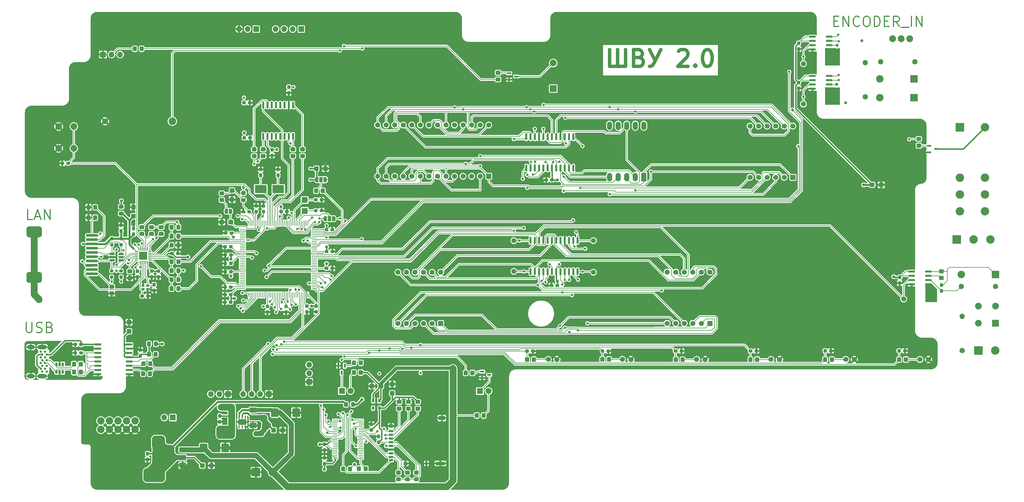
<source format=gbr>
%TF.GenerationSoftware,KiCad,Pcbnew,5.1.10-88a1d61d58~88~ubuntu20.04.1*%
%TF.CreationDate,2021-06-07T10:07:20+07:00*%
%TF.ProjectId,Schema_and_PCB,53636865-6d61-45f6-916e-645f5043422e,v0.1*%
%TF.SameCoordinates,Original*%
%TF.FileFunction,Copper,L1,Top*%
%TF.FilePolarity,Positive*%
%FSLAX46Y46*%
G04 Gerber Fmt 4.6, Leading zero omitted, Abs format (unit mm)*
G04 Created by KiCad (PCBNEW 5.1.10-88a1d61d58~88~ubuntu20.04.1) date 2021-06-07 10:07:20*
%MOMM*%
%LPD*%
G01*
G04 APERTURE LIST*
%TA.AperFunction,NonConductor*%
%ADD10C,1.000000*%
%TD*%
%TA.AperFunction,NonConductor*%
%ADD11C,0.300000*%
%TD*%
%TA.AperFunction,SMDPad,CuDef*%
%ADD12R,2.480000X2.480000*%
%TD*%
%TA.AperFunction,SMDPad,CuDef*%
%ADD13O,0.239283X0.961066*%
%TD*%
%TA.AperFunction,ComponentPad*%
%ADD14C,0.701000*%
%TD*%
%TA.AperFunction,ComponentPad*%
%ADD15O,2.800000X1.300000*%
%TD*%
%TA.AperFunction,ComponentPad*%
%ADD16O,2.300000X1.300000*%
%TD*%
%TA.AperFunction,ComponentPad*%
%ADD17C,2.250000*%
%TD*%
%TA.AperFunction,ComponentPad*%
%ADD18C,1.755000*%
%TD*%
%TA.AperFunction,ComponentPad*%
%ADD19R,1.700000X1.700000*%
%TD*%
%TA.AperFunction,SMDPad,CuDef*%
%ADD20R,0.650000X1.060000*%
%TD*%
%TA.AperFunction,SMDPad,CuDef*%
%ADD21R,2.000000X1.500000*%
%TD*%
%TA.AperFunction,SMDPad,CuDef*%
%ADD22R,2.000000X3.800000*%
%TD*%
%TA.AperFunction,SMDPad,CuDef*%
%ADD23R,1.560000X0.650000*%
%TD*%
%TA.AperFunction,ComponentPad*%
%ADD24C,1.524000*%
%TD*%
%TA.AperFunction,ComponentPad*%
%ADD25C,2.020000*%
%TD*%
%TA.AperFunction,ComponentPad*%
%ADD26O,2.500000X2.500000*%
%TD*%
%TA.AperFunction,ComponentPad*%
%ADD27R,2.500000X2.500000*%
%TD*%
%TA.AperFunction,ComponentPad*%
%ADD28O,2.200000X2.200000*%
%TD*%
%TA.AperFunction,ComponentPad*%
%ADD29R,2.200000X2.200000*%
%TD*%
%TA.AperFunction,ComponentPad*%
%ADD30O,1.600000X1.600000*%
%TD*%
%TA.AperFunction,ComponentPad*%
%ADD31C,1.600000*%
%TD*%
%TA.AperFunction,ComponentPad*%
%ADD32C,2.500000*%
%TD*%
%TA.AperFunction,ComponentPad*%
%ADD33C,1.800000*%
%TD*%
%TA.AperFunction,ComponentPad*%
%ADD34R,1.800000X1.800000*%
%TD*%
%TA.AperFunction,SMDPad,CuDef*%
%ADD35R,1.404099X0.279400*%
%TD*%
%TA.AperFunction,SMDPad,CuDef*%
%ADD36R,1.000000X1.500000*%
%TD*%
%TA.AperFunction,SMDPad,CuDef*%
%ADD37C,0.100000*%
%TD*%
%TA.AperFunction,ComponentPad*%
%ADD38C,1.500000*%
%TD*%
%TA.AperFunction,ComponentPad*%
%ADD39R,1.500000X1.500000*%
%TD*%
%TA.AperFunction,ComponentPad*%
%ADD40R,1.524000X2.524000*%
%TD*%
%TA.AperFunction,ComponentPad*%
%ADD41O,1.524000X2.524000*%
%TD*%
%TA.AperFunction,SMDPad,CuDef*%
%ADD42R,0.900000X0.800000*%
%TD*%
%TA.AperFunction,SMDPad,CuDef*%
%ADD43R,1.800000X1.750000*%
%TD*%
%TA.AperFunction,SMDPad,CuDef*%
%ADD44R,3.500000X2.400000*%
%TD*%
%TA.AperFunction,SMDPad,CuDef*%
%ADD45C,1.500000*%
%TD*%
%TA.AperFunction,SMDPad,CuDef*%
%ADD46R,1.900000X1.300000*%
%TD*%
%TA.AperFunction,SMDPad,CuDef*%
%ADD47R,2.800000X1.000000*%
%TD*%
%TA.AperFunction,SMDPad,CuDef*%
%ADD48R,0.800000X1.000000*%
%TD*%
%TA.AperFunction,SMDPad,CuDef*%
%ADD49R,1.200000X1.000000*%
%TD*%
%TA.AperFunction,SMDPad,CuDef*%
%ADD50R,1.200000X0.700000*%
%TD*%
%TA.AperFunction,ComponentPad*%
%ADD51O,1.700000X1.700000*%
%TD*%
%TA.AperFunction,ComponentPad*%
%ADD52C,2.200000*%
%TD*%
%TA.AperFunction,ComponentPad*%
%ADD53C,2.000000*%
%TD*%
%TA.AperFunction,SMDPad,CuDef*%
%ADD54R,1.300000X0.600000*%
%TD*%
%TA.AperFunction,SMDPad,CuDef*%
%ADD55R,0.600000X1.300000*%
%TD*%
%TA.AperFunction,SMDPad,CuDef*%
%ADD56R,2.489200X1.675000*%
%TD*%
%TA.AperFunction,SMDPad,CuDef*%
%ADD57R,0.407200X0.807999*%
%TD*%
%TA.AperFunction,ComponentPad*%
%ADD58R,2.000000X2.000000*%
%TD*%
%TA.AperFunction,ComponentPad*%
%ADD59O,2.000000X2.000000*%
%TD*%
%TA.AperFunction,SMDPad,CuDef*%
%ADD60R,1.560000X0.280000*%
%TD*%
%TA.AperFunction,SMDPad,CuDef*%
%ADD61R,0.280000X1.560000*%
%TD*%
%TA.AperFunction,ViaPad*%
%ADD62C,0.900000*%
%TD*%
%TA.AperFunction,ViaPad*%
%ADD63C,0.700000*%
%TD*%
%TA.AperFunction,ViaPad*%
%ADD64C,0.901000*%
%TD*%
%TA.AperFunction,ViaPad*%
%ADD65C,0.701000*%
%TD*%
%TA.AperFunction,Conductor*%
%ADD66C,0.400000*%
%TD*%
%TA.AperFunction,Conductor*%
%ADD67C,0.150000*%
%TD*%
%TA.AperFunction,Conductor*%
%ADD68C,0.200000*%
%TD*%
%TA.AperFunction,Conductor*%
%ADD69C,0.600000*%
%TD*%
%TA.AperFunction,Conductor*%
%ADD70C,1.500000*%
%TD*%
%TA.AperFunction,Conductor*%
%ADD71C,1.200000*%
%TD*%
%TA.AperFunction,Conductor*%
%ADD72C,0.800000*%
%TD*%
%TA.AperFunction,Conductor*%
%ADD73C,2.000000*%
%TD*%
%TA.AperFunction,Conductor*%
%ADD74C,1.000000*%
%TD*%
%TA.AperFunction,Conductor*%
%ADD75C,1.800000*%
%TD*%
%TA.AperFunction,Conductor*%
%ADD76C,0.254000*%
%TD*%
%TA.AperFunction,Conductor*%
%ADD77C,0.100000*%
%TD*%
G04 APERTURE END LIST*
D10*
X239826804Y-82974204D02*
X239826804Y-87974204D01*
X237445852Y-82974204D02*
X237445852Y-87974204D01*
X242207757Y-87974204D01*
X242207757Y-82974204D01*
X246255376Y-85355157D02*
X246969661Y-85593252D01*
X247207757Y-85831347D01*
X247445852Y-86307538D01*
X247445852Y-87021823D01*
X247207757Y-87498014D01*
X246969661Y-87736109D01*
X246493471Y-87974204D01*
X244588709Y-87974204D01*
X244588709Y-82974204D01*
X246255376Y-82974204D01*
X246731566Y-83212300D01*
X246969661Y-83450395D01*
X247207757Y-83926585D01*
X247207757Y-84402776D01*
X246969661Y-84878966D01*
X246731566Y-85117061D01*
X246255376Y-85355157D01*
X244588709Y-85355157D01*
X249350614Y-82974204D02*
X251017280Y-86307538D01*
X252683947Y-82974204D02*
X250541090Y-87259919D01*
X250064900Y-87736109D01*
X249588709Y-87974204D01*
X249350614Y-87974204D01*
X257922042Y-83450395D02*
X258160138Y-83212300D01*
X258636328Y-82974204D01*
X259826804Y-82974204D01*
X260302995Y-83212300D01*
X260541090Y-83450395D01*
X260779185Y-83926585D01*
X260779185Y-84402776D01*
X260541090Y-85117061D01*
X257683947Y-87974204D01*
X260779185Y-87974204D01*
X262922042Y-87498014D02*
X263160138Y-87736109D01*
X262922042Y-87974204D01*
X262683947Y-87736109D01*
X262922042Y-87498014D01*
X262922042Y-87974204D01*
X266255376Y-82974204D02*
X266731566Y-82974204D01*
X267207757Y-83212300D01*
X267445852Y-83450395D01*
X267683947Y-83926585D01*
X267922042Y-84878966D01*
X267922042Y-86069442D01*
X267683947Y-87021823D01*
X267445852Y-87498014D01*
X267207757Y-87736109D01*
X266731566Y-87974204D01*
X266255376Y-87974204D01*
X265779185Y-87736109D01*
X265541090Y-87498014D01*
X265302995Y-87021823D01*
X265064900Y-86069442D01*
X265064900Y-84878966D01*
X265302995Y-83926585D01*
X265541090Y-83450395D01*
X265779185Y-83212300D01*
X266255376Y-82974204D01*
D11*
X304111071Y-74499814D02*
X305111071Y-74499814D01*
X305539642Y-76071242D02*
X304111071Y-76071242D01*
X304111071Y-73071242D01*
X305539642Y-73071242D01*
X306825357Y-76071242D02*
X306825357Y-73071242D01*
X308539642Y-76071242D01*
X308539642Y-73071242D01*
X311682500Y-75785528D02*
X311539642Y-75928385D01*
X311111071Y-76071242D01*
X310825357Y-76071242D01*
X310396785Y-75928385D01*
X310111071Y-75642671D01*
X309968214Y-75356957D01*
X309825357Y-74785528D01*
X309825357Y-74356957D01*
X309968214Y-73785528D01*
X310111071Y-73499814D01*
X310396785Y-73214100D01*
X310825357Y-73071242D01*
X311111071Y-73071242D01*
X311539642Y-73214100D01*
X311682500Y-73356957D01*
X313539642Y-73071242D02*
X314111071Y-73071242D01*
X314396785Y-73214100D01*
X314682500Y-73499814D01*
X314825357Y-74071242D01*
X314825357Y-75071242D01*
X314682500Y-75642671D01*
X314396785Y-75928385D01*
X314111071Y-76071242D01*
X313539642Y-76071242D01*
X313253928Y-75928385D01*
X312968214Y-75642671D01*
X312825357Y-75071242D01*
X312825357Y-74071242D01*
X312968214Y-73499814D01*
X313253928Y-73214100D01*
X313539642Y-73071242D01*
X316111071Y-76071242D02*
X316111071Y-73071242D01*
X316825357Y-73071242D01*
X317253928Y-73214100D01*
X317539642Y-73499814D01*
X317682500Y-73785528D01*
X317825357Y-74356957D01*
X317825357Y-74785528D01*
X317682500Y-75356957D01*
X317539642Y-75642671D01*
X317253928Y-75928385D01*
X316825357Y-76071242D01*
X316111071Y-76071242D01*
X319111071Y-74499814D02*
X320111071Y-74499814D01*
X320539642Y-76071242D02*
X319111071Y-76071242D01*
X319111071Y-73071242D01*
X320539642Y-73071242D01*
X323539642Y-76071242D02*
X322539642Y-74642671D01*
X321825357Y-76071242D02*
X321825357Y-73071242D01*
X322968214Y-73071242D01*
X323253928Y-73214100D01*
X323396785Y-73356957D01*
X323539642Y-73642671D01*
X323539642Y-74071242D01*
X323396785Y-74356957D01*
X323253928Y-74499814D01*
X322968214Y-74642671D01*
X321825357Y-74642671D01*
X324111071Y-76356957D02*
X326396785Y-76356957D01*
X327111071Y-76071242D02*
X327111071Y-73071242D01*
X328539642Y-76071242D02*
X328539642Y-73071242D01*
X330253928Y-76071242D01*
X330253928Y-73071242D01*
X65991028Y-133500642D02*
X64562457Y-133500642D01*
X64562457Y-130500642D01*
X66848171Y-132643500D02*
X68276742Y-132643500D01*
X66562457Y-133500642D02*
X67562457Y-130500642D01*
X68562457Y-133500642D01*
X69562457Y-133500642D02*
X69562457Y-130500642D01*
X71276742Y-133500642D01*
X71276742Y-130500642D01*
X64171985Y-164092142D02*
X64171985Y-166520714D01*
X64314842Y-166806428D01*
X64457700Y-166949285D01*
X64743414Y-167092142D01*
X65314842Y-167092142D01*
X65600557Y-166949285D01*
X65743414Y-166806428D01*
X65886271Y-166520714D01*
X65886271Y-164092142D01*
X67171985Y-166949285D02*
X67600557Y-167092142D01*
X68314842Y-167092142D01*
X68600557Y-166949285D01*
X68743414Y-166806428D01*
X68886271Y-166520714D01*
X68886271Y-166235000D01*
X68743414Y-165949285D01*
X68600557Y-165806428D01*
X68314842Y-165663571D01*
X67743414Y-165520714D01*
X67457700Y-165377857D01*
X67314842Y-165235000D01*
X67171985Y-164949285D01*
X67171985Y-164663571D01*
X67314842Y-164377857D01*
X67457700Y-164235000D01*
X67743414Y-164092142D01*
X68457700Y-164092142D01*
X68886271Y-164235000D01*
X71171985Y-165520714D02*
X71600557Y-165663571D01*
X71743414Y-165806428D01*
X71886271Y-166092142D01*
X71886271Y-166520714D01*
X71743414Y-166806428D01*
X71600557Y-166949285D01*
X71314842Y-167092142D01*
X70171985Y-167092142D01*
X70171985Y-164092142D01*
X71171985Y-164092142D01*
X71457700Y-164235000D01*
X71600557Y-164377857D01*
X71743414Y-164663571D01*
X71743414Y-164949285D01*
X71600557Y-165235000D01*
X71457700Y-165377857D01*
X71171985Y-165520714D01*
X70171985Y-165520714D01*
D12*
%TO.P,U30,25*%
%TO.N,GNDREF*%
X98907600Y-144285000D03*
%TO.P,U30,24*%
%TO.N,Net-(R103-Pad1)*%
%TA.AperFunction,SMDPad,CuDef*%
G36*
G01*
X97292960Y-145654641D02*
X96571176Y-145654641D01*
G75*
G02*
X96451535Y-145535000I0J119641D01*
G01*
X96451535Y-145535000D01*
G75*
G02*
X96571176Y-145415359I119641J0D01*
G01*
X97292960Y-145415359D01*
G75*
G02*
X97412601Y-145535000I0J-119641D01*
G01*
X97412601Y-145535000D01*
G75*
G02*
X97292960Y-145654641I-119641J0D01*
G01*
G37*
%TD.AperFunction*%
%TO.P,U30,23*%
%TO.N,/LAN/RD_P*%
%TA.AperFunction,SMDPad,CuDef*%
G36*
G01*
X97292960Y-145154641D02*
X96571176Y-145154641D01*
G75*
G02*
X96451535Y-145035000I0J119641D01*
G01*
X96451535Y-145035000D01*
G75*
G02*
X96571176Y-144915359I119641J0D01*
G01*
X97292960Y-144915359D01*
G75*
G02*
X97412601Y-145035000I0J-119641D01*
G01*
X97412601Y-145035000D01*
G75*
G02*
X97292960Y-145154641I-119641J0D01*
G01*
G37*
%TD.AperFunction*%
%TO.P,U30,22*%
%TO.N,/LAN/RD_N*%
%TA.AperFunction,SMDPad,CuDef*%
G36*
G01*
X97292960Y-144654641D02*
X96571176Y-144654641D01*
G75*
G02*
X96451535Y-144535000I0J119641D01*
G01*
X96451535Y-144535000D01*
G75*
G02*
X96571176Y-144415359I119641J0D01*
G01*
X97292960Y-144415359D01*
G75*
G02*
X97412601Y-144535000I0J-119641D01*
G01*
X97412601Y-144535000D01*
G75*
G02*
X97292960Y-144654641I-119641J0D01*
G01*
G37*
%TD.AperFunction*%
%TO.P,U30,21*%
%TO.N,/LAN/TD_P*%
%TA.AperFunction,SMDPad,CuDef*%
G36*
G01*
X97292960Y-144154640D02*
X96571176Y-144154640D01*
G75*
G02*
X96451535Y-144034999I0J119641D01*
G01*
X96451535Y-144034999D01*
G75*
G02*
X96571176Y-143915358I119641J0D01*
G01*
X97292960Y-143915358D01*
G75*
G02*
X97412601Y-144034999I0J-119641D01*
G01*
X97412601Y-144034999D01*
G75*
G02*
X97292960Y-144154640I-119641J0D01*
G01*
G37*
%TD.AperFunction*%
%TO.P,U30,20*%
%TO.N,/LAN/TD_N*%
%TA.AperFunction,SMDPad,CuDef*%
G36*
G01*
X97292960Y-143654640D02*
X96571176Y-143654640D01*
G75*
G02*
X96451535Y-143534999I0J119641D01*
G01*
X96451535Y-143534999D01*
G75*
G02*
X96571176Y-143415358I119641J0D01*
G01*
X97292960Y-143415358D01*
G75*
G02*
X97412601Y-143534999I0J-119641D01*
G01*
X97412601Y-143534999D01*
G75*
G02*
X97292960Y-143654640I-119641J0D01*
G01*
G37*
%TD.AperFunction*%
%TO.P,U30,19*%
%TO.N,/LAN/LAN_PWR*%
%TA.AperFunction,SMDPad,CuDef*%
G36*
G01*
X97292960Y-143154640D02*
X96571176Y-143154640D01*
G75*
G02*
X96451535Y-143034999I0J119641D01*
G01*
X96451535Y-143034999D01*
G75*
G02*
X96571176Y-142915358I119641J0D01*
G01*
X97292960Y-142915358D01*
G75*
G02*
X97412601Y-143034999I0J-119641D01*
G01*
X97412601Y-143034999D01*
G75*
G02*
X97292960Y-143154640I-119641J0D01*
G01*
G37*
%TD.AperFunction*%
%TO.P,U30,12*%
%TO.N,/LAN/RMII_MDIO*%
%TA.AperFunction,SMDPad,CuDef*%
G36*
G01*
X101244024Y-143154640D02*
X100522240Y-143154640D01*
G75*
G02*
X100402599Y-143034999I0J119641D01*
G01*
X100402599Y-143034999D01*
G75*
G02*
X100522240Y-142915358I119641J0D01*
G01*
X101244024Y-142915358D01*
G75*
G02*
X101363665Y-143034999I0J-119641D01*
G01*
X101363665Y-143034999D01*
G75*
G02*
X101244024Y-143154640I-119641J0D01*
G01*
G37*
%TD.AperFunction*%
%TO.P,U30,11*%
%TO.N,Net-(R101-Pad2)*%
%TA.AperFunction,SMDPad,CuDef*%
G36*
G01*
X101244024Y-143654640D02*
X100522240Y-143654640D01*
G75*
G02*
X100402599Y-143534999I0J119641D01*
G01*
X100402599Y-143534999D01*
G75*
G02*
X100522240Y-143415358I119641J0D01*
G01*
X101244024Y-143415358D01*
G75*
G02*
X101363665Y-143534999I0J-119641D01*
G01*
X101363665Y-143534999D01*
G75*
G02*
X101244024Y-143654640I-119641J0D01*
G01*
G37*
%TD.AperFunction*%
%TO.P,U30,10*%
%TO.N,Net-(R100-Pad1)*%
%TA.AperFunction,SMDPad,CuDef*%
G36*
G01*
X101244024Y-144154640D02*
X100522240Y-144154640D01*
G75*
G02*
X100402599Y-144034999I0J119641D01*
G01*
X100402599Y-144034999D01*
G75*
G02*
X100522240Y-143915358I119641J0D01*
G01*
X101244024Y-143915358D01*
G75*
G02*
X101363665Y-144034999I0J-119641D01*
G01*
X101363665Y-144034999D01*
G75*
G02*
X101244024Y-144154640I-119641J0D01*
G01*
G37*
%TD.AperFunction*%
%TO.P,U30,9*%
%TO.N,VDD_MCU*%
%TA.AperFunction,SMDPad,CuDef*%
G36*
G01*
X101244024Y-144654641D02*
X100522240Y-144654641D01*
G75*
G02*
X100402599Y-144535000I0J119641D01*
G01*
X100402599Y-144535000D01*
G75*
G02*
X100522240Y-144415359I119641J0D01*
G01*
X101244024Y-144415359D01*
G75*
G02*
X101363665Y-144535000I0J-119641D01*
G01*
X101363665Y-144535000D01*
G75*
G02*
X101244024Y-144654641I-119641J0D01*
G01*
G37*
%TD.AperFunction*%
%TO.P,U30,8*%
%TO.N,Net-(R86-Pad2)*%
%TA.AperFunction,SMDPad,CuDef*%
G36*
G01*
X101244024Y-145154641D02*
X100522240Y-145154641D01*
G75*
G02*
X100402599Y-145035000I0J119641D01*
G01*
X100402599Y-145035000D01*
G75*
G02*
X100522240Y-144915359I119641J0D01*
G01*
X101244024Y-144915359D01*
G75*
G02*
X101363665Y-145035000I0J-119641D01*
G01*
X101363665Y-145035000D01*
G75*
G02*
X101244024Y-145154641I-119641J0D01*
G01*
G37*
%TD.AperFunction*%
%TO.P,U30,7*%
%TO.N,Net-(R87-Pad2)*%
%TA.AperFunction,SMDPad,CuDef*%
G36*
G01*
X101244024Y-145654641D02*
X100522240Y-145654641D01*
G75*
G02*
X100402599Y-145535000I0J119641D01*
G01*
X100402599Y-145535000D01*
G75*
G02*
X100522240Y-145415359I119641J0D01*
G01*
X101244024Y-145415359D01*
G75*
G02*
X101363665Y-145535000I0J-119641D01*
G01*
X101363665Y-145535000D01*
G75*
G02*
X101244024Y-145654641I-119641J0D01*
G01*
G37*
%TD.AperFunction*%
%TO.P,U30,18*%
%TO.N,/LAN/RMII_TXD1*%
%TA.AperFunction,SMDPad,CuDef*%
G36*
G01*
X97657600Y-142790001D02*
X97657600Y-142790001D01*
G75*
G02*
X97537959Y-142670360I0J119641D01*
G01*
X97537959Y-141948576D01*
G75*
G02*
X97657600Y-141828935I119641J0D01*
G01*
X97657600Y-141828935D01*
G75*
G02*
X97777241Y-141948576I0J-119641D01*
G01*
X97777241Y-142670360D01*
G75*
G02*
X97657600Y-142790001I-119641J0D01*
G01*
G37*
%TD.AperFunction*%
%TO.P,U30,17*%
%TO.N,/LAN/RMII_TXD0*%
%TA.AperFunction,SMDPad,CuDef*%
G36*
G01*
X98157600Y-142790001D02*
X98157600Y-142790001D01*
G75*
G02*
X98037959Y-142670360I0J119641D01*
G01*
X98037959Y-141948576D01*
G75*
G02*
X98157600Y-141828935I119641J0D01*
G01*
X98157600Y-141828935D01*
G75*
G02*
X98277241Y-141948576I0J-119641D01*
G01*
X98277241Y-142670360D01*
G75*
G02*
X98157600Y-142790001I-119641J0D01*
G01*
G37*
%TD.AperFunction*%
%TO.P,U30,16*%
%TO.N,/LAN/RMII_TX_EN*%
%TA.AperFunction,SMDPad,CuDef*%
G36*
G01*
X98657600Y-142790001D02*
X98657600Y-142790001D01*
G75*
G02*
X98537959Y-142670360I0J119641D01*
G01*
X98537959Y-141948576D01*
G75*
G02*
X98657600Y-141828935I119641J0D01*
G01*
X98657600Y-141828935D01*
G75*
G02*
X98777241Y-141948576I0J-119641D01*
G01*
X98777241Y-142670360D01*
G75*
G02*
X98657600Y-142790001I-119641J0D01*
G01*
G37*
%TD.AperFunction*%
%TO.P,U30,15*%
%TO.N,NRST*%
%TA.AperFunction,SMDPad,CuDef*%
G36*
G01*
X99157601Y-142790001D02*
X99157601Y-142790001D01*
G75*
G02*
X99037960Y-142670360I0J119641D01*
G01*
X99037960Y-141948576D01*
G75*
G02*
X99157601Y-141828935I119641J0D01*
G01*
X99157601Y-141828935D01*
G75*
G02*
X99277242Y-141948576I0J-119641D01*
G01*
X99277242Y-142670360D01*
G75*
G02*
X99157601Y-142790001I-119641J0D01*
G01*
G37*
%TD.AperFunction*%
%TO.P,U30,14*%
%TO.N,Net-(R102-Pad2)*%
%TA.AperFunction,SMDPad,CuDef*%
G36*
G01*
X99657601Y-142790001D02*
X99657601Y-142790001D01*
G75*
G02*
X99537960Y-142670360I0J119641D01*
G01*
X99537960Y-141948576D01*
G75*
G02*
X99657601Y-141828935I119641J0D01*
G01*
X99657601Y-141828935D01*
G75*
G02*
X99777242Y-141948576I0J-119641D01*
G01*
X99777242Y-142670360D01*
G75*
G02*
X99657601Y-142790001I-119641J0D01*
G01*
G37*
%TD.AperFunction*%
%TO.P,U30,13*%
%TO.N,/LAN/RMII_MDC*%
%TA.AperFunction,SMDPad,CuDef*%
G36*
G01*
X100157601Y-142790001D02*
X100157601Y-142790001D01*
G75*
G02*
X100037960Y-142670360I0J119641D01*
G01*
X100037960Y-141948576D01*
G75*
G02*
X100157601Y-141828935I119641J0D01*
G01*
X100157601Y-141828935D01*
G75*
G02*
X100277242Y-141948576I0J-119641D01*
G01*
X100277242Y-142670360D01*
G75*
G02*
X100157601Y-142790001I-119641J0D01*
G01*
G37*
%TD.AperFunction*%
%TO.P,U30,6*%
%TO.N,Net-(C93-Pad1)*%
%TA.AperFunction,SMDPad,CuDef*%
G36*
G01*
X100157601Y-146741065D02*
X100157601Y-146741065D01*
G75*
G02*
X100037960Y-146621424I0J119641D01*
G01*
X100037960Y-145899640D01*
G75*
G02*
X100157601Y-145779999I119641J0D01*
G01*
X100157601Y-145779999D01*
G75*
G02*
X100277242Y-145899640I0J-119641D01*
G01*
X100277242Y-146621424D01*
G75*
G02*
X100157601Y-146741065I-119641J0D01*
G01*
G37*
%TD.AperFunction*%
%TO.P,U30,5*%
%TO.N,Net-(C95-Pad1)*%
%TA.AperFunction,SMDPad,CuDef*%
G36*
G01*
X99657601Y-146741065D02*
X99657601Y-146741065D01*
G75*
G02*
X99537960Y-146621424I0J119641D01*
G01*
X99537960Y-145899640D01*
G75*
G02*
X99657601Y-145779999I119641J0D01*
G01*
X99657601Y-145779999D01*
G75*
G02*
X99777242Y-145899640I0J-119641D01*
G01*
X99777242Y-146621424D01*
G75*
G02*
X99657601Y-146741065I-119641J0D01*
G01*
G37*
%TD.AperFunction*%
%TO.P,U30,4*%
%TO.N,Net-(C92-Pad1)*%
%TA.AperFunction,SMDPad,CuDef*%
G36*
G01*
X99157601Y-146741065D02*
X99157601Y-146741065D01*
G75*
G02*
X99037960Y-146621424I0J119641D01*
G01*
X99037960Y-145899640D01*
G75*
G02*
X99157601Y-145779999I119641J0D01*
G01*
X99157601Y-145779999D01*
G75*
G02*
X99277242Y-145899640I0J-119641D01*
G01*
X99277242Y-146621424D01*
G75*
G02*
X99157601Y-146741065I-119641J0D01*
G01*
G37*
%TD.AperFunction*%
%TO.P,U30,3*%
%TO.N,Net-(J11-Pad2)*%
%TA.AperFunction,SMDPad,CuDef*%
G36*
G01*
X98657600Y-146741065D02*
X98657600Y-146741065D01*
G75*
G02*
X98537959Y-146621424I0J119641D01*
G01*
X98537959Y-145899640D01*
G75*
G02*
X98657600Y-145779999I119641J0D01*
G01*
X98657600Y-145779999D01*
G75*
G02*
X98777241Y-145899640I0J-119641D01*
G01*
X98777241Y-146621424D01*
G75*
G02*
X98657600Y-146741065I-119641J0D01*
G01*
G37*
%TD.AperFunction*%
%TO.P,U30,2*%
%TO.N,Net-(J11-Pad10)*%
%TA.AperFunction,SMDPad,CuDef*%
G36*
G01*
X98157600Y-146741065D02*
X98157600Y-146741065D01*
G75*
G02*
X98037959Y-146621424I0J119641D01*
G01*
X98037959Y-145899640D01*
G75*
G02*
X98157600Y-145779999I119641J0D01*
G01*
X98157600Y-145779999D01*
G75*
G02*
X98277241Y-145899640I0J-119641D01*
G01*
X98277241Y-146621424D01*
G75*
G02*
X98157600Y-146741065I-119641J0D01*
G01*
G37*
%TD.AperFunction*%
D13*
%TO.P,U30,1*%
%TO.N,/LAN/LAN_PWR*%
X97657600Y-146260532D03*
%TD*%
D14*
%TO.P,J1,A1*%
%TO.N,/USB/USB_GND*%
X69787200Y-172768000D03*
%TO.P,J1,A4*%
%TO.N,/USB/USB_VBUS*%
X70237200Y-173618000D03*
%TO.P,J1,A5*%
%TO.N,Net-(J1-PadA5)*%
X69787200Y-174468000D03*
%TO.P,J1,A6*%
%TO.N,/USB/USB_D_P*%
X70237200Y-175318000D03*
%TO.P,J1,A7*%
%TO.N,/USB/USB_D_N*%
X69787200Y-176168000D03*
%TO.P,J1,A8*%
%TO.N,Net-(J1-PadA8)*%
X70237200Y-177018000D03*
%TO.P,J1,A9*%
%TO.N,/USB/USB_VBUS*%
X69787200Y-177868000D03*
%TO.P,J1,A12*%
%TO.N,/USB/USB_GND*%
X70237200Y-178718000D03*
%TO.P,J1,B1*%
X68887200Y-178718000D03*
%TO.P,J1,B4*%
%TO.N,/USB/USB_VBUS*%
X68437200Y-177868000D03*
%TO.P,J1,B5*%
%TO.N,Net-(J1-PadB5)*%
X68887200Y-177018000D03*
%TO.P,J1,B6*%
%TO.N,/USB/USB_D_P*%
X68437200Y-176168000D03*
%TO.P,J1,B7*%
%TO.N,/USB/USB_D_N*%
X68887200Y-175318000D03*
%TO.P,J1,B8*%
%TO.N,Net-(J1-PadB8)*%
X68437200Y-174468000D03*
%TO.P,J1,B9*%
%TO.N,/USB/USB_VBUS*%
X68887200Y-173618000D03*
%TO.P,J1,B12*%
%TO.N,/USB/USB_GND*%
X68437200Y-172768000D03*
D15*
%TO.P,J1,P1*%
X68907200Y-171418000D03*
%TO.P,J1,P2*%
X68907200Y-180068000D03*
D16*
%TO.P,J1,P3*%
X65527200Y-180068000D03*
%TO.P,J1,P4*%
X65527200Y-171418000D03*
%TD*%
D17*
%TO.P,BT1,1*%
%TO.N,Net-(BT1-Pad1)*%
X107574100Y-104279700D03*
D18*
%TO.P,BT1,2*%
%TO.N,GNDREF*%
X87574100Y-104279700D03*
%TD*%
D19*
%TO.P,J12,1*%
%TO.N,GNDS*%
X67995800Y-157290000D03*
%TD*%
D20*
%TO.P,U10,5*%
%TO.N,+2\u002C9V*%
X169098000Y-189568000D03*
%TO.P,U10,4*%
%TO.N,Net-(U10-Pad4)*%
X167198000Y-189568000D03*
%TO.P,U10,3*%
%TO.N,+5V*%
X167198000Y-187368000D03*
%TO.P,U10,2*%
%TO.N,GNDREF*%
X168148000Y-187368000D03*
%TO.P,U10,1*%
%TO.N,+5V*%
X169098000Y-187368000D03*
%TD*%
D21*
%TO.P,U12,1*%
%TO.N,GNDREF*%
X110668000Y-206567000D03*
%TO.P,U12,3*%
%TO.N,+5V*%
X110668000Y-201967000D03*
%TO.P,U12,2*%
%TO.N,VDD_PER*%
X110668000Y-204267000D03*
D22*
X104368000Y-204267000D03*
%TD*%
D21*
%TO.P,U13,1*%
%TO.N,GNDREF*%
X131522000Y-194718000D03*
%TO.P,U13,3*%
%TO.N,+5V*%
X131522000Y-190118000D03*
%TO.P,U13,2*%
%TO.N,VDD_MCU*%
X131522000Y-192418000D03*
D22*
X125222000Y-192418000D03*
%TD*%
D23*
%TO.P,D15,5*%
%TO.N,/LAN/LAN_PWR*%
X92329000Y-144666000D03*
%TO.P,D15,6*%
%TO.N,/LAN/RD_N*%
X92329000Y-143716000D03*
%TO.P,D15,4*%
%TO.N,/LAN/TD_N*%
X92329000Y-145616000D03*
%TO.P,D15,3*%
%TO.N,/LAN/TD_P*%
X89629000Y-145616000D03*
%TO.P,D15,2*%
%TO.N,GNDREF*%
X89629000Y-144666000D03*
%TO.P,D15,1*%
%TO.N,/LAN/RD_P*%
X89629000Y-143716000D03*
%TD*%
D20*
%TO.P,D3,5*%
%TO.N,/USB/USB_GND*%
X74089300Y-178765000D03*
%TO.P,D3,6*%
%TO.N,Net-(D3-Pad6)*%
X75039300Y-178765000D03*
%TO.P,D3,4*%
%TO.N,/USB/USB_D_N*%
X73139300Y-178765000D03*
%TO.P,D3,3*%
%TO.N,/USB/USB_D_P*%
X73139300Y-176565000D03*
%TO.P,D3,2*%
%TO.N,/USB/USB_GND*%
X74089300Y-176565000D03*
%TO.P,D3,1*%
%TO.N,Net-(D3-Pad1)*%
X75039300Y-176565000D03*
%TD*%
D24*
%TO.P,SW1,2*%
%TO.N,GNDREF*%
X332207000Y-175115000D03*
%TO.P,SW1,1*%
%TO.N,Net-(R80-Pad2)*%
X329667000Y-175095000D03*
%TD*%
%TO.P,SW2,2*%
%TO.N,GNDREF*%
X310172000Y-175115000D03*
%TO.P,SW2,1*%
%TO.N,Net-(R81-Pad2)*%
X307632000Y-175095000D03*
%TD*%
%TO.P,SW3,2*%
%TO.N,GNDREF*%
X287947000Y-175115000D03*
%TO.P,SW3,1*%
%TO.N,Net-(R82-Pad2)*%
X285407000Y-175095000D03*
%TD*%
%TO.P,SW4,2*%
%TO.N,GNDREF*%
X265874000Y-175115000D03*
%TO.P,SW4,1*%
%TO.N,Net-(R83-Pad2)*%
X263334000Y-175095000D03*
%TD*%
%TO.P,SW5,2*%
%TO.N,GNDREF*%
X243802000Y-175115000D03*
%TO.P,SW5,1*%
%TO.N,Net-(R84-Pad2)*%
X241262000Y-175095000D03*
%TD*%
%TO.P,SW6,2*%
%TO.N,GNDREF*%
X221793000Y-175115000D03*
%TO.P,SW6,1*%
%TO.N,Net-(R85-Pad2)*%
X219253000Y-175095000D03*
%TD*%
D25*
%TO.P,J9,3*%
%TO.N,/Digital_IO_analog_Inputs/COM_ENCODER*%
X321564000Y-79756000D03*
%TO.P,J9,2*%
%TO.N,/Digital_IO_analog_Inputs/ENCODER_IN_B*%
X324104000Y-79756000D03*
%TO.P,J9,1*%
%TO.N,/Digital_IO_analog_Inputs/ENCODER_IN_A*%
X326644000Y-79756000D03*
%TD*%
D26*
%TO.P,RL1,8*%
%TO.N,Net-(D8-Pad2)*%
X349003000Y-106045000D03*
%TO.P,RL1,7*%
%TO.N,Net-(J7-Pad3)*%
X349003000Y-121045000D03*
%TO.P,RL1,6*%
%TO.N,Net-(J7-Pad1)*%
X349003000Y-126045000D03*
%TO.P,RL1,5*%
%TO.N,Net-(J7-Pad2)*%
X349003000Y-131045000D03*
%TO.P,RL1,4*%
X341503000Y-131045000D03*
%TO.P,RL1,3*%
%TO.N,Net-(J7-Pad1)*%
X341503000Y-126045000D03*
%TO.P,RL1,2*%
%TO.N,Net-(J7-Pad3)*%
X341503000Y-121045000D03*
D27*
%TO.P,RL1,1*%
%TO.N,+5V*%
X341503000Y-106045000D03*
%TD*%
D28*
%TO.P,D5,2*%
%TO.N,Net-(C54-Pad2)*%
X341985600Y-149860000D03*
D29*
%TO.P,D5,1*%
%TO.N,Net-(C54-Pad1)*%
X352145600Y-149860000D03*
%TD*%
D28*
%TO.P,D11,2*%
%TO.N,/Digital_IO_analog_Inputs/COM_ENCODER*%
X317754000Y-97282000D03*
D29*
%TO.P,D11,1*%
%TO.N,/Digital_IO_analog_Inputs/ENCODER_IN_A*%
X327914000Y-97282000D03*
%TD*%
D28*
%TO.P,D12,2*%
%TO.N,/Digital_IO_analog_Inputs/COM_ENCODER*%
X317754000Y-91694000D03*
D29*
%TO.P,D12,1*%
%TO.N,/Digital_IO_analog_Inputs/ENCODER_IN_B*%
X327914000Y-91694000D03*
%TD*%
D30*
%TO.P,R23,2*%
%TO.N,Net-(D4-Pad3)*%
X342239600Y-162306000D03*
D31*
%TO.P,R23,1*%
%TO.N,/Digital_IO_analog_Inputs/220V_Phase*%
X342239600Y-172466000D03*
%TD*%
D30*
%TO.P,R27,2*%
%TO.N,Net-(C54-Pad2)*%
X341985600Y-153416000D03*
D31*
%TO.P,R27,1*%
%TO.N,Net-(C54-Pad1)*%
X352145600Y-153416000D03*
%TD*%
D30*
%TO.P,R57,2*%
%TO.N,/Digital_IO_analog_Inputs/COM_ENCODER*%
X313436000Y-86868000D03*
D31*
%TO.P,R57,1*%
%TO.N,/Digital_IO_analog_Inputs/ENCODER_IN_A*%
X313436000Y-97028000D03*
%TD*%
D30*
%TO.P,R61,2*%
%TO.N,/Digital_IO_analog_Inputs/COM_ENCODER*%
X318008000Y-86614000D03*
D31*
%TO.P,R61,1*%
%TO.N,/Digital_IO_analog_Inputs/ENCODER_IN_B*%
X328168000Y-86614000D03*
%TD*%
D32*
%TO.P,J2,2*%
%TO.N,+5V*%
X137410000Y-208610000D03*
D27*
%TO.P,J2,1*%
%TO.N,GNDREF*%
X132410000Y-208610000D03*
%TD*%
D32*
%TO.P,J5,2*%
%TO.N,/Digital_IO_analog_Inputs/LEVEL_SWITCH_AC*%
X352065600Y-172466000D03*
D27*
%TO.P,J5,1*%
%TO.N,/Digital_IO_analog_Inputs/220V_Phase*%
X347065600Y-172466000D03*
%TD*%
D33*
%TO.P,D1,2*%
%TO.N,Net-(D1-Pad2)*%
X201498000Y-184490000D03*
D34*
%TO.P,D1,1*%
%TO.N,Net-(D1-Pad1)*%
X198958000Y-184490000D03*
%TD*%
D33*
%TO.P,D2,2*%
%TO.N,Net-(D2-Pad2)*%
X160490000Y-184464000D03*
D34*
%TO.P,D2,1*%
%TO.N,Net-(D2-Pad1)*%
X157950000Y-184464000D03*
%TD*%
D35*
%TO.P,U14,1*%
%TO.N,/Microcontroller/SDMMC1_D123DIR*%
X155940149Y-193068001D03*
%TO.P,U14,2*%
X155940149Y-193568000D03*
%TO.P,U14,3*%
%TO.N,/Microcontroller/SDMMC1_D0*%
X155940149Y-194067999D03*
%TO.P,U14,4*%
%TO.N,/Microcontroller/SDMMC1_D1*%
X155940149Y-194568001D03*
%TO.P,U14,5*%
%TO.N,/Microcontroller/SDMMC1_D2*%
X155940149Y-195068000D03*
%TO.P,U14,6*%
%TO.N,VDD_MCU*%
X155940149Y-195567999D03*
%TO.P,U14,7*%
%TO.N,GNDREF*%
X155940149Y-196068000D03*
%TO.P,U14,8*%
%TO.N,/Microcontroller/SDMMC1_CK*%
X155940149Y-196567999D03*
%TO.P,U14,9*%
%TO.N,/Microcontroller/SDMMC1_CKIN*%
X155940149Y-197068001D03*
%TO.P,U14,10*%
%TO.N,/Microcontroller/SDMMC1_CMD*%
X155940149Y-197568000D03*
%TO.P,U14,11*%
%TO.N,/Microcontroller/SDMMC1_D3*%
X155940149Y-198067999D03*
%TO.P,U14,12*%
%TO.N,/Microcontroller/SDMMC1_CDIR*%
X155940149Y-198568000D03*
%TO.P,U14,13*%
%TO.N,VDD_MCU*%
X155940149Y-199068000D03*
%TO.P,U14,14*%
X155940149Y-199568001D03*
%TO.P,U14,15*%
%TO.N,GNDREF*%
X155940149Y-200068000D03*
%TO.P,U14,16*%
X155940149Y-200567999D03*
%TO.P,U14,17*%
X155940149Y-201068001D03*
%TO.P,U14,18*%
%TO.N,VDD_MCU*%
X155940149Y-201568000D03*
%TO.P,U14,19*%
%TO.N,GNDREF*%
X155940149Y-202068001D03*
%TO.P,U14,20*%
X155940149Y-202568000D03*
%TO.P,U14,21*%
%TO.N,Net-(U14-Pad21)*%
X155940149Y-203067999D03*
%TO.P,U14,22*%
%TO.N,GNDREF*%
X155940149Y-203568001D03*
%TO.P,U14,23*%
X155940149Y-204068000D03*
%TO.P,U14,24*%
%TO.N,VDD_MCU*%
X155940149Y-204568001D03*
%TO.P,U14,25*%
%TO.N,/Microcontroller/SD_CARD_CS*%
X163541851Y-204567999D03*
%TO.P,U14,26*%
%TO.N,Net-(U14-Pad26)*%
X163541851Y-204068000D03*
%TO.P,U14,27*%
%TO.N,Net-(U14-Pad27)*%
X163541851Y-203568001D03*
%TO.P,U14,28*%
%TO.N,Net-(U14-Pad28)*%
X163541851Y-203067999D03*
%TO.P,U14,29*%
%TO.N,Net-(U14-Pad29)*%
X163541851Y-202568000D03*
%TO.P,U14,30*%
%TO.N,GNDREF*%
X163541851Y-202067999D03*
%TO.P,U14,31*%
X163541851Y-201568000D03*
%TO.P,U14,32*%
%TO.N,Net-(U14-Pad32)*%
X163541851Y-201068001D03*
%TO.P,U14,33*%
%TO.N,Net-(U14-Pad33)*%
X163541851Y-200567999D03*
%TO.P,U14,34*%
%TO.N,Net-(U14-Pad34)*%
X163541851Y-200068000D03*
%TO.P,U14,35*%
%TO.N,Net-(U14-Pad35)*%
X163541851Y-199567998D03*
%TO.P,U14,36*%
%TO.N,GNDREF*%
X163541851Y-199068000D03*
%TO.P,U14,37*%
%TO.N,Net-(J4-Pad2)*%
X163541851Y-198568000D03*
%TO.P,U14,38*%
%TO.N,Net-(J4-Pad1)*%
X163541851Y-198067999D03*
%TO.P,U14,39*%
%TO.N,Net-(J4-Pad8)*%
X163541851Y-197568000D03*
%TO.P,U14,40*%
%TO.N,Net-(J4-Pad7)*%
X163541851Y-197068001D03*
%TO.P,U14,41*%
%TO.N,Net-(J4-Pad3)*%
X163541851Y-196567999D03*
%TO.P,U14,42*%
%TO.N,+2\u002C9V*%
X163541851Y-196068000D03*
%TO.P,U14,43*%
%TO.N,GNDREF*%
X163541851Y-195567999D03*
%TO.P,U14,44*%
%TO.N,Net-(J4-Pad5)*%
X163541851Y-195068000D03*
%TO.P,U14,45*%
%TO.N,GNDREF*%
X163541851Y-194568001D03*
%TO.P,U14,46*%
X163541851Y-194067999D03*
%TO.P,U14,47*%
%TO.N,/Microcontroller/SDMMC1_D0DIR*%
X163541851Y-193568000D03*
%TO.P,U14,48*%
%TO.N,/Microcontroller/SDMMC1_D123DIR*%
X163541851Y-193067999D03*
%TD*%
D36*
%TO.P,JP4,2*%
%TO.N,Net-(JP4-Pad2)*%
X151708601Y-121640600D03*
%TA.AperFunction,SMDPad,CuDef*%
D37*
%TO.P,JP4,3*%
%TO.N,GNDREF*%
G36*
X153008601Y-120891202D02*
G01*
X153033135Y-120891202D01*
X153081966Y-120896012D01*
X153130091Y-120905584D01*
X153177046Y-120919828D01*
X153222379Y-120938605D01*
X153265652Y-120961736D01*
X153306451Y-120988996D01*
X153344380Y-121020124D01*
X153379077Y-121054821D01*
X153410205Y-121092750D01*
X153437465Y-121133549D01*
X153460596Y-121176822D01*
X153479373Y-121222155D01*
X153493617Y-121269110D01*
X153503189Y-121317235D01*
X153507999Y-121366066D01*
X153507999Y-121390600D01*
X153508601Y-121390600D01*
X153508601Y-121890600D01*
X153507999Y-121890600D01*
X153507999Y-121915134D01*
X153503189Y-121963965D01*
X153493617Y-122012090D01*
X153479373Y-122059045D01*
X153460596Y-122104378D01*
X153437465Y-122147651D01*
X153410205Y-122188450D01*
X153379077Y-122226379D01*
X153344380Y-122261076D01*
X153306451Y-122292204D01*
X153265652Y-122319464D01*
X153222379Y-122342595D01*
X153177046Y-122361372D01*
X153130091Y-122375616D01*
X153081966Y-122385188D01*
X153033135Y-122389998D01*
X153008601Y-122389998D01*
X153008601Y-122390600D01*
X152458601Y-122390600D01*
X152458601Y-120890600D01*
X153008601Y-120890600D01*
X153008601Y-120891202D01*
G37*
%TD.AperFunction*%
%TA.AperFunction,SMDPad,CuDef*%
%TO.P,JP4,1*%
%TO.N,VDD_MCU*%
G36*
X150958601Y-122390600D02*
G01*
X150408601Y-122390600D01*
X150408601Y-122389998D01*
X150384067Y-122389998D01*
X150335236Y-122385188D01*
X150287111Y-122375616D01*
X150240156Y-122361372D01*
X150194823Y-122342595D01*
X150151550Y-122319464D01*
X150110751Y-122292204D01*
X150072822Y-122261076D01*
X150038125Y-122226379D01*
X150006997Y-122188450D01*
X149979737Y-122147651D01*
X149956606Y-122104378D01*
X149937829Y-122059045D01*
X149923585Y-122012090D01*
X149914013Y-121963965D01*
X149909203Y-121915134D01*
X149909203Y-121890600D01*
X149908601Y-121890600D01*
X149908601Y-121390600D01*
X149909203Y-121390600D01*
X149909203Y-121366066D01*
X149914013Y-121317235D01*
X149923585Y-121269110D01*
X149937829Y-121222155D01*
X149956606Y-121176822D01*
X149979737Y-121133549D01*
X150006997Y-121092750D01*
X150038125Y-121054821D01*
X150072822Y-121020124D01*
X150110751Y-120988996D01*
X150151550Y-120961736D01*
X150194823Y-120938605D01*
X150240156Y-120919828D01*
X150287111Y-120905584D01*
X150335236Y-120896012D01*
X150384067Y-120891202D01*
X150408601Y-120891202D01*
X150408601Y-120890600D01*
X150958601Y-120890600D01*
X150958601Y-122390600D01*
G37*
%TD.AperFunction*%
%TD*%
%TO.P,C1,2*%
%TO.N,GNDREF*%
%TA.AperFunction,SMDPad,CuDef*%
G36*
G01*
X95141601Y-164725600D02*
X94291599Y-164725600D01*
G75*
G02*
X94041600Y-164475601I0J249999D01*
G01*
X94041600Y-163575599D01*
G75*
G02*
X94291599Y-163325600I249999J0D01*
G01*
X95141601Y-163325600D01*
G75*
G02*
X95391600Y-163575599I0J-249999D01*
G01*
X95391600Y-164475601D01*
G75*
G02*
X95141601Y-164725600I-249999J0D01*
G01*
G37*
%TD.AperFunction*%
%TO.P,C1,1*%
%TO.N,Net-(C1-Pad1)*%
%TA.AperFunction,SMDPad,CuDef*%
G36*
G01*
X95141601Y-167425600D02*
X94291599Y-167425600D01*
G75*
G02*
X94041600Y-167175601I0J249999D01*
G01*
X94041600Y-166275599D01*
G75*
G02*
X94291599Y-166025600I249999J0D01*
G01*
X95141601Y-166025600D01*
G75*
G02*
X95391600Y-166275599I0J-249999D01*
G01*
X95391600Y-167175601D01*
G75*
G02*
X95141601Y-167425600I-249999J0D01*
G01*
G37*
%TD.AperFunction*%
%TD*%
%TO.P,C8,2*%
%TO.N,GNDREF*%
%TA.AperFunction,SMDPad,CuDef*%
G36*
G01*
X167527000Y-182606999D02*
X167527000Y-183457001D01*
G75*
G02*
X167277001Y-183707000I-249999J0D01*
G01*
X166376999Y-183707000D01*
G75*
G02*
X166127000Y-183457001I0J249999D01*
G01*
X166127000Y-182606999D01*
G75*
G02*
X166376999Y-182357000I249999J0D01*
G01*
X167277001Y-182357000D01*
G75*
G02*
X167527000Y-182606999I0J-249999D01*
G01*
G37*
%TD.AperFunction*%
%TO.P,C8,1*%
%TO.N,+5V*%
%TA.AperFunction,SMDPad,CuDef*%
G36*
G01*
X170227000Y-182606999D02*
X170227000Y-183457001D01*
G75*
G02*
X169977001Y-183707000I-249999J0D01*
G01*
X169076999Y-183707000D01*
G75*
G02*
X168827000Y-183457001I0J249999D01*
G01*
X168827000Y-182606999D01*
G75*
G02*
X169076999Y-182357000I249999J0D01*
G01*
X169977001Y-182357000D01*
G75*
G02*
X170227000Y-182606999I0J-249999D01*
G01*
G37*
%TD.AperFunction*%
%TD*%
%TO.P,C9,2*%
%TO.N,GNDREF*%
%TA.AperFunction,SMDPad,CuDef*%
G36*
G01*
X173322801Y-183140600D02*
X172472799Y-183140600D01*
G75*
G02*
X172222800Y-182890601I0J249999D01*
G01*
X172222800Y-181990599D01*
G75*
G02*
X172472799Y-181740600I249999J0D01*
G01*
X173322801Y-181740600D01*
G75*
G02*
X173572800Y-181990599I0J-249999D01*
G01*
X173572800Y-182890601D01*
G75*
G02*
X173322801Y-183140600I-249999J0D01*
G01*
G37*
%TD.AperFunction*%
%TO.P,C9,1*%
%TO.N,+2\u002C9V*%
%TA.AperFunction,SMDPad,CuDef*%
G36*
G01*
X173322801Y-185840600D02*
X172472799Y-185840600D01*
G75*
G02*
X172222800Y-185590601I0J249999D01*
G01*
X172222800Y-184690599D01*
G75*
G02*
X172472799Y-184440600I249999J0D01*
G01*
X173322801Y-184440600D01*
G75*
G02*
X173572800Y-184690599I0J-249999D01*
G01*
X173572800Y-185590601D01*
G75*
G02*
X173322801Y-185840600I-249999J0D01*
G01*
G37*
%TD.AperFunction*%
%TD*%
%TO.P,C12,2*%
%TO.N,GNDREF*%
%TA.AperFunction,SMDPad,CuDef*%
G36*
G01*
X118477000Y-207067001D02*
X118477000Y-206216999D01*
G75*
G02*
X118726999Y-205967000I249999J0D01*
G01*
X119627001Y-205967000D01*
G75*
G02*
X119877000Y-206216999I0J-249999D01*
G01*
X119877000Y-207067001D01*
G75*
G02*
X119627001Y-207317000I-249999J0D01*
G01*
X118726999Y-207317000D01*
G75*
G02*
X118477000Y-207067001I0J249999D01*
G01*
G37*
%TD.AperFunction*%
%TO.P,C12,1*%
%TO.N,VDD_PER*%
%TA.AperFunction,SMDPad,CuDef*%
G36*
G01*
X115777000Y-207067001D02*
X115777000Y-206216999D01*
G75*
G02*
X116026999Y-205967000I249999J0D01*
G01*
X116927001Y-205967000D01*
G75*
G02*
X117177000Y-206216999I0J-249999D01*
G01*
X117177000Y-207067001D01*
G75*
G02*
X116927001Y-207317000I-249999J0D01*
G01*
X116026999Y-207317000D01*
G75*
G02*
X115777000Y-207067001I0J249999D01*
G01*
G37*
%TD.AperFunction*%
%TD*%
%TO.P,C16,2*%
%TO.N,GNDREF*%
%TA.AperFunction,SMDPad,CuDef*%
G36*
G01*
X139639000Y-196577001D02*
X139639000Y-195726999D01*
G75*
G02*
X139888999Y-195477000I249999J0D01*
G01*
X140789001Y-195477000D01*
G75*
G02*
X141039000Y-195726999I0J-249999D01*
G01*
X141039000Y-196577001D01*
G75*
G02*
X140789001Y-196827000I-249999J0D01*
G01*
X139888999Y-196827000D01*
G75*
G02*
X139639000Y-196577001I0J249999D01*
G01*
G37*
%TD.AperFunction*%
%TO.P,C16,1*%
%TO.N,VDD_MCU*%
%TA.AperFunction,SMDPad,CuDef*%
G36*
G01*
X136939000Y-196577001D02*
X136939000Y-195726999D01*
G75*
G02*
X137188999Y-195477000I249999J0D01*
G01*
X138089001Y-195477000D01*
G75*
G02*
X138339000Y-195726999I0J-249999D01*
G01*
X138339000Y-196577001D01*
G75*
G02*
X138089001Y-196827000I-249999J0D01*
G01*
X137188999Y-196827000D01*
G75*
G02*
X136939000Y-196577001I0J249999D01*
G01*
G37*
%TD.AperFunction*%
%TD*%
%TO.P,C28,2*%
%TO.N,GNDREF*%
%TA.AperFunction,SMDPad,CuDef*%
G36*
G01*
X152338800Y-118789001D02*
X152338800Y-117938999D01*
G75*
G02*
X152588799Y-117689000I249999J0D01*
G01*
X153488801Y-117689000D01*
G75*
G02*
X153738800Y-117938999I0J-249999D01*
G01*
X153738800Y-118789001D01*
G75*
G02*
X153488801Y-119039000I-249999J0D01*
G01*
X152588799Y-119039000D01*
G75*
G02*
X152338800Y-118789001I0J249999D01*
G01*
G37*
%TD.AperFunction*%
%TO.P,C28,1*%
%TO.N,VDD_MCU*%
%TA.AperFunction,SMDPad,CuDef*%
G36*
G01*
X149638800Y-118789001D02*
X149638800Y-117938999D01*
G75*
G02*
X149888799Y-117689000I249999J0D01*
G01*
X150788801Y-117689000D01*
G75*
G02*
X151038800Y-117938999I0J-249999D01*
G01*
X151038800Y-118789001D01*
G75*
G02*
X150788801Y-119039000I-249999J0D01*
G01*
X149888799Y-119039000D01*
G75*
G02*
X149638800Y-118789001I0J249999D01*
G01*
G37*
%TD.AperFunction*%
%TD*%
%TO.P,C32,2*%
%TO.N,GNDREF*%
%TA.AperFunction,SMDPad,CuDef*%
G36*
G01*
X124885999Y-126859000D02*
X125736001Y-126859000D01*
G75*
G02*
X125986000Y-127108999I0J-249999D01*
G01*
X125986000Y-128009001D01*
G75*
G02*
X125736001Y-128259000I-249999J0D01*
G01*
X124885999Y-128259000D01*
G75*
G02*
X124636000Y-128009001I0J249999D01*
G01*
X124636000Y-127108999D01*
G75*
G02*
X124885999Y-126859000I249999J0D01*
G01*
G37*
%TD.AperFunction*%
%TO.P,C32,1*%
%TO.N,/MCU_Power_supply_clocking/VDDA*%
%TA.AperFunction,SMDPad,CuDef*%
G36*
G01*
X124885999Y-124159000D02*
X125736001Y-124159000D01*
G75*
G02*
X125986000Y-124408999I0J-249999D01*
G01*
X125986000Y-125309001D01*
G75*
G02*
X125736001Y-125559000I-249999J0D01*
G01*
X124885999Y-125559000D01*
G75*
G02*
X124636000Y-125309001I0J249999D01*
G01*
X124636000Y-124408999D01*
G75*
G02*
X124885999Y-124159000I249999J0D01*
G01*
G37*
%TD.AperFunction*%
%TD*%
%TO.P,C34,2*%
%TO.N,GNDREF*%
%TA.AperFunction,SMDPad,CuDef*%
G36*
G01*
X122930000Y-133813999D02*
X122930000Y-134664001D01*
G75*
G02*
X122680001Y-134914000I-249999J0D01*
G01*
X121779999Y-134914000D01*
G75*
G02*
X121530000Y-134664001I0J249999D01*
G01*
X121530000Y-133813999D01*
G75*
G02*
X121779999Y-133564000I249999J0D01*
G01*
X122680001Y-133564000D01*
G75*
G02*
X122930000Y-133813999I0J-249999D01*
G01*
G37*
%TD.AperFunction*%
%TO.P,C34,1*%
%TO.N,/MCU_Power_supply_clocking/Vref+*%
%TA.AperFunction,SMDPad,CuDef*%
G36*
G01*
X125630000Y-133813999D02*
X125630000Y-134664001D01*
G75*
G02*
X125380001Y-134914000I-249999J0D01*
G01*
X124479999Y-134914000D01*
G75*
G02*
X124230000Y-134664001I0J249999D01*
G01*
X124230000Y-133813999D01*
G75*
G02*
X124479999Y-133564000I249999J0D01*
G01*
X125380001Y-133564000D01*
G75*
G02*
X125630000Y-133813999I0J-249999D01*
G01*
G37*
%TD.AperFunction*%
%TD*%
%TO.P,C88,2*%
%TO.N,GNDREF*%
%TA.AperFunction,SMDPad,CuDef*%
G36*
G01*
X96437001Y-130503000D02*
X95586999Y-130503000D01*
G75*
G02*
X95337000Y-130253001I0J249999D01*
G01*
X95337000Y-129352999D01*
G75*
G02*
X95586999Y-129103000I249999J0D01*
G01*
X96437001Y-129103000D01*
G75*
G02*
X96687000Y-129352999I0J-249999D01*
G01*
X96687000Y-130253001D01*
G75*
G02*
X96437001Y-130503000I-249999J0D01*
G01*
G37*
%TD.AperFunction*%
%TO.P,C88,1*%
%TO.N,/LAN/LAN_PWR*%
%TA.AperFunction,SMDPad,CuDef*%
G36*
G01*
X96437001Y-133203000D02*
X95586999Y-133203000D01*
G75*
G02*
X95337000Y-132953001I0J249999D01*
G01*
X95337000Y-132052999D01*
G75*
G02*
X95586999Y-131803000I249999J0D01*
G01*
X96437001Y-131803000D01*
G75*
G02*
X96687000Y-132052999I0J-249999D01*
G01*
X96687000Y-132953001D01*
G75*
G02*
X96437001Y-133203000I-249999J0D01*
G01*
G37*
%TD.AperFunction*%
%TD*%
%TO.P,C51,2*%
%TO.N,GNDREF*%
%TA.AperFunction,SMDPad,CuDef*%
G36*
G01*
X317464000Y-123615001D02*
X317464000Y-122764999D01*
G75*
G02*
X317713999Y-122515000I249999J0D01*
G01*
X318614001Y-122515000D01*
G75*
G02*
X318864000Y-122764999I0J-249999D01*
G01*
X318864000Y-123615001D01*
G75*
G02*
X318614001Y-123865000I-249999J0D01*
G01*
X317713999Y-123865000D01*
G75*
G02*
X317464000Y-123615001I0J249999D01*
G01*
G37*
%TD.AperFunction*%
%TO.P,C51,1*%
%TO.N,Net-(C51-Pad1)*%
%TA.AperFunction,SMDPad,CuDef*%
G36*
G01*
X314764000Y-123615001D02*
X314764000Y-122764999D01*
G75*
G02*
X315013999Y-122515000I249999J0D01*
G01*
X315914001Y-122515000D01*
G75*
G02*
X316164000Y-122764999I0J-249999D01*
G01*
X316164000Y-123615001D01*
G75*
G02*
X315914001Y-123865000I-249999J0D01*
G01*
X315013999Y-123865000D01*
G75*
G02*
X314764000Y-123615001I0J249999D01*
G01*
G37*
%TD.AperFunction*%
%TD*%
%TO.P,C44,2*%
%TO.N,GNDREF*%
%TA.AperFunction,SMDPad,CuDef*%
G36*
G01*
X219157500Y-121479300D02*
X219157500Y-121954300D01*
G75*
G02*
X218920000Y-122191800I-237500J0D01*
G01*
X218320000Y-122191800D01*
G75*
G02*
X218082500Y-121954300I0J237500D01*
G01*
X218082500Y-121479300D01*
G75*
G02*
X218320000Y-121241800I237500J0D01*
G01*
X218920000Y-121241800D01*
G75*
G02*
X219157500Y-121479300I0J-237500D01*
G01*
G37*
%TD.AperFunction*%
%TO.P,C44,1*%
%TO.N,+5V*%
%TA.AperFunction,SMDPad,CuDef*%
G36*
G01*
X220882500Y-121479300D02*
X220882500Y-121954300D01*
G75*
G02*
X220645000Y-122191800I-237500J0D01*
G01*
X220045000Y-122191800D01*
G75*
G02*
X219807500Y-121954300I0J237500D01*
G01*
X219807500Y-121479300D01*
G75*
G02*
X220045000Y-121241800I237500J0D01*
G01*
X220645000Y-121241800D01*
G75*
G02*
X220882500Y-121479300I0J-237500D01*
G01*
G37*
%TD.AperFunction*%
%TD*%
%TO.P,C43,2*%
%TO.N,GNDREF*%
%TA.AperFunction,SMDPad,CuDef*%
G36*
G01*
X220757700Y-152873700D02*
X220757700Y-153348700D01*
G75*
G02*
X220520200Y-153586200I-237500J0D01*
G01*
X219920200Y-153586200D01*
G75*
G02*
X219682700Y-153348700I0J237500D01*
G01*
X219682700Y-152873700D01*
G75*
G02*
X219920200Y-152636200I237500J0D01*
G01*
X220520200Y-152636200D01*
G75*
G02*
X220757700Y-152873700I0J-237500D01*
G01*
G37*
%TD.AperFunction*%
%TO.P,C43,1*%
%TO.N,+5V*%
%TA.AperFunction,SMDPad,CuDef*%
G36*
G01*
X222482700Y-152873700D02*
X222482700Y-153348700D01*
G75*
G02*
X222245200Y-153586200I-237500J0D01*
G01*
X221645200Y-153586200D01*
G75*
G02*
X221407700Y-153348700I0J237500D01*
G01*
X221407700Y-152873700D01*
G75*
G02*
X221645200Y-152636200I237500J0D01*
G01*
X222245200Y-152636200D01*
G75*
G02*
X222482700Y-152873700I0J-237500D01*
G01*
G37*
%TD.AperFunction*%
%TD*%
%TO.P,C33,2*%
%TO.N,GNDREF*%
%TA.AperFunction,SMDPad,CuDef*%
G36*
G01*
X132723900Y-129978100D02*
X132248900Y-129978100D01*
G75*
G02*
X132011400Y-129740600I0J237500D01*
G01*
X132011400Y-129140600D01*
G75*
G02*
X132248900Y-128903100I237500J0D01*
G01*
X132723900Y-128903100D01*
G75*
G02*
X132961400Y-129140600I0J-237500D01*
G01*
X132961400Y-129740600D01*
G75*
G02*
X132723900Y-129978100I-237500J0D01*
G01*
G37*
%TD.AperFunction*%
%TO.P,C33,1*%
%TO.N,/MCU_Power_supply_clocking/Vref+*%
%TA.AperFunction,SMDPad,CuDef*%
G36*
G01*
X132723900Y-131703100D02*
X132248900Y-131703100D01*
G75*
G02*
X132011400Y-131465600I0J237500D01*
G01*
X132011400Y-130865600D01*
G75*
G02*
X132248900Y-130628100I237500J0D01*
G01*
X132723900Y-130628100D01*
G75*
G02*
X132961400Y-130865600I0J-237500D01*
G01*
X132961400Y-131465600D01*
G75*
G02*
X132723900Y-131703100I-237500J0D01*
G01*
G37*
%TD.AperFunction*%
%TD*%
%TO.P,C2,2*%
%TO.N,GNDREF*%
%TA.AperFunction,SMDPad,CuDef*%
G36*
G01*
X98294200Y-172814200D02*
X97819200Y-172814200D01*
G75*
G02*
X97581700Y-172576700I0J237500D01*
G01*
X97581700Y-171976700D01*
G75*
G02*
X97819200Y-171739200I237500J0D01*
G01*
X98294200Y-171739200D01*
G75*
G02*
X98531700Y-171976700I0J-237500D01*
G01*
X98531700Y-172576700D01*
G75*
G02*
X98294200Y-172814200I-237500J0D01*
G01*
G37*
%TD.AperFunction*%
%TO.P,C2,1*%
%TO.N,Net-(C1-Pad1)*%
%TA.AperFunction,SMDPad,CuDef*%
G36*
G01*
X98294200Y-174539200D02*
X97819200Y-174539200D01*
G75*
G02*
X97581700Y-174301700I0J237500D01*
G01*
X97581700Y-173701700D01*
G75*
G02*
X97819200Y-173464200I237500J0D01*
G01*
X98294200Y-173464200D01*
G75*
G02*
X98531700Y-173701700I0J-237500D01*
G01*
X98531700Y-174301700D01*
G75*
G02*
X98294200Y-174539200I-237500J0D01*
G01*
G37*
%TD.AperFunction*%
%TD*%
%TO.P,C3,2*%
%TO.N,/USB/USB_GND*%
%TA.AperFunction,SMDPad,CuDef*%
G36*
G01*
X79253300Y-172901500D02*
X79253300Y-173376500D01*
G75*
G02*
X79015800Y-173614000I-237500J0D01*
G01*
X78415800Y-173614000D01*
G75*
G02*
X78178300Y-173376500I0J237500D01*
G01*
X78178300Y-172901500D01*
G75*
G02*
X78415800Y-172664000I237500J0D01*
G01*
X79015800Y-172664000D01*
G75*
G02*
X79253300Y-172901500I0J-237500D01*
G01*
G37*
%TD.AperFunction*%
%TO.P,C3,1*%
%TO.N,Net-(C3-Pad1)*%
%TA.AperFunction,SMDPad,CuDef*%
G36*
G01*
X80978300Y-172901500D02*
X80978300Y-173376500D01*
G75*
G02*
X80740800Y-173614000I-237500J0D01*
G01*
X80140800Y-173614000D01*
G75*
G02*
X79903300Y-173376500I0J237500D01*
G01*
X79903300Y-172901500D01*
G75*
G02*
X80140800Y-172664000I237500J0D01*
G01*
X80740800Y-172664000D01*
G75*
G02*
X80978300Y-172901500I0J-237500D01*
G01*
G37*
%TD.AperFunction*%
%TD*%
%TO.P,C4,2*%
%TO.N,/USB/USB_GND*%
%TA.AperFunction,SMDPad,CuDef*%
G36*
G01*
X79253300Y-170361500D02*
X79253300Y-170836500D01*
G75*
G02*
X79015800Y-171074000I-237500J0D01*
G01*
X78415800Y-171074000D01*
G75*
G02*
X78178300Y-170836500I0J237500D01*
G01*
X78178300Y-170361500D01*
G75*
G02*
X78415800Y-170124000I237500J0D01*
G01*
X79015800Y-170124000D01*
G75*
G02*
X79253300Y-170361500I0J-237500D01*
G01*
G37*
%TD.AperFunction*%
%TO.P,C4,1*%
%TO.N,/USB/USB_VBUS*%
%TA.AperFunction,SMDPad,CuDef*%
G36*
G01*
X80978300Y-170361500D02*
X80978300Y-170836500D01*
G75*
G02*
X80740800Y-171074000I-237500J0D01*
G01*
X80140800Y-171074000D01*
G75*
G02*
X79903300Y-170836500I0J237500D01*
G01*
X79903300Y-170361500D01*
G75*
G02*
X80140800Y-170124000I237500J0D01*
G01*
X80740800Y-170124000D01*
G75*
G02*
X80978300Y-170361500I0J-237500D01*
G01*
G37*
%TD.AperFunction*%
%TD*%
%TO.P,C5,2*%
%TO.N,Net-(C5-Pad2)*%
%TA.AperFunction,SMDPad,CuDef*%
G36*
G01*
X138738500Y-119782800D02*
X139213500Y-119782800D01*
G75*
G02*
X139451000Y-120020300I0J-237500D01*
G01*
X139451000Y-120620300D01*
G75*
G02*
X139213500Y-120857800I-237500J0D01*
G01*
X138738500Y-120857800D01*
G75*
G02*
X138501000Y-120620300I0J237500D01*
G01*
X138501000Y-120020300D01*
G75*
G02*
X138738500Y-119782800I237500J0D01*
G01*
G37*
%TD.AperFunction*%
%TO.P,C5,1*%
%TO.N,GNDREF*%
%TA.AperFunction,SMDPad,CuDef*%
G36*
G01*
X138738500Y-118057800D02*
X139213500Y-118057800D01*
G75*
G02*
X139451000Y-118295300I0J-237500D01*
G01*
X139451000Y-118895300D01*
G75*
G02*
X139213500Y-119132800I-237500J0D01*
G01*
X138738500Y-119132800D01*
G75*
G02*
X138501000Y-118895300I0J237500D01*
G01*
X138501000Y-118295300D01*
G75*
G02*
X138738500Y-118057800I237500J0D01*
G01*
G37*
%TD.AperFunction*%
%TD*%
%TO.P,C6,2*%
%TO.N,Net-(C6-Pad2)*%
%TA.AperFunction,SMDPad,CuDef*%
G36*
G01*
X133582500Y-119782800D02*
X134057500Y-119782800D01*
G75*
G02*
X134295000Y-120020300I0J-237500D01*
G01*
X134295000Y-120620300D01*
G75*
G02*
X134057500Y-120857800I-237500J0D01*
G01*
X133582500Y-120857800D01*
G75*
G02*
X133345000Y-120620300I0J237500D01*
G01*
X133345000Y-120020300D01*
G75*
G02*
X133582500Y-119782800I237500J0D01*
G01*
G37*
%TD.AperFunction*%
%TO.P,C6,1*%
%TO.N,GNDREF*%
%TA.AperFunction,SMDPad,CuDef*%
G36*
G01*
X133582500Y-118057800D02*
X134057500Y-118057800D01*
G75*
G02*
X134295000Y-118295300I0J-237500D01*
G01*
X134295000Y-118895300D01*
G75*
G02*
X134057500Y-119132800I-237500J0D01*
G01*
X133582500Y-119132800D01*
G75*
G02*
X133345000Y-118895300I0J237500D01*
G01*
X133345000Y-118295300D01*
G75*
G02*
X133582500Y-118057800I237500J0D01*
G01*
G37*
%TD.AperFunction*%
%TD*%
%TO.P,C7,2*%
%TO.N,Net-(C7-Pad2)*%
%TA.AperFunction,SMDPad,CuDef*%
G36*
G01*
X150727800Y-130610500D02*
X150727800Y-131085500D01*
G75*
G02*
X150490300Y-131323000I-237500J0D01*
G01*
X149890300Y-131323000D01*
G75*
G02*
X149652800Y-131085500I0J237500D01*
G01*
X149652800Y-130610500D01*
G75*
G02*
X149890300Y-130373000I237500J0D01*
G01*
X150490300Y-130373000D01*
G75*
G02*
X150727800Y-130610500I0J-237500D01*
G01*
G37*
%TD.AperFunction*%
%TO.P,C7,1*%
%TO.N,GNDREF*%
%TA.AperFunction,SMDPad,CuDef*%
G36*
G01*
X152452800Y-130610500D02*
X152452800Y-131085500D01*
G75*
G02*
X152215300Y-131323000I-237500J0D01*
G01*
X151615300Y-131323000D01*
G75*
G02*
X151377800Y-131085500I0J237500D01*
G01*
X151377800Y-130610500D01*
G75*
G02*
X151615300Y-130373000I237500J0D01*
G01*
X152215300Y-130373000D01*
G75*
G02*
X152452800Y-130610500I0J-237500D01*
G01*
G37*
%TD.AperFunction*%
%TD*%
%TO.P,C10,2*%
%TO.N,Net-(C10-Pad2)*%
%TA.AperFunction,SMDPad,CuDef*%
G36*
G01*
X150727800Y-127359500D02*
X150727800Y-127834500D01*
G75*
G02*
X150490300Y-128072000I-237500J0D01*
G01*
X149890300Y-128072000D01*
G75*
G02*
X149652800Y-127834500I0J237500D01*
G01*
X149652800Y-127359500D01*
G75*
G02*
X149890300Y-127122000I237500J0D01*
G01*
X150490300Y-127122000D01*
G75*
G02*
X150727800Y-127359500I0J-237500D01*
G01*
G37*
%TD.AperFunction*%
%TO.P,C10,1*%
%TO.N,GNDREF*%
%TA.AperFunction,SMDPad,CuDef*%
G36*
G01*
X152452800Y-127359500D02*
X152452800Y-127834500D01*
G75*
G02*
X152215300Y-128072000I-237500J0D01*
G01*
X151615300Y-128072000D01*
G75*
G02*
X151377800Y-127834500I0J237500D01*
G01*
X151377800Y-127359500D01*
G75*
G02*
X151615300Y-127122000I237500J0D01*
G01*
X152215300Y-127122000D01*
G75*
G02*
X152452800Y-127359500I0J-237500D01*
G01*
G37*
%TD.AperFunction*%
%TD*%
%TO.P,C13,2*%
%TO.N,GNDREF*%
%TA.AperFunction,SMDPad,CuDef*%
G36*
G01*
X99942640Y-204312400D02*
X100417640Y-204312400D01*
G75*
G02*
X100655140Y-204549900I0J-237500D01*
G01*
X100655140Y-205149900D01*
G75*
G02*
X100417640Y-205387400I-237500J0D01*
G01*
X99942640Y-205387400D01*
G75*
G02*
X99705140Y-205149900I0J237500D01*
G01*
X99705140Y-204549900D01*
G75*
G02*
X99942640Y-204312400I237500J0D01*
G01*
G37*
%TD.AperFunction*%
%TO.P,C13,1*%
%TO.N,VDD_PER*%
%TA.AperFunction,SMDPad,CuDef*%
G36*
G01*
X99942640Y-202587400D02*
X100417640Y-202587400D01*
G75*
G02*
X100655140Y-202824900I0J-237500D01*
G01*
X100655140Y-203424900D01*
G75*
G02*
X100417640Y-203662400I-237500J0D01*
G01*
X99942640Y-203662400D01*
G75*
G02*
X99705140Y-203424900I0J237500D01*
G01*
X99705140Y-202824900D01*
G75*
G02*
X99942640Y-202587400I237500J0D01*
G01*
G37*
%TD.AperFunction*%
%TD*%
%TO.P,C14,2*%
%TO.N,NRST*%
%TA.AperFunction,SMDPad,CuDef*%
G36*
G01*
X76068900Y-117001500D02*
X76068900Y-116526500D01*
G75*
G02*
X76306400Y-116289000I237500J0D01*
G01*
X76906400Y-116289000D01*
G75*
G02*
X77143900Y-116526500I0J-237500D01*
G01*
X77143900Y-117001500D01*
G75*
G02*
X76906400Y-117239000I-237500J0D01*
G01*
X76306400Y-117239000D01*
G75*
G02*
X76068900Y-117001500I0J237500D01*
G01*
G37*
%TD.AperFunction*%
%TO.P,C14,1*%
%TO.N,GNDREF*%
%TA.AperFunction,SMDPad,CuDef*%
G36*
G01*
X74343900Y-117001500D02*
X74343900Y-116526500D01*
G75*
G02*
X74581400Y-116289000I237500J0D01*
G01*
X75181400Y-116289000D01*
G75*
G02*
X75418900Y-116526500I0J-237500D01*
G01*
X75418900Y-117001500D01*
G75*
G02*
X75181400Y-117239000I-237500J0D01*
G01*
X74581400Y-117239000D01*
G75*
G02*
X74343900Y-117001500I0J237500D01*
G01*
G37*
%TD.AperFunction*%
%TD*%
%TO.P,C17,2*%
%TO.N,GNDREF*%
%TA.AperFunction,SMDPad,CuDef*%
G36*
G01*
X121403500Y-193086000D02*
X121878500Y-193086000D01*
G75*
G02*
X122116000Y-193323500I0J-237500D01*
G01*
X122116000Y-193923500D01*
G75*
G02*
X121878500Y-194161000I-237500J0D01*
G01*
X121403500Y-194161000D01*
G75*
G02*
X121166000Y-193923500I0J237500D01*
G01*
X121166000Y-193323500D01*
G75*
G02*
X121403500Y-193086000I237500J0D01*
G01*
G37*
%TD.AperFunction*%
%TO.P,C17,1*%
%TO.N,VDD_MCU*%
%TA.AperFunction,SMDPad,CuDef*%
G36*
G01*
X121403500Y-191361000D02*
X121878500Y-191361000D01*
G75*
G02*
X122116000Y-191598500I0J-237500D01*
G01*
X122116000Y-192198500D01*
G75*
G02*
X121878500Y-192436000I-237500J0D01*
G01*
X121403500Y-192436000D01*
G75*
G02*
X121166000Y-192198500I0J237500D01*
G01*
X121166000Y-191598500D01*
G75*
G02*
X121403500Y-191361000I237500J0D01*
G01*
G37*
%TD.AperFunction*%
%TD*%
%TO.P,C18,2*%
%TO.N,GNDREF*%
%TA.AperFunction,SMDPad,CuDef*%
G36*
G01*
X123792000Y-143755500D02*
X123792000Y-144230500D01*
G75*
G02*
X123554500Y-144468000I-237500J0D01*
G01*
X122954500Y-144468000D01*
G75*
G02*
X122717000Y-144230500I0J237500D01*
G01*
X122717000Y-143755500D01*
G75*
G02*
X122954500Y-143518000I237500J0D01*
G01*
X123554500Y-143518000D01*
G75*
G02*
X123792000Y-143755500I0J-237500D01*
G01*
G37*
%TD.AperFunction*%
%TO.P,C18,1*%
%TO.N,VDD_MCU*%
%TA.AperFunction,SMDPad,CuDef*%
G36*
G01*
X125517000Y-143755500D02*
X125517000Y-144230500D01*
G75*
G02*
X125279500Y-144468000I-237500J0D01*
G01*
X124679500Y-144468000D01*
G75*
G02*
X124442000Y-144230500I0J237500D01*
G01*
X124442000Y-143755500D01*
G75*
G02*
X124679500Y-143518000I237500J0D01*
G01*
X125279500Y-143518000D01*
G75*
G02*
X125517000Y-143755500I0J-237500D01*
G01*
G37*
%TD.AperFunction*%
%TD*%
%TO.P,C19,2*%
%TO.N,GNDREF*%
%TA.AperFunction,SMDPad,CuDef*%
G36*
G01*
X123946000Y-137252500D02*
X123946000Y-137727500D01*
G75*
G02*
X123708500Y-137965000I-237500J0D01*
G01*
X123108500Y-137965000D01*
G75*
G02*
X122871000Y-137727500I0J237500D01*
G01*
X122871000Y-137252500D01*
G75*
G02*
X123108500Y-137015000I237500J0D01*
G01*
X123708500Y-137015000D01*
G75*
G02*
X123946000Y-137252500I0J-237500D01*
G01*
G37*
%TD.AperFunction*%
%TO.P,C19,1*%
%TO.N,VDD_MCU*%
%TA.AperFunction,SMDPad,CuDef*%
G36*
G01*
X125671000Y-137252500D02*
X125671000Y-137727500D01*
G75*
G02*
X125433500Y-137965000I-237500J0D01*
G01*
X124833500Y-137965000D01*
G75*
G02*
X124596000Y-137727500I0J237500D01*
G01*
X124596000Y-137252500D01*
G75*
G02*
X124833500Y-137015000I237500J0D01*
G01*
X125433500Y-137015000D01*
G75*
G02*
X125671000Y-137252500I0J-237500D01*
G01*
G37*
%TD.AperFunction*%
%TD*%
%TO.P,C20,2*%
%TO.N,GNDREF*%
%TA.AperFunction,SMDPad,CuDef*%
G36*
G01*
X154565000Y-148243500D02*
X154565000Y-147768500D01*
G75*
G02*
X154802500Y-147531000I237500J0D01*
G01*
X155402500Y-147531000D01*
G75*
G02*
X155640000Y-147768500I0J-237500D01*
G01*
X155640000Y-148243500D01*
G75*
G02*
X155402500Y-148481000I-237500J0D01*
G01*
X154802500Y-148481000D01*
G75*
G02*
X154565000Y-148243500I0J237500D01*
G01*
G37*
%TD.AperFunction*%
%TO.P,C20,1*%
%TO.N,VDD_MCU*%
%TA.AperFunction,SMDPad,CuDef*%
G36*
G01*
X152840000Y-148243500D02*
X152840000Y-147768500D01*
G75*
G02*
X153077500Y-147531000I237500J0D01*
G01*
X153677500Y-147531000D01*
G75*
G02*
X153915000Y-147768500I0J-237500D01*
G01*
X153915000Y-148243500D01*
G75*
G02*
X153677500Y-148481000I-237500J0D01*
G01*
X153077500Y-148481000D01*
G75*
G02*
X152840000Y-148243500I0J237500D01*
G01*
G37*
%TD.AperFunction*%
%TD*%
%TO.P,C21,2*%
%TO.N,GNDREF*%
%TA.AperFunction,SMDPad,CuDef*%
G36*
G01*
X134882900Y-129951600D02*
X134407900Y-129951600D01*
G75*
G02*
X134170400Y-129714100I0J237500D01*
G01*
X134170400Y-129114100D01*
G75*
G02*
X134407900Y-128876600I237500J0D01*
G01*
X134882900Y-128876600D01*
G75*
G02*
X135120400Y-129114100I0J-237500D01*
G01*
X135120400Y-129714100D01*
G75*
G02*
X134882900Y-129951600I-237500J0D01*
G01*
G37*
%TD.AperFunction*%
%TO.P,C21,1*%
%TO.N,VDD_MCU*%
%TA.AperFunction,SMDPad,CuDef*%
G36*
G01*
X134882900Y-131676600D02*
X134407900Y-131676600D01*
G75*
G02*
X134170400Y-131439100I0J237500D01*
G01*
X134170400Y-130839100D01*
G75*
G02*
X134407900Y-130601600I237500J0D01*
G01*
X134882900Y-130601600D01*
G75*
G02*
X135120400Y-130839100I0J-237500D01*
G01*
X135120400Y-131439100D01*
G75*
G02*
X134882900Y-131676600I-237500J0D01*
G01*
G37*
%TD.AperFunction*%
%TD*%
%TO.P,C22,2*%
%TO.N,GNDREF*%
%TA.AperFunction,SMDPad,CuDef*%
G36*
G01*
X123791000Y-148758500D02*
X123791000Y-149233500D01*
G75*
G02*
X123553500Y-149471000I-237500J0D01*
G01*
X122953500Y-149471000D01*
G75*
G02*
X122716000Y-149233500I0J237500D01*
G01*
X122716000Y-148758500D01*
G75*
G02*
X122953500Y-148521000I237500J0D01*
G01*
X123553500Y-148521000D01*
G75*
G02*
X123791000Y-148758500I0J-237500D01*
G01*
G37*
%TD.AperFunction*%
%TO.P,C22,1*%
%TO.N,VDD_MCU*%
%TA.AperFunction,SMDPad,CuDef*%
G36*
G01*
X125516000Y-148758500D02*
X125516000Y-149233500D01*
G75*
G02*
X125278500Y-149471000I-237500J0D01*
G01*
X124678500Y-149471000D01*
G75*
G02*
X124441000Y-149233500I0J237500D01*
G01*
X124441000Y-148758500D01*
G75*
G02*
X124678500Y-148521000I237500J0D01*
G01*
X125278500Y-148521000D01*
G75*
G02*
X125516000Y-148758500I0J-237500D01*
G01*
G37*
%TD.AperFunction*%
%TD*%
%TO.P,C23,2*%
%TO.N,GNDREF*%
%TA.AperFunction,SMDPad,CuDef*%
G36*
G01*
X135588500Y-160496000D02*
X136063500Y-160496000D01*
G75*
G02*
X136301000Y-160733500I0J-237500D01*
G01*
X136301000Y-161333500D01*
G75*
G02*
X136063500Y-161571000I-237500J0D01*
G01*
X135588500Y-161571000D01*
G75*
G02*
X135351000Y-161333500I0J237500D01*
G01*
X135351000Y-160733500D01*
G75*
G02*
X135588500Y-160496000I237500J0D01*
G01*
G37*
%TD.AperFunction*%
%TO.P,C23,1*%
%TO.N,VDD_MCU*%
%TA.AperFunction,SMDPad,CuDef*%
G36*
G01*
X135588500Y-158771000D02*
X136063500Y-158771000D01*
G75*
G02*
X136301000Y-159008500I0J-237500D01*
G01*
X136301000Y-159608500D01*
G75*
G02*
X136063500Y-159846000I-237500J0D01*
G01*
X135588500Y-159846000D01*
G75*
G02*
X135351000Y-159608500I0J237500D01*
G01*
X135351000Y-159008500D01*
G75*
G02*
X135588500Y-158771000I237500J0D01*
G01*
G37*
%TD.AperFunction*%
%TD*%
%TO.P,C24,2*%
%TO.N,GNDREF*%
%TA.AperFunction,SMDPad,CuDef*%
G36*
G01*
X154568000Y-136737500D02*
X154568000Y-136262500D01*
G75*
G02*
X154805500Y-136025000I237500J0D01*
G01*
X155405500Y-136025000D01*
G75*
G02*
X155643000Y-136262500I0J-237500D01*
G01*
X155643000Y-136737500D01*
G75*
G02*
X155405500Y-136975000I-237500J0D01*
G01*
X154805500Y-136975000D01*
G75*
G02*
X154568000Y-136737500I0J237500D01*
G01*
G37*
%TD.AperFunction*%
%TO.P,C24,1*%
%TO.N,VDD_MCU*%
%TA.AperFunction,SMDPad,CuDef*%
G36*
G01*
X152843000Y-136737500D02*
X152843000Y-136262500D01*
G75*
G02*
X153080500Y-136025000I237500J0D01*
G01*
X153680500Y-136025000D01*
G75*
G02*
X153918000Y-136262500I0J-237500D01*
G01*
X153918000Y-136737500D01*
G75*
G02*
X153680500Y-136975000I-237500J0D01*
G01*
X153080500Y-136975000D01*
G75*
G02*
X152843000Y-136737500I0J237500D01*
G01*
G37*
%TD.AperFunction*%
%TD*%
%TO.P,C25,2*%
%TO.N,GNDREF*%
%TA.AperFunction,SMDPad,CuDef*%
G36*
G01*
X141100500Y-160496000D02*
X141575500Y-160496000D01*
G75*
G02*
X141813000Y-160733500I0J-237500D01*
G01*
X141813000Y-161333500D01*
G75*
G02*
X141575500Y-161571000I-237500J0D01*
G01*
X141100500Y-161571000D01*
G75*
G02*
X140863000Y-161333500I0J237500D01*
G01*
X140863000Y-160733500D01*
G75*
G02*
X141100500Y-160496000I237500J0D01*
G01*
G37*
%TD.AperFunction*%
%TO.P,C25,1*%
%TO.N,VDD_MCU*%
%TA.AperFunction,SMDPad,CuDef*%
G36*
G01*
X141100500Y-158771000D02*
X141575500Y-158771000D01*
G75*
G02*
X141813000Y-159008500I0J-237500D01*
G01*
X141813000Y-159608500D01*
G75*
G02*
X141575500Y-159846000I-237500J0D01*
G01*
X141100500Y-159846000D01*
G75*
G02*
X140863000Y-159608500I0J237500D01*
G01*
X140863000Y-159008500D01*
G75*
G02*
X141100500Y-158771000I237500J0D01*
G01*
G37*
%TD.AperFunction*%
%TD*%
%TO.P,C26,2*%
%TO.N,GNDREF*%
%TA.AperFunction,SMDPad,CuDef*%
G36*
G01*
X150029000Y-160396800D02*
X150504000Y-160396800D01*
G75*
G02*
X150741500Y-160634300I0J-237500D01*
G01*
X150741500Y-161234300D01*
G75*
G02*
X150504000Y-161471800I-237500J0D01*
G01*
X150029000Y-161471800D01*
G75*
G02*
X149791500Y-161234300I0J237500D01*
G01*
X149791500Y-160634300D01*
G75*
G02*
X150029000Y-160396800I237500J0D01*
G01*
G37*
%TD.AperFunction*%
%TO.P,C26,1*%
%TO.N,VDD_MCU*%
%TA.AperFunction,SMDPad,CuDef*%
G36*
G01*
X150029000Y-158671800D02*
X150504000Y-158671800D01*
G75*
G02*
X150741500Y-158909300I0J-237500D01*
G01*
X150741500Y-159509300D01*
G75*
G02*
X150504000Y-159746800I-237500J0D01*
G01*
X150029000Y-159746800D01*
G75*
G02*
X149791500Y-159509300I0J237500D01*
G01*
X149791500Y-158909300D01*
G75*
G02*
X150029000Y-158671800I237500J0D01*
G01*
G37*
%TD.AperFunction*%
%TD*%
%TO.P,C27,2*%
%TO.N,GNDREF*%
%TA.AperFunction,SMDPad,CuDef*%
G36*
G01*
X141053200Y-131352500D02*
X141053200Y-130877500D01*
G75*
G02*
X141290700Y-130640000I237500J0D01*
G01*
X141890700Y-130640000D01*
G75*
G02*
X142128200Y-130877500I0J-237500D01*
G01*
X142128200Y-131352500D01*
G75*
G02*
X141890700Y-131590000I-237500J0D01*
G01*
X141290700Y-131590000D01*
G75*
G02*
X141053200Y-131352500I0J237500D01*
G01*
G37*
%TD.AperFunction*%
%TO.P,C27,1*%
%TO.N,VDD_MCU*%
%TA.AperFunction,SMDPad,CuDef*%
G36*
G01*
X139328200Y-131352500D02*
X139328200Y-130877500D01*
G75*
G02*
X139565700Y-130640000I237500J0D01*
G01*
X140165700Y-130640000D01*
G75*
G02*
X140403200Y-130877500I0J-237500D01*
G01*
X140403200Y-131352500D01*
G75*
G02*
X140165700Y-131590000I-237500J0D01*
G01*
X139565700Y-131590000D01*
G75*
G02*
X139328200Y-131352500I0J237500D01*
G01*
G37*
%TD.AperFunction*%
%TD*%
%TO.P,C29,2*%
%TO.N,/MCU_Power_supply_clocking/VCAP*%
%TA.AperFunction,SMDPad,CuDef*%
G36*
G01*
X124390000Y-153831500D02*
X124390000Y-153356500D01*
G75*
G02*
X124627500Y-153119000I237500J0D01*
G01*
X125227500Y-153119000D01*
G75*
G02*
X125465000Y-153356500I0J-237500D01*
G01*
X125465000Y-153831500D01*
G75*
G02*
X125227500Y-154069000I-237500J0D01*
G01*
X124627500Y-154069000D01*
G75*
G02*
X124390000Y-153831500I0J237500D01*
G01*
G37*
%TD.AperFunction*%
%TO.P,C29,1*%
%TO.N,GNDREF*%
%TA.AperFunction,SMDPad,CuDef*%
G36*
G01*
X122665000Y-153831500D02*
X122665000Y-153356500D01*
G75*
G02*
X122902500Y-153119000I237500J0D01*
G01*
X123502500Y-153119000D01*
G75*
G02*
X123740000Y-153356500I0J-237500D01*
G01*
X123740000Y-153831500D01*
G75*
G02*
X123502500Y-154069000I-237500J0D01*
G01*
X122902500Y-154069000D01*
G75*
G02*
X122665000Y-153831500I0J237500D01*
G01*
G37*
%TD.AperFunction*%
%TD*%
%TO.P,C30,2*%
%TO.N,/MCU_Power_supply_clocking/VCAP*%
%TA.AperFunction,SMDPad,CuDef*%
G36*
G01*
X147786000Y-159769800D02*
X147311000Y-159769800D01*
G75*
G02*
X147073500Y-159532300I0J237500D01*
G01*
X147073500Y-158932300D01*
G75*
G02*
X147311000Y-158694800I237500J0D01*
G01*
X147786000Y-158694800D01*
G75*
G02*
X148023500Y-158932300I0J-237500D01*
G01*
X148023500Y-159532300D01*
G75*
G02*
X147786000Y-159769800I-237500J0D01*
G01*
G37*
%TD.AperFunction*%
%TO.P,C30,1*%
%TO.N,GNDREF*%
%TA.AperFunction,SMDPad,CuDef*%
G36*
G01*
X147786000Y-161494800D02*
X147311000Y-161494800D01*
G75*
G02*
X147073500Y-161257300I0J237500D01*
G01*
X147073500Y-160657300D01*
G75*
G02*
X147311000Y-160419800I237500J0D01*
G01*
X147786000Y-160419800D01*
G75*
G02*
X148023500Y-160657300I0J-237500D01*
G01*
X148023500Y-161257300D01*
G75*
G02*
X147786000Y-161494800I-237500J0D01*
G01*
G37*
%TD.AperFunction*%
%TD*%
%TO.P,C31,2*%
%TO.N,GNDREF*%
%TA.AperFunction,SMDPad,CuDef*%
G36*
G01*
X129227000Y-130953500D02*
X129227000Y-131428500D01*
G75*
G02*
X128989500Y-131666000I-237500J0D01*
G01*
X128389500Y-131666000D01*
G75*
G02*
X128152000Y-131428500I0J237500D01*
G01*
X128152000Y-130953500D01*
G75*
G02*
X128389500Y-130716000I237500J0D01*
G01*
X128989500Y-130716000D01*
G75*
G02*
X129227000Y-130953500I0J-237500D01*
G01*
G37*
%TD.AperFunction*%
%TO.P,C31,1*%
%TO.N,/MCU_Power_supply_clocking/VDDA*%
%TA.AperFunction,SMDPad,CuDef*%
G36*
G01*
X130952000Y-130953500D02*
X130952000Y-131428500D01*
G75*
G02*
X130714500Y-131666000I-237500J0D01*
G01*
X130114500Y-131666000D01*
G75*
G02*
X129877000Y-131428500I0J237500D01*
G01*
X129877000Y-130953500D01*
G75*
G02*
X130114500Y-130716000I237500J0D01*
G01*
X130714500Y-130716000D01*
G75*
G02*
X130952000Y-130953500I0J-237500D01*
G01*
G37*
%TD.AperFunction*%
%TD*%
%TO.P,C35,2*%
%TO.N,GNDREF*%
%TA.AperFunction,SMDPad,CuDef*%
G36*
G01*
X136947500Y-113940000D02*
X137422500Y-113940000D01*
G75*
G02*
X137660000Y-114177500I0J-237500D01*
G01*
X137660000Y-114777500D01*
G75*
G02*
X137422500Y-115015000I-237500J0D01*
G01*
X136947500Y-115015000D01*
G75*
G02*
X136710000Y-114777500I0J237500D01*
G01*
X136710000Y-114177500D01*
G75*
G02*
X136947500Y-113940000I237500J0D01*
G01*
G37*
%TD.AperFunction*%
%TO.P,C35,1*%
%TO.N,VDD_MCU*%
%TA.AperFunction,SMDPad,CuDef*%
G36*
G01*
X136947500Y-112215000D02*
X137422500Y-112215000D01*
G75*
G02*
X137660000Y-112452500I0J-237500D01*
G01*
X137660000Y-113052500D01*
G75*
G02*
X137422500Y-113290000I-237500J0D01*
G01*
X136947500Y-113290000D01*
G75*
G02*
X136710000Y-113052500I0J237500D01*
G01*
X136710000Y-112452500D01*
G75*
G02*
X136947500Y-112215000I237500J0D01*
G01*
G37*
%TD.AperFunction*%
%TD*%
%TO.P,C36,2*%
%TO.N,GNDREF*%
%TA.AperFunction,SMDPad,CuDef*%
G36*
G01*
X123742000Y-155540500D02*
X123742000Y-156015500D01*
G75*
G02*
X123504500Y-156253000I-237500J0D01*
G01*
X122904500Y-156253000D01*
G75*
G02*
X122667000Y-156015500I0J237500D01*
G01*
X122667000Y-155540500D01*
G75*
G02*
X122904500Y-155303000I237500J0D01*
G01*
X123504500Y-155303000D01*
G75*
G02*
X123742000Y-155540500I0J-237500D01*
G01*
G37*
%TD.AperFunction*%
%TO.P,C36,1*%
%TO.N,VDD_MCU*%
%TA.AperFunction,SMDPad,CuDef*%
G36*
G01*
X125467000Y-155540500D02*
X125467000Y-156015500D01*
G75*
G02*
X125229500Y-156253000I-237500J0D01*
G01*
X124629500Y-156253000D01*
G75*
G02*
X124392000Y-156015500I0J237500D01*
G01*
X124392000Y-155540500D01*
G75*
G02*
X124629500Y-155303000I237500J0D01*
G01*
X125229500Y-155303000D01*
G75*
G02*
X125467000Y-155540500I0J-237500D01*
G01*
G37*
%TD.AperFunction*%
%TD*%
%TO.P,C37,2*%
%TO.N,GNDREF*%
%TA.AperFunction,SMDPad,CuDef*%
G36*
G01*
X123729700Y-157852100D02*
X123729700Y-158327100D01*
G75*
G02*
X123492200Y-158564600I-237500J0D01*
G01*
X122892200Y-158564600D01*
G75*
G02*
X122654700Y-158327100I0J237500D01*
G01*
X122654700Y-157852100D01*
G75*
G02*
X122892200Y-157614600I237500J0D01*
G01*
X123492200Y-157614600D01*
G75*
G02*
X123729700Y-157852100I0J-237500D01*
G01*
G37*
%TD.AperFunction*%
%TO.P,C37,1*%
%TO.N,VDD_MCU*%
%TA.AperFunction,SMDPad,CuDef*%
G36*
G01*
X125454700Y-157852100D02*
X125454700Y-158327100D01*
G75*
G02*
X125217200Y-158564600I-237500J0D01*
G01*
X124617200Y-158564600D01*
G75*
G02*
X124379700Y-158327100I0J237500D01*
G01*
X124379700Y-157852100D01*
G75*
G02*
X124617200Y-157614600I237500J0D01*
G01*
X125217200Y-157614600D01*
G75*
G02*
X125454700Y-157852100I0J-237500D01*
G01*
G37*
%TD.AperFunction*%
%TD*%
%TO.P,C38,2*%
%TO.N,GNDREF*%
%TA.AperFunction,SMDPad,CuDef*%
G36*
G01*
X154591000Y-143239500D02*
X154591000Y-142764500D01*
G75*
G02*
X154828500Y-142527000I237500J0D01*
G01*
X155428500Y-142527000D01*
G75*
G02*
X155666000Y-142764500I0J-237500D01*
G01*
X155666000Y-143239500D01*
G75*
G02*
X155428500Y-143477000I-237500J0D01*
G01*
X154828500Y-143477000D01*
G75*
G02*
X154591000Y-143239500I0J237500D01*
G01*
G37*
%TD.AperFunction*%
%TO.P,C38,1*%
%TO.N,VDD_MCU*%
%TA.AperFunction,SMDPad,CuDef*%
G36*
G01*
X152866000Y-143239500D02*
X152866000Y-142764500D01*
G75*
G02*
X153103500Y-142527000I237500J0D01*
G01*
X153703500Y-142527000D01*
G75*
G02*
X153941000Y-142764500I0J-237500D01*
G01*
X153941000Y-143239500D01*
G75*
G02*
X153703500Y-143477000I-237500J0D01*
G01*
X153103500Y-143477000D01*
G75*
G02*
X152866000Y-143239500I0J237500D01*
G01*
G37*
%TD.AperFunction*%
%TD*%
%TO.P,C39,2*%
%TO.N,GNDREF*%
%TA.AperFunction,SMDPad,CuDef*%
G36*
G01*
X152993100Y-204907000D02*
X152518100Y-204907000D01*
G75*
G02*
X152280600Y-204669500I0J237500D01*
G01*
X152280600Y-204069500D01*
G75*
G02*
X152518100Y-203832000I237500J0D01*
G01*
X152993100Y-203832000D01*
G75*
G02*
X153230600Y-204069500I0J-237500D01*
G01*
X153230600Y-204669500D01*
G75*
G02*
X152993100Y-204907000I-237500J0D01*
G01*
G37*
%TD.AperFunction*%
%TO.P,C39,1*%
%TO.N,VDD_MCU*%
%TA.AperFunction,SMDPad,CuDef*%
G36*
G01*
X152993100Y-206632000D02*
X152518100Y-206632000D01*
G75*
G02*
X152280600Y-206394500I0J237500D01*
G01*
X152280600Y-205794500D01*
G75*
G02*
X152518100Y-205557000I237500J0D01*
G01*
X152993100Y-205557000D01*
G75*
G02*
X153230600Y-205794500I0J-237500D01*
G01*
X153230600Y-206394500D01*
G75*
G02*
X152993100Y-206632000I-237500J0D01*
G01*
G37*
%TD.AperFunction*%
%TD*%
%TO.P,C40,2*%
%TO.N,GNDREF*%
%TA.AperFunction,SMDPad,CuDef*%
G36*
G01*
X130041800Y-99005400D02*
X130041800Y-98530400D01*
G75*
G02*
X130279300Y-98292900I237500J0D01*
G01*
X130879300Y-98292900D01*
G75*
G02*
X131116800Y-98530400I0J-237500D01*
G01*
X131116800Y-99005400D01*
G75*
G02*
X130879300Y-99242900I-237500J0D01*
G01*
X130279300Y-99242900D01*
G75*
G02*
X130041800Y-99005400I0J237500D01*
G01*
G37*
%TD.AperFunction*%
%TO.P,C40,1*%
%TO.N,VDD_MCU*%
%TA.AperFunction,SMDPad,CuDef*%
G36*
G01*
X128316800Y-99005400D02*
X128316800Y-98530400D01*
G75*
G02*
X128554300Y-98292900I237500J0D01*
G01*
X129154300Y-98292900D01*
G75*
G02*
X129391800Y-98530400I0J-237500D01*
G01*
X129391800Y-99005400D01*
G75*
G02*
X129154300Y-99242900I-237500J0D01*
G01*
X128554300Y-99242900D01*
G75*
G02*
X128316800Y-99005400I0J237500D01*
G01*
G37*
%TD.AperFunction*%
%TD*%
%TO.P,C41,2*%
%TO.N,GNDREF*%
%TA.AperFunction,SMDPad,CuDef*%
G36*
G01*
X130119800Y-109432500D02*
X130119800Y-108957500D01*
G75*
G02*
X130357300Y-108720000I237500J0D01*
G01*
X130957300Y-108720000D01*
G75*
G02*
X131194800Y-108957500I0J-237500D01*
G01*
X131194800Y-109432500D01*
G75*
G02*
X130957300Y-109670000I-237500J0D01*
G01*
X130357300Y-109670000D01*
G75*
G02*
X130119800Y-109432500I0J237500D01*
G01*
G37*
%TD.AperFunction*%
%TO.P,C41,1*%
%TO.N,VDD_MCU*%
%TA.AperFunction,SMDPad,CuDef*%
G36*
G01*
X128394800Y-109432500D02*
X128394800Y-108957500D01*
G75*
G02*
X128632300Y-108720000I237500J0D01*
G01*
X129232300Y-108720000D01*
G75*
G02*
X129469800Y-108957500I0J-237500D01*
G01*
X129469800Y-109432500D01*
G75*
G02*
X129232300Y-109670000I-237500J0D01*
G01*
X128632300Y-109670000D01*
G75*
G02*
X128394800Y-109432500I0J237500D01*
G01*
G37*
%TD.AperFunction*%
%TD*%
%TO.P,C42,2*%
%TO.N,GNDREF*%
%TA.AperFunction,SMDPad,CuDef*%
G36*
G01*
X141913500Y-95296700D02*
X142388500Y-95296700D01*
G75*
G02*
X142626000Y-95534200I0J-237500D01*
G01*
X142626000Y-96134200D01*
G75*
G02*
X142388500Y-96371700I-237500J0D01*
G01*
X141913500Y-96371700D01*
G75*
G02*
X141676000Y-96134200I0J237500D01*
G01*
X141676000Y-95534200D01*
G75*
G02*
X141913500Y-95296700I237500J0D01*
G01*
G37*
%TD.AperFunction*%
%TO.P,C42,1*%
%TO.N,VDD_MCU*%
%TA.AperFunction,SMDPad,CuDef*%
G36*
G01*
X141913500Y-93571700D02*
X142388500Y-93571700D01*
G75*
G02*
X142626000Y-93809200I0J-237500D01*
G01*
X142626000Y-94409200D01*
G75*
G02*
X142388500Y-94646700I-237500J0D01*
G01*
X141913500Y-94646700D01*
G75*
G02*
X141676000Y-94409200I0J237500D01*
G01*
X141676000Y-93809200D01*
G75*
G02*
X141913500Y-93571700I237500J0D01*
G01*
G37*
%TD.AperFunction*%
%TD*%
%TO.P,C45,2*%
%TO.N,GNDREF*%
%TA.AperFunction,SMDPad,CuDef*%
G36*
G01*
X152543500Y-201517000D02*
X153018500Y-201517000D01*
G75*
G02*
X153256000Y-201754500I0J-237500D01*
G01*
X153256000Y-202354500D01*
G75*
G02*
X153018500Y-202592000I-237500J0D01*
G01*
X152543500Y-202592000D01*
G75*
G02*
X152306000Y-202354500I0J237500D01*
G01*
X152306000Y-201754500D01*
G75*
G02*
X152543500Y-201517000I237500J0D01*
G01*
G37*
%TD.AperFunction*%
%TO.P,C45,1*%
%TO.N,VDD_MCU*%
%TA.AperFunction,SMDPad,CuDef*%
G36*
G01*
X152543500Y-199792000D02*
X153018500Y-199792000D01*
G75*
G02*
X153256000Y-200029500I0J-237500D01*
G01*
X153256000Y-200629500D01*
G75*
G02*
X153018500Y-200867000I-237500J0D01*
G01*
X152543500Y-200867000D01*
G75*
G02*
X152306000Y-200629500I0J237500D01*
G01*
X152306000Y-200029500D01*
G75*
G02*
X152543500Y-199792000I237500J0D01*
G01*
G37*
%TD.AperFunction*%
%TD*%
%TO.P,C46,2*%
%TO.N,GNDREF*%
%TA.AperFunction,SMDPad,CuDef*%
G36*
G01*
X169071500Y-198531000D02*
X168596500Y-198531000D01*
G75*
G02*
X168359000Y-198293500I0J237500D01*
G01*
X168359000Y-197693500D01*
G75*
G02*
X168596500Y-197456000I237500J0D01*
G01*
X169071500Y-197456000D01*
G75*
G02*
X169309000Y-197693500I0J-237500D01*
G01*
X169309000Y-198293500D01*
G75*
G02*
X169071500Y-198531000I-237500J0D01*
G01*
G37*
%TD.AperFunction*%
%TO.P,C46,1*%
%TO.N,+2\u002C9V*%
%TA.AperFunction,SMDPad,CuDef*%
G36*
G01*
X169071500Y-200256000D02*
X168596500Y-200256000D01*
G75*
G02*
X168359000Y-200018500I0J237500D01*
G01*
X168359000Y-199418500D01*
G75*
G02*
X168596500Y-199181000I237500J0D01*
G01*
X169071500Y-199181000D01*
G75*
G02*
X169309000Y-199418500I0J-237500D01*
G01*
X169309000Y-200018500D01*
G75*
G02*
X169071500Y-200256000I-237500J0D01*
G01*
G37*
%TD.AperFunction*%
%TD*%
%TO.P,C47,2*%
%TO.N,GNDREF*%
%TA.AperFunction,SMDPad,CuDef*%
G36*
G01*
X166937500Y-194875000D02*
X166462500Y-194875000D01*
G75*
G02*
X166225000Y-194637500I0J237500D01*
G01*
X166225000Y-194037500D01*
G75*
G02*
X166462500Y-193800000I237500J0D01*
G01*
X166937500Y-193800000D01*
G75*
G02*
X167175000Y-194037500I0J-237500D01*
G01*
X167175000Y-194637500D01*
G75*
G02*
X166937500Y-194875000I-237500J0D01*
G01*
G37*
%TD.AperFunction*%
%TO.P,C47,1*%
%TO.N,+2\u002C9V*%
%TA.AperFunction,SMDPad,CuDef*%
G36*
G01*
X166937500Y-196600000D02*
X166462500Y-196600000D01*
G75*
G02*
X166225000Y-196362500I0J237500D01*
G01*
X166225000Y-195762500D01*
G75*
G02*
X166462500Y-195525000I237500J0D01*
G01*
X166937500Y-195525000D01*
G75*
G02*
X167175000Y-195762500I0J-237500D01*
G01*
X167175000Y-196362500D01*
G75*
G02*
X166937500Y-196600000I-237500J0D01*
G01*
G37*
%TD.AperFunction*%
%TD*%
%TO.P,C54,2*%
%TO.N,Net-(C54-Pad2)*%
%TA.AperFunction,SMDPad,CuDef*%
G36*
G01*
X335804500Y-154149000D02*
X336279500Y-154149000D01*
G75*
G02*
X336517000Y-154386500I0J-237500D01*
G01*
X336517000Y-154986500D01*
G75*
G02*
X336279500Y-155224000I-237500J0D01*
G01*
X335804500Y-155224000D01*
G75*
G02*
X335567000Y-154986500I0J237500D01*
G01*
X335567000Y-154386500D01*
G75*
G02*
X335804500Y-154149000I237500J0D01*
G01*
G37*
%TD.AperFunction*%
%TO.P,C54,1*%
%TO.N,Net-(C54-Pad1)*%
%TA.AperFunction,SMDPad,CuDef*%
G36*
G01*
X335804500Y-152424000D02*
X336279500Y-152424000D01*
G75*
G02*
X336517000Y-152661500I0J-237500D01*
G01*
X336517000Y-153261500D01*
G75*
G02*
X336279500Y-153499000I-237500J0D01*
G01*
X335804500Y-153499000D01*
G75*
G02*
X335567000Y-153261500I0J237500D01*
G01*
X335567000Y-152661500D01*
G75*
G02*
X335804500Y-152424000I237500J0D01*
G01*
G37*
%TD.AperFunction*%
%TD*%
%TO.P,C69,2*%
%TO.N,GNDREF*%
%TA.AperFunction,SMDPad,CuDef*%
G36*
G01*
X293386500Y-82266500D02*
X293861500Y-82266500D01*
G75*
G02*
X294099000Y-82504000I0J-237500D01*
G01*
X294099000Y-83104000D01*
G75*
G02*
X293861500Y-83341500I-237500J0D01*
G01*
X293386500Y-83341500D01*
G75*
G02*
X293149000Y-83104000I0J237500D01*
G01*
X293149000Y-82504000D01*
G75*
G02*
X293386500Y-82266500I237500J0D01*
G01*
G37*
%TD.AperFunction*%
%TO.P,C69,1*%
%TO.N,Net-(C51-Pad1)*%
%TA.AperFunction,SMDPad,CuDef*%
G36*
G01*
X293386500Y-80541500D02*
X293861500Y-80541500D01*
G75*
G02*
X294099000Y-80779000I0J-237500D01*
G01*
X294099000Y-81379000D01*
G75*
G02*
X293861500Y-81616500I-237500J0D01*
G01*
X293386500Y-81616500D01*
G75*
G02*
X293149000Y-81379000I0J237500D01*
G01*
X293149000Y-80779000D01*
G75*
G02*
X293386500Y-80541500I237500J0D01*
G01*
G37*
%TD.AperFunction*%
%TD*%
%TO.P,C75,2*%
%TO.N,GNDREF*%
%TA.AperFunction,SMDPad,CuDef*%
G36*
G01*
X293386500Y-93950500D02*
X293861500Y-93950500D01*
G75*
G02*
X294099000Y-94188000I0J-237500D01*
G01*
X294099000Y-94788000D01*
G75*
G02*
X293861500Y-95025500I-237500J0D01*
G01*
X293386500Y-95025500D01*
G75*
G02*
X293149000Y-94788000I0J237500D01*
G01*
X293149000Y-94188000D01*
G75*
G02*
X293386500Y-93950500I237500J0D01*
G01*
G37*
%TD.AperFunction*%
%TO.P,C75,1*%
%TO.N,Net-(C51-Pad1)*%
%TA.AperFunction,SMDPad,CuDef*%
G36*
G01*
X293386500Y-92225500D02*
X293861500Y-92225500D01*
G75*
G02*
X294099000Y-92463000I0J-237500D01*
G01*
X294099000Y-93063000D01*
G75*
G02*
X293861500Y-93300500I-237500J0D01*
G01*
X293386500Y-93300500D01*
G75*
G02*
X293149000Y-93063000I0J237500D01*
G01*
X293149000Y-92463000D01*
G75*
G02*
X293386500Y-92225500I237500J0D01*
G01*
G37*
%TD.AperFunction*%
%TD*%
%TO.P,C79,2*%
%TO.N,GNDREF*%
%TA.AperFunction,SMDPad,CuDef*%
G36*
G01*
X324681900Y-172754300D02*
X324681900Y-172279300D01*
G75*
G02*
X324919400Y-172041800I237500J0D01*
G01*
X325519400Y-172041800D01*
G75*
G02*
X325756900Y-172279300I0J-237500D01*
G01*
X325756900Y-172754300D01*
G75*
G02*
X325519400Y-172991800I-237500J0D01*
G01*
X324919400Y-172991800D01*
G75*
G02*
X324681900Y-172754300I0J237500D01*
G01*
G37*
%TD.AperFunction*%
%TO.P,C79,1*%
%TO.N,/Buttons/Button_Plus*%
%TA.AperFunction,SMDPad,CuDef*%
G36*
G01*
X322956900Y-172754300D02*
X322956900Y-172279300D01*
G75*
G02*
X323194400Y-172041800I237500J0D01*
G01*
X323794400Y-172041800D01*
G75*
G02*
X324031900Y-172279300I0J-237500D01*
G01*
X324031900Y-172754300D01*
G75*
G02*
X323794400Y-172991800I-237500J0D01*
G01*
X323194400Y-172991800D01*
G75*
G02*
X322956900Y-172754300I0J237500D01*
G01*
G37*
%TD.AperFunction*%
%TD*%
%TO.P,C80,2*%
%TO.N,GNDREF*%
%TA.AperFunction,SMDPad,CuDef*%
G36*
G01*
X302685500Y-172754300D02*
X302685500Y-172279300D01*
G75*
G02*
X302923000Y-172041800I237500J0D01*
G01*
X303523000Y-172041800D01*
G75*
G02*
X303760500Y-172279300I0J-237500D01*
G01*
X303760500Y-172754300D01*
G75*
G02*
X303523000Y-172991800I-237500J0D01*
G01*
X302923000Y-172991800D01*
G75*
G02*
X302685500Y-172754300I0J237500D01*
G01*
G37*
%TD.AperFunction*%
%TO.P,C80,1*%
%TO.N,/Buttons/Button_Minus*%
%TA.AperFunction,SMDPad,CuDef*%
G36*
G01*
X300960500Y-172754300D02*
X300960500Y-172279300D01*
G75*
G02*
X301198000Y-172041800I237500J0D01*
G01*
X301798000Y-172041800D01*
G75*
G02*
X302035500Y-172279300I0J-237500D01*
G01*
X302035500Y-172754300D01*
G75*
G02*
X301798000Y-172991800I-237500J0D01*
G01*
X301198000Y-172991800D01*
G75*
G02*
X300960500Y-172754300I0J237500D01*
G01*
G37*
%TD.AperFunction*%
%TD*%
%TO.P,C81,2*%
%TO.N,GNDREF*%
%TA.AperFunction,SMDPad,CuDef*%
G36*
G01*
X280536700Y-172805100D02*
X280536700Y-172330100D01*
G75*
G02*
X280774200Y-172092600I237500J0D01*
G01*
X281374200Y-172092600D01*
G75*
G02*
X281611700Y-172330100I0J-237500D01*
G01*
X281611700Y-172805100D01*
G75*
G02*
X281374200Y-173042600I-237500J0D01*
G01*
X280774200Y-173042600D01*
G75*
G02*
X280536700Y-172805100I0J237500D01*
G01*
G37*
%TD.AperFunction*%
%TO.P,C81,1*%
%TO.N,/Buttons/Button_Emh*%
%TA.AperFunction,SMDPad,CuDef*%
G36*
G01*
X278811700Y-172805100D02*
X278811700Y-172330100D01*
G75*
G02*
X279049200Y-172092600I237500J0D01*
G01*
X279649200Y-172092600D01*
G75*
G02*
X279886700Y-172330100I0J-237500D01*
G01*
X279886700Y-172805100D01*
G75*
G02*
X279649200Y-173042600I-237500J0D01*
G01*
X279049200Y-173042600D01*
G75*
G02*
X278811700Y-172805100I0J237500D01*
G01*
G37*
%TD.AperFunction*%
%TD*%
%TO.P,C82,2*%
%TO.N,GNDREF*%
%TA.AperFunction,SMDPad,CuDef*%
G36*
G01*
X258286300Y-172805100D02*
X258286300Y-172330100D01*
G75*
G02*
X258523800Y-172092600I237500J0D01*
G01*
X259123800Y-172092600D01*
G75*
G02*
X259361300Y-172330100I0J-237500D01*
G01*
X259361300Y-172805100D01*
G75*
G02*
X259123800Y-173042600I-237500J0D01*
G01*
X258523800Y-173042600D01*
G75*
G02*
X258286300Y-172805100I0J237500D01*
G01*
G37*
%TD.AperFunction*%
%TO.P,C82,1*%
%TO.N,/Buttons/Button_Clock*%
%TA.AperFunction,SMDPad,CuDef*%
G36*
G01*
X256561300Y-172805100D02*
X256561300Y-172330100D01*
G75*
G02*
X256798800Y-172092600I237500J0D01*
G01*
X257398800Y-172092600D01*
G75*
G02*
X257636300Y-172330100I0J-237500D01*
G01*
X257636300Y-172805100D01*
G75*
G02*
X257398800Y-173042600I-237500J0D01*
G01*
X256798800Y-173042600D01*
G75*
G02*
X256561300Y-172805100I0J237500D01*
G01*
G37*
%TD.AperFunction*%
%TD*%
%TO.P,C83,2*%
%TO.N,GNDREF*%
%TA.AperFunction,SMDPad,CuDef*%
G36*
G01*
X236545000Y-172855900D02*
X236545000Y-172380900D01*
G75*
G02*
X236782500Y-172143400I237500J0D01*
G01*
X237382500Y-172143400D01*
G75*
G02*
X237620000Y-172380900I0J-237500D01*
G01*
X237620000Y-172855900D01*
G75*
G02*
X237382500Y-173093400I-237500J0D01*
G01*
X236782500Y-173093400D01*
G75*
G02*
X236545000Y-172855900I0J237500D01*
G01*
G37*
%TD.AperFunction*%
%TO.P,C83,1*%
%TO.N,/Buttons/Button_pH*%
%TA.AperFunction,SMDPad,CuDef*%
G36*
G01*
X234820000Y-172855900D02*
X234820000Y-172380900D01*
G75*
G02*
X235057500Y-172143400I237500J0D01*
G01*
X235657500Y-172143400D01*
G75*
G02*
X235895000Y-172380900I0J-237500D01*
G01*
X235895000Y-172855900D01*
G75*
G02*
X235657500Y-173093400I-237500J0D01*
G01*
X235057500Y-173093400D01*
G75*
G02*
X234820000Y-172855900I0J237500D01*
G01*
G37*
%TD.AperFunction*%
%TD*%
%TO.P,C84,2*%
%TO.N,GNDREF*%
%TA.AperFunction,SMDPad,CuDef*%
G36*
G01*
X214141100Y-172855900D02*
X214141100Y-172380900D01*
G75*
G02*
X214378600Y-172143400I237500J0D01*
G01*
X214978600Y-172143400D01*
G75*
G02*
X215216100Y-172380900I0J-237500D01*
G01*
X215216100Y-172855900D01*
G75*
G02*
X214978600Y-173093400I-237500J0D01*
G01*
X214378600Y-173093400D01*
G75*
G02*
X214141100Y-172855900I0J237500D01*
G01*
G37*
%TD.AperFunction*%
%TO.P,C84,1*%
%TO.N,/Buttons/Button_Func*%
%TA.AperFunction,SMDPad,CuDef*%
G36*
G01*
X212416100Y-172855900D02*
X212416100Y-172380900D01*
G75*
G02*
X212653600Y-172143400I237500J0D01*
G01*
X213253600Y-172143400D01*
G75*
G02*
X213491100Y-172380900I0J-237500D01*
G01*
X213491100Y-172855900D01*
G75*
G02*
X213253600Y-173093400I-237500J0D01*
G01*
X212653600Y-173093400D01*
G75*
G02*
X212416100Y-172855900I0J237500D01*
G01*
G37*
%TD.AperFunction*%
%TD*%
%TO.P,C85,2*%
%TO.N,/LAN/LAN_PWR*%
%TA.AperFunction,SMDPad,CuDef*%
G36*
G01*
X92104200Y-136368500D02*
X92579200Y-136368500D01*
G75*
G02*
X92816700Y-136606000I0J-237500D01*
G01*
X92816700Y-137206000D01*
G75*
G02*
X92579200Y-137443500I-237500J0D01*
G01*
X92104200Y-137443500D01*
G75*
G02*
X91866700Y-137206000I0J237500D01*
G01*
X91866700Y-136606000D01*
G75*
G02*
X92104200Y-136368500I237500J0D01*
G01*
G37*
%TD.AperFunction*%
%TO.P,C85,1*%
%TO.N,GNDREF*%
%TA.AperFunction,SMDPad,CuDef*%
G36*
G01*
X92104200Y-134643500D02*
X92579200Y-134643500D01*
G75*
G02*
X92816700Y-134881000I0J-237500D01*
G01*
X92816700Y-135481000D01*
G75*
G02*
X92579200Y-135718500I-237500J0D01*
G01*
X92104200Y-135718500D01*
G75*
G02*
X91866700Y-135481000I0J237500D01*
G01*
X91866700Y-134881000D01*
G75*
G02*
X92104200Y-134643500I237500J0D01*
G01*
G37*
%TD.AperFunction*%
%TD*%
%TO.P,C86,2*%
%TO.N,GNDREF*%
%TA.AperFunction,SMDPad,CuDef*%
G36*
G01*
X96942900Y-150046400D02*
X97417900Y-150046400D01*
G75*
G02*
X97655400Y-150283900I0J-237500D01*
G01*
X97655400Y-150883900D01*
G75*
G02*
X97417900Y-151121400I-237500J0D01*
G01*
X96942900Y-151121400D01*
G75*
G02*
X96705400Y-150883900I0J237500D01*
G01*
X96705400Y-150283900D01*
G75*
G02*
X96942900Y-150046400I237500J0D01*
G01*
G37*
%TD.AperFunction*%
%TO.P,C86,1*%
%TO.N,/LAN/LAN_PWR*%
%TA.AperFunction,SMDPad,CuDef*%
G36*
G01*
X96942900Y-148321400D02*
X97417900Y-148321400D01*
G75*
G02*
X97655400Y-148558900I0J-237500D01*
G01*
X97655400Y-149158900D01*
G75*
G02*
X97417900Y-149396400I-237500J0D01*
G01*
X96942900Y-149396400D01*
G75*
G02*
X96705400Y-149158900I0J237500D01*
G01*
X96705400Y-148558900D01*
G75*
G02*
X96942900Y-148321400I237500J0D01*
G01*
G37*
%TD.AperFunction*%
%TD*%
%TO.P,C87,2*%
%TO.N,GNDREF*%
%TA.AperFunction,SMDPad,CuDef*%
G36*
G01*
X96300300Y-136694000D02*
X95825300Y-136694000D01*
G75*
G02*
X95587800Y-136456500I0J237500D01*
G01*
X95587800Y-135856500D01*
G75*
G02*
X95825300Y-135619000I237500J0D01*
G01*
X96300300Y-135619000D01*
G75*
G02*
X96537800Y-135856500I0J-237500D01*
G01*
X96537800Y-136456500D01*
G75*
G02*
X96300300Y-136694000I-237500J0D01*
G01*
G37*
%TD.AperFunction*%
%TO.P,C87,1*%
%TO.N,/LAN/LAN_PWR*%
%TA.AperFunction,SMDPad,CuDef*%
G36*
G01*
X96300300Y-138419000D02*
X95825300Y-138419000D01*
G75*
G02*
X95587800Y-138181500I0J237500D01*
G01*
X95587800Y-137581500D01*
G75*
G02*
X95825300Y-137344000I237500J0D01*
G01*
X96300300Y-137344000D01*
G75*
G02*
X96537800Y-137581500I0J-237500D01*
G01*
X96537800Y-138181500D01*
G75*
G02*
X96300300Y-138419000I-237500J0D01*
G01*
G37*
%TD.AperFunction*%
%TD*%
%TO.P,C89,2*%
%TO.N,VDD_MCU*%
%TA.AperFunction,SMDPad,CuDef*%
G36*
G01*
X108007000Y-143340500D02*
X108007000Y-143815500D01*
G75*
G02*
X107769500Y-144053000I-237500J0D01*
G01*
X107169500Y-144053000D01*
G75*
G02*
X106932000Y-143815500I0J237500D01*
G01*
X106932000Y-143340500D01*
G75*
G02*
X107169500Y-143103000I237500J0D01*
G01*
X107769500Y-143103000D01*
G75*
G02*
X108007000Y-143340500I0J-237500D01*
G01*
G37*
%TD.AperFunction*%
%TO.P,C89,1*%
%TO.N,GNDREF*%
%TA.AperFunction,SMDPad,CuDef*%
G36*
G01*
X109732000Y-143340500D02*
X109732000Y-143815500D01*
G75*
G02*
X109494500Y-144053000I-237500J0D01*
G01*
X108894500Y-144053000D01*
G75*
G02*
X108657000Y-143815500I0J237500D01*
G01*
X108657000Y-143340500D01*
G75*
G02*
X108894500Y-143103000I237500J0D01*
G01*
X109494500Y-143103000D01*
G75*
G02*
X109732000Y-143340500I0J-237500D01*
G01*
G37*
%TD.AperFunction*%
%TD*%
%TO.P,C92,2*%
%TO.N,GNDREF*%
%TA.AperFunction,SMDPad,CuDef*%
G36*
G01*
X99792800Y-156498800D02*
X99792800Y-156023800D01*
G75*
G02*
X100030300Y-155786300I237500J0D01*
G01*
X100630300Y-155786300D01*
G75*
G02*
X100867800Y-156023800I0J-237500D01*
G01*
X100867800Y-156498800D01*
G75*
G02*
X100630300Y-156736300I-237500J0D01*
G01*
X100030300Y-156736300D01*
G75*
G02*
X99792800Y-156498800I0J237500D01*
G01*
G37*
%TD.AperFunction*%
%TO.P,C92,1*%
%TO.N,Net-(C92-Pad1)*%
%TA.AperFunction,SMDPad,CuDef*%
G36*
G01*
X98067800Y-156498800D02*
X98067800Y-156023800D01*
G75*
G02*
X98305300Y-155786300I237500J0D01*
G01*
X98905300Y-155786300D01*
G75*
G02*
X99142800Y-156023800I0J-237500D01*
G01*
X99142800Y-156498800D01*
G75*
G02*
X98905300Y-156736300I-237500J0D01*
G01*
X98305300Y-156736300D01*
G75*
G02*
X98067800Y-156498800I0J237500D01*
G01*
G37*
%TD.AperFunction*%
%TD*%
%TO.P,C93,2*%
%TO.N,GNDREF*%
%TA.AperFunction,SMDPad,CuDef*%
G36*
G01*
X101197500Y-149982000D02*
X101672500Y-149982000D01*
G75*
G02*
X101910000Y-150219500I0J-237500D01*
G01*
X101910000Y-150819500D01*
G75*
G02*
X101672500Y-151057000I-237500J0D01*
G01*
X101197500Y-151057000D01*
G75*
G02*
X100960000Y-150819500I0J237500D01*
G01*
X100960000Y-150219500D01*
G75*
G02*
X101197500Y-149982000I237500J0D01*
G01*
G37*
%TD.AperFunction*%
%TO.P,C93,1*%
%TO.N,Net-(C93-Pad1)*%
%TA.AperFunction,SMDPad,CuDef*%
G36*
G01*
X101197500Y-148257000D02*
X101672500Y-148257000D01*
G75*
G02*
X101910000Y-148494500I0J-237500D01*
G01*
X101910000Y-149094500D01*
G75*
G02*
X101672500Y-149332000I-237500J0D01*
G01*
X101197500Y-149332000D01*
G75*
G02*
X100960000Y-149094500I0J237500D01*
G01*
X100960000Y-148494500D01*
G75*
G02*
X101197500Y-148257000I237500J0D01*
G01*
G37*
%TD.AperFunction*%
%TD*%
%TO.P,C94,2*%
%TO.N,GNDREF*%
%TA.AperFunction,SMDPad,CuDef*%
G36*
G01*
X103216500Y-150019000D02*
X103691500Y-150019000D01*
G75*
G02*
X103929000Y-150256500I0J-237500D01*
G01*
X103929000Y-150856500D01*
G75*
G02*
X103691500Y-151094000I-237500J0D01*
G01*
X103216500Y-151094000D01*
G75*
G02*
X102979000Y-150856500I0J237500D01*
G01*
X102979000Y-150256500D01*
G75*
G02*
X103216500Y-150019000I237500J0D01*
G01*
G37*
%TD.AperFunction*%
%TO.P,C94,1*%
%TO.N,Net-(C93-Pad1)*%
%TA.AperFunction,SMDPad,CuDef*%
G36*
G01*
X103216500Y-148294000D02*
X103691500Y-148294000D01*
G75*
G02*
X103929000Y-148531500I0J-237500D01*
G01*
X103929000Y-149131500D01*
G75*
G02*
X103691500Y-149369000I-237500J0D01*
G01*
X103216500Y-149369000D01*
G75*
G02*
X102979000Y-149131500I0J237500D01*
G01*
X102979000Y-148531500D01*
G75*
G02*
X103216500Y-148294000I237500J0D01*
G01*
G37*
%TD.AperFunction*%
%TD*%
%TO.P,C95,2*%
%TO.N,GNDREF*%
%TA.AperFunction,SMDPad,CuDef*%
G36*
G01*
X101921300Y-154044300D02*
X102396300Y-154044300D01*
G75*
G02*
X102633800Y-154281800I0J-237500D01*
G01*
X102633800Y-154881800D01*
G75*
G02*
X102396300Y-155119300I-237500J0D01*
G01*
X101921300Y-155119300D01*
G75*
G02*
X101683800Y-154881800I0J237500D01*
G01*
X101683800Y-154281800D01*
G75*
G02*
X101921300Y-154044300I237500J0D01*
G01*
G37*
%TD.AperFunction*%
%TO.P,C95,1*%
%TO.N,Net-(C95-Pad1)*%
%TA.AperFunction,SMDPad,CuDef*%
G36*
G01*
X101921300Y-152319300D02*
X102396300Y-152319300D01*
G75*
G02*
X102633800Y-152556800I0J-237500D01*
G01*
X102633800Y-153156800D01*
G75*
G02*
X102396300Y-153394300I-237500J0D01*
G01*
X101921300Y-153394300D01*
G75*
G02*
X101683800Y-153156800I0J237500D01*
G01*
X101683800Y-152556800D01*
G75*
G02*
X101921300Y-152319300I237500J0D01*
G01*
G37*
%TD.AperFunction*%
%TD*%
%TO.P,C48,2*%
%TO.N,GNDREF*%
%TA.AperFunction,SMDPad,CuDef*%
G36*
G01*
X123755100Y-141342100D02*
X123755100Y-141817100D01*
G75*
G02*
X123517600Y-142054600I-237500J0D01*
G01*
X122917600Y-142054600D01*
G75*
G02*
X122680100Y-141817100I0J237500D01*
G01*
X122680100Y-141342100D01*
G75*
G02*
X122917600Y-141104600I237500J0D01*
G01*
X123517600Y-141104600D01*
G75*
G02*
X123755100Y-141342100I0J-237500D01*
G01*
G37*
%TD.AperFunction*%
%TO.P,C48,1*%
%TO.N,/Digital_IO_analog_Inputs/ADC1_P*%
%TA.AperFunction,SMDPad,CuDef*%
G36*
G01*
X125480100Y-141342100D02*
X125480100Y-141817100D01*
G75*
G02*
X125242600Y-142054600I-237500J0D01*
G01*
X124642600Y-142054600D01*
G75*
G02*
X124405100Y-141817100I0J237500D01*
G01*
X124405100Y-141342100D01*
G75*
G02*
X124642600Y-141104600I237500J0D01*
G01*
X125242600Y-141104600D01*
G75*
G02*
X125480100Y-141342100I0J-237500D01*
G01*
G37*
%TD.AperFunction*%
%TD*%
%TO.P,C49,2*%
%TO.N,GNDREF*%
%TA.AperFunction,SMDPad,CuDef*%
G36*
G01*
X123778300Y-146295100D02*
X123778300Y-146770100D01*
G75*
G02*
X123540800Y-147007600I-237500J0D01*
G01*
X122940800Y-147007600D01*
G75*
G02*
X122703300Y-146770100I0J237500D01*
G01*
X122703300Y-146295100D01*
G75*
G02*
X122940800Y-146057600I237500J0D01*
G01*
X123540800Y-146057600D01*
G75*
G02*
X123778300Y-146295100I0J-237500D01*
G01*
G37*
%TD.AperFunction*%
%TO.P,C49,1*%
%TO.N,/Digital_IO_analog_Inputs/ADC2_P*%
%TA.AperFunction,SMDPad,CuDef*%
G36*
G01*
X125503300Y-146295100D02*
X125503300Y-146770100D01*
G75*
G02*
X125265800Y-147007600I-237500J0D01*
G01*
X124665800Y-147007600D01*
G75*
G02*
X124428300Y-146770100I0J237500D01*
G01*
X124428300Y-146295100D01*
G75*
G02*
X124665800Y-146057600I237500J0D01*
G01*
X125265800Y-146057600D01*
G75*
G02*
X125503300Y-146295100I0J-237500D01*
G01*
G37*
%TD.AperFunction*%
%TD*%
%TO.P,C52,2*%
%TO.N,GNDREF*%
%TA.AperFunction,SMDPad,CuDef*%
G36*
G01*
X323409500Y-151837000D02*
X323884500Y-151837000D01*
G75*
G02*
X324122000Y-152074500I0J-237500D01*
G01*
X324122000Y-152674500D01*
G75*
G02*
X323884500Y-152912000I-237500J0D01*
G01*
X323409500Y-152912000D01*
G75*
G02*
X323172000Y-152674500I0J237500D01*
G01*
X323172000Y-152074500D01*
G75*
G02*
X323409500Y-151837000I237500J0D01*
G01*
G37*
%TD.AperFunction*%
%TO.P,C52,1*%
%TO.N,Net-(C51-Pad1)*%
%TA.AperFunction,SMDPad,CuDef*%
G36*
G01*
X323409500Y-150112000D02*
X323884500Y-150112000D01*
G75*
G02*
X324122000Y-150349500I0J-237500D01*
G01*
X324122000Y-150949500D01*
G75*
G02*
X323884500Y-151187000I-237500J0D01*
G01*
X323409500Y-151187000D01*
G75*
G02*
X323172000Y-150949500I0J237500D01*
G01*
X323172000Y-150349500D01*
G75*
G02*
X323409500Y-150112000I237500J0D01*
G01*
G37*
%TD.AperFunction*%
%TD*%
D38*
%TO.P,U2,12*%
%TO.N,/Indicator/1C3*%
X187300000Y-149187000D03*
%TO.P,U2,11*%
%TO.N,/Indicator/A1*%
X184760000Y-149187000D03*
%TO.P,U2,10*%
%TO.N,/Indicator/F1*%
X182220000Y-149187000D03*
%TO.P,U2,9*%
%TO.N,/Indicator/1C2*%
X179680000Y-149187000D03*
%TO.P,U2,8*%
%TO.N,/Indicator/1C1*%
X177140000Y-149187000D03*
%TO.P,U2,7*%
%TO.N,/Indicator/B1*%
X174600000Y-149187000D03*
%TO.P,U2,6*%
%TO.N,/Indicator/1C0*%
X174600000Y-164427000D03*
%TO.P,U2,5*%
%TO.N,/Indicator/G1*%
X177140000Y-164427000D03*
%TO.P,U2,4*%
%TO.N,/Indicator/C1*%
X179680000Y-164427000D03*
%TO.P,U2,3*%
%TO.N,/Indicator/DP1*%
X182220000Y-164427000D03*
%TO.P,U2,2*%
%TO.N,/Indicator/D1*%
X184760000Y-164427000D03*
D39*
%TO.P,U2,1*%
%TO.N,/Indicator/E1*%
X187300000Y-164427000D03*
%TD*%
D38*
%TO.P,U1,12*%
%TO.N,/Indicator/1C7*%
X267259000Y-149123000D03*
%TO.P,U1,11*%
%TO.N,/Indicator/A1*%
X264719000Y-149123000D03*
%TO.P,U1,10*%
%TO.N,/Indicator/F1*%
X262179000Y-149123000D03*
%TO.P,U1,9*%
%TO.N,/Indicator/1C6*%
X259639000Y-149123000D03*
%TO.P,U1,8*%
%TO.N,/Indicator/1C5*%
X257099000Y-149123000D03*
%TO.P,U1,7*%
%TO.N,/Indicator/B1*%
X254559000Y-149123000D03*
%TO.P,U1,6*%
%TO.N,/Indicator/1C4*%
X254559000Y-164363000D03*
%TO.P,U1,5*%
%TO.N,/Indicator/G1*%
X257099000Y-164363000D03*
%TO.P,U1,4*%
%TO.N,/Indicator/C1*%
X259639000Y-164363000D03*
%TO.P,U1,3*%
%TO.N,/Indicator/DP1*%
X262179000Y-164363000D03*
%TO.P,U1,2*%
%TO.N,/Indicator/D1*%
X264719000Y-164363000D03*
D39*
%TO.P,U1,1*%
%TO.N,/Indicator/E1*%
X267259000Y-164363000D03*
%TD*%
D38*
%TO.P,U7,12*%
%TO.N,/Indicator/2C7*%
X291879000Y-105702000D03*
%TO.P,U7,11*%
%TO.N,/Indicator/A2*%
X289339000Y-105702000D03*
%TO.P,U7,10*%
%TO.N,/Indicator/F2*%
X286799000Y-105702000D03*
%TO.P,U7,9*%
%TO.N,/Indicator/2C6*%
X284259000Y-105702000D03*
%TO.P,U7,8*%
%TO.N,/Indicator/2C5*%
X281719000Y-105702000D03*
%TO.P,U7,7*%
%TO.N,/Indicator/B2*%
X279179000Y-105702000D03*
%TO.P,U7,6*%
%TO.N,/Indicator/2C4*%
X279179000Y-120942000D03*
%TO.P,U7,5*%
%TO.N,/Indicator/G2*%
X281719000Y-120942000D03*
%TO.P,U7,4*%
%TO.N,/Indicator/C2*%
X284259000Y-120942000D03*
%TO.P,U7,3*%
%TO.N,/Indicator/DP2*%
X286799000Y-120942000D03*
%TO.P,U7,2*%
%TO.N,/Indicator/D2*%
X289339000Y-120942000D03*
D39*
%TO.P,U7,1*%
%TO.N,/Indicator/E2*%
X291879000Y-120942000D03*
%TD*%
D40*
%TO.P,U5,1*%
%TO.N,/Indicator/E2*%
X247637000Y-120840000D03*
D41*
%TO.P,U5,2*%
%TO.N,/Indicator/D2*%
X245097000Y-120840000D03*
%TO.P,U5,3*%
%TO.N,/Indicator/2C3*%
X242557000Y-120840000D03*
%TO.P,U5,4*%
%TO.N,/Indicator/C2*%
X240017000Y-120840000D03*
%TO.P,U5,5*%
%TO.N,/Indicator/DP2*%
X237477000Y-120840000D03*
%TO.P,U5,6*%
%TO.N,/Indicator/B2*%
X237477000Y-105600000D03*
%TO.P,U5,7*%
%TO.N,/Indicator/A2*%
X240017000Y-105600000D03*
%TO.P,U5,8*%
%TO.N,/Indicator/2C3*%
X242557000Y-105600000D03*
%TO.P,U5,9*%
%TO.N,/Indicator/F2*%
X245097000Y-105600000D03*
%TO.P,U5,10*%
%TO.N,/Indicator/G2*%
X247637000Y-105600000D03*
%TD*%
D38*
%TO.P,U4,15*%
%TO.N,/Indicator/B2*%
X168548000Y-105397000D03*
%TO.P,U4,14*%
%TO.N,/Indicator/DP2*%
X168548000Y-120637000D03*
%TO.P,U4,16*%
%TO.N,/Indicator/A2*%
X171088000Y-105397000D03*
%TO.P,U4,13*%
%TO.N,/Indicator/C2*%
X171088000Y-120637000D03*
%TO.P,U4,12*%
%TO.N,/Indicator/G2*%
X173628000Y-120637000D03*
%TO.P,U4,17*%
%TO.N,/Indicator/F2*%
X173628000Y-105397000D03*
%TO.P,U4,11*%
%TO.N,/Indicator/D2*%
X176168000Y-120637000D03*
%TO.P,U4,18*%
%TO.N,/Indicator/2C0*%
X176168000Y-105397000D03*
%TO.P,U4,19*%
%TO.N,/Indicator/2C1*%
X178708000Y-105397000D03*
%TO.P,U4,10*%
%TO.N,/Indicator/E2*%
X178708000Y-120637000D03*
%TO.P,U4,28*%
%TO.N,/Indicator/G2*%
X201568000Y-105397000D03*
%TO.P,U4,27*%
%TO.N,/Indicator/F2*%
X199028000Y-105397000D03*
%TO.P,U4,26*%
%TO.N,/Indicator/2C2*%
X196488000Y-105397000D03*
%TO.P,U4,25*%
%TO.N,/Indicator/A2*%
X193948000Y-105397000D03*
%TO.P,U4,24*%
%TO.N,/Indicator/B2*%
X191408000Y-105397000D03*
%TO.P,U4,23*%
%TO.N,/Indicator/F2*%
X188868000Y-105397000D03*
%TO.P,U4,22*%
%TO.N,/Indicator/G2*%
X186328000Y-105397000D03*
%TO.P,U4,21*%
%TO.N,/Indicator/A2*%
X183788000Y-105397000D03*
%TO.P,U4,20*%
%TO.N,/Indicator/B2*%
X181248000Y-105397000D03*
%TO.P,U4,9*%
%TO.N,/Indicator/DP2*%
X181248000Y-120637000D03*
%TO.P,U4,8*%
%TO.N,/Indicator/C2*%
X183788000Y-120637000D03*
%TO.P,U4,7*%
%TO.N,/Indicator/D2*%
X186328000Y-120637000D03*
%TO.P,U4,6*%
%TO.N,/Indicator/E2*%
X188868000Y-120637000D03*
%TO.P,U4,5*%
%TO.N,/Indicator/DP2*%
X191408000Y-120637000D03*
%TO.P,U4,4*%
%TO.N,/Indicator/C2*%
X193948000Y-120637000D03*
%TO.P,U4,3*%
%TO.N,/Indicator/2C2*%
X196488000Y-120637000D03*
%TO.P,U4,2*%
%TO.N,/Indicator/D2*%
X199028000Y-120637000D03*
D39*
%TO.P,U4,1*%
%TO.N,/Indicator/E2*%
X201568000Y-120637000D03*
%TD*%
%TO.P,C11,2*%
%TO.N,GNDREF*%
%TA.AperFunction,SMDPad,CuDef*%
G36*
G01*
X122128000Y-202447001D02*
X122128000Y-200396999D01*
G75*
G02*
X122377999Y-200147000I249999J0D01*
G01*
X124128001Y-200147000D01*
G75*
G02*
X124378000Y-200396999I0J-249999D01*
G01*
X124378000Y-202447001D01*
G75*
G02*
X124128001Y-202697000I-249999J0D01*
G01*
X122377999Y-202697000D01*
G75*
G02*
X122128000Y-202447001I0J249999D01*
G01*
G37*
%TD.AperFunction*%
%TO.P,C11,1*%
%TO.N,+5V*%
%TA.AperFunction,SMDPad,CuDef*%
G36*
G01*
X115728000Y-202447001D02*
X115728000Y-200396999D01*
G75*
G02*
X115977999Y-200147000I249999J0D01*
G01*
X117728001Y-200147000D01*
G75*
G02*
X117978000Y-200396999I0J-249999D01*
G01*
X117978000Y-202447001D01*
G75*
G02*
X117728001Y-202697000I-249999J0D01*
G01*
X115977999Y-202697000D01*
G75*
G02*
X115728000Y-202447001I0J249999D01*
G01*
G37*
%TD.AperFunction*%
%TD*%
%TO.P,C15,2*%
%TO.N,GNDREF*%
%TA.AperFunction,SMDPad,CuDef*%
G36*
G01*
X143248000Y-191957001D02*
X143248000Y-189906999D01*
G75*
G02*
X143497999Y-189657000I249999J0D01*
G01*
X145248001Y-189657000D01*
G75*
G02*
X145498000Y-189906999I0J-249999D01*
G01*
X145498000Y-191957001D01*
G75*
G02*
X145248001Y-192207000I-249999J0D01*
G01*
X143497999Y-192207000D01*
G75*
G02*
X143248000Y-191957001I0J249999D01*
G01*
G37*
%TD.AperFunction*%
%TO.P,C15,1*%
%TO.N,+5V*%
%TA.AperFunction,SMDPad,CuDef*%
G36*
G01*
X136848000Y-191957001D02*
X136848000Y-189906999D01*
G75*
G02*
X137097999Y-189657000I249999J0D01*
G01*
X138848001Y-189657000D01*
G75*
G02*
X139098000Y-189906999I0J-249999D01*
G01*
X139098000Y-191957001D01*
G75*
G02*
X138848001Y-192207000I-249999J0D01*
G01*
X137097999Y-192207000D01*
G75*
G02*
X136848000Y-191957001I0J249999D01*
G01*
G37*
%TD.AperFunction*%
%TD*%
%TO.P,L1,2*%
%TO.N,Net-(C1-Pad1)*%
%TA.AperFunction,SMDPad,CuDef*%
G36*
G01*
X101191800Y-170009199D02*
X101191800Y-170909201D01*
G75*
G02*
X100941801Y-171159200I-249999J0D01*
G01*
X100291799Y-171159200D01*
G75*
G02*
X100041800Y-170909201I0J249999D01*
G01*
X100041800Y-170009199D01*
G75*
G02*
X100291799Y-169759200I249999J0D01*
G01*
X100941801Y-169759200D01*
G75*
G02*
X101191800Y-170009199I0J-249999D01*
G01*
G37*
%TD.AperFunction*%
%TO.P,L1,1*%
%TO.N,VDD_PER*%
%TA.AperFunction,SMDPad,CuDef*%
G36*
G01*
X103241800Y-170009199D02*
X103241800Y-170909201D01*
G75*
G02*
X102991801Y-171159200I-249999J0D01*
G01*
X102341799Y-171159200D01*
G75*
G02*
X102091800Y-170909201I0J249999D01*
G01*
X102091800Y-170009199D01*
G75*
G02*
X102341799Y-169759200I249999J0D01*
G01*
X102991801Y-169759200D01*
G75*
G02*
X103241800Y-170009199I0J-249999D01*
G01*
G37*
%TD.AperFunction*%
%TD*%
%TO.P,L2,2*%
%TO.N,/MCU_Power_supply_clocking/VDDA*%
%TA.AperFunction,SMDPad,CuDef*%
G36*
G01*
X128238999Y-127111000D02*
X129139001Y-127111000D01*
G75*
G02*
X129389000Y-127360999I0J-249999D01*
G01*
X129389000Y-128011001D01*
G75*
G02*
X129139001Y-128261000I-249999J0D01*
G01*
X128238999Y-128261000D01*
G75*
G02*
X127989000Y-128011001I0J249999D01*
G01*
X127989000Y-127360999D01*
G75*
G02*
X128238999Y-127111000I249999J0D01*
G01*
G37*
%TD.AperFunction*%
%TO.P,L2,1*%
%TO.N,VDD_MCU*%
%TA.AperFunction,SMDPad,CuDef*%
G36*
G01*
X128238999Y-125061000D02*
X129139001Y-125061000D01*
G75*
G02*
X129389000Y-125310999I0J-249999D01*
G01*
X129389000Y-125961001D01*
G75*
G02*
X129139001Y-126211000I-249999J0D01*
G01*
X128238999Y-126211000D01*
G75*
G02*
X127989000Y-125961001I0J249999D01*
G01*
X127989000Y-125310999D01*
G75*
G02*
X128238999Y-125061000I249999J0D01*
G01*
G37*
%TD.AperFunction*%
%TD*%
%TO.P,L6,2*%
%TO.N,/LAN/LAN_PWR*%
%TA.AperFunction,SMDPad,CuDef*%
G36*
G01*
X91929799Y-131153000D02*
X92829801Y-131153000D01*
G75*
G02*
X93079800Y-131402999I0J-249999D01*
G01*
X93079800Y-132053001D01*
G75*
G02*
X92829801Y-132303000I-249999J0D01*
G01*
X91929799Y-132303000D01*
G75*
G02*
X91679800Y-132053001I0J249999D01*
G01*
X91679800Y-131402999D01*
G75*
G02*
X91929799Y-131153000I249999J0D01*
G01*
G37*
%TD.AperFunction*%
%TO.P,L6,1*%
%TO.N,VDD_PER*%
%TA.AperFunction,SMDPad,CuDef*%
G36*
G01*
X91929799Y-129103000D02*
X92829801Y-129103000D01*
G75*
G02*
X93079800Y-129352999I0J-249999D01*
G01*
X93079800Y-130003001D01*
G75*
G02*
X92829801Y-130253000I-249999J0D01*
G01*
X91929799Y-130253000D01*
G75*
G02*
X91679800Y-130003001I0J249999D01*
G01*
X91679800Y-129352999D01*
G75*
G02*
X91929799Y-129103000I249999J0D01*
G01*
G37*
%TD.AperFunction*%
%TD*%
%TO.P,L3,2*%
%TO.N,Net-(C51-Pad1)*%
%TA.AperFunction,SMDPad,CuDef*%
G36*
G01*
X160638800Y-188918001D02*
X160638800Y-188017999D01*
G75*
G02*
X160888799Y-187768000I249999J0D01*
G01*
X161538801Y-187768000D01*
G75*
G02*
X161788800Y-188017999I0J-249999D01*
G01*
X161788800Y-188918001D01*
G75*
G02*
X161538801Y-189168000I-249999J0D01*
G01*
X160888799Y-189168000D01*
G75*
G02*
X160638800Y-188918001I0J249999D01*
G01*
G37*
%TD.AperFunction*%
%TO.P,L3,1*%
%TO.N,VDD_PER*%
%TA.AperFunction,SMDPad,CuDef*%
G36*
G01*
X158588800Y-188918001D02*
X158588800Y-188017999D01*
G75*
G02*
X158838799Y-187768000I249999J0D01*
G01*
X159488801Y-187768000D01*
G75*
G02*
X159738800Y-188017999I0J-249999D01*
G01*
X159738800Y-188918001D01*
G75*
G02*
X159488801Y-189168000I-249999J0D01*
G01*
X158838799Y-189168000D01*
G75*
G02*
X158588800Y-188918001I0J249999D01*
G01*
G37*
%TD.AperFunction*%
%TD*%
D42*
%TO.P,Y3,4*%
%TO.N,GNDREF*%
X98854800Y-153107300D03*
%TO.P,Y3,3*%
%TO.N,Net-(C95-Pad1)*%
X100254800Y-153107300D03*
%TO.P,Y3,2*%
%TO.N,GNDREF*%
X100254800Y-154207300D03*
%TO.P,Y3,1*%
%TO.N,Net-(C92-Pad1)*%
X98854800Y-154207300D03*
%TD*%
%TO.P,R1,2*%
%TO.N,Net-(D1-Pad2)*%
%TA.AperFunction,SMDPad,CuDef*%
G36*
G01*
X199425000Y-192207301D02*
X199425000Y-191307299D01*
G75*
G02*
X199674999Y-191057300I249999J0D01*
G01*
X200375001Y-191057300D01*
G75*
G02*
X200625000Y-191307299I0J-249999D01*
G01*
X200625000Y-192207301D01*
G75*
G02*
X200375001Y-192457300I-249999J0D01*
G01*
X199674999Y-192457300D01*
G75*
G02*
X199425000Y-192207301I0J249999D01*
G01*
G37*
%TD.AperFunction*%
%TO.P,R1,1*%
%TO.N,+5V*%
%TA.AperFunction,SMDPad,CuDef*%
G36*
G01*
X197425000Y-192207301D02*
X197425000Y-191307299D01*
G75*
G02*
X197674999Y-191057300I249999J0D01*
G01*
X198375001Y-191057300D01*
G75*
G02*
X198625000Y-191307299I0J-249999D01*
G01*
X198625000Y-192207301D01*
G75*
G02*
X198375001Y-192457300I-249999J0D01*
G01*
X197674999Y-192457300D01*
G75*
G02*
X197425000Y-192207301I0J249999D01*
G01*
G37*
%TD.AperFunction*%
%TD*%
%TO.P,R2,2*%
%TO.N,Net-(D2-Pad2)*%
%TA.AperFunction,SMDPad,CuDef*%
G36*
G01*
X162119000Y-178517999D02*
X162119000Y-179418001D01*
G75*
G02*
X161869001Y-179668000I-249999J0D01*
G01*
X161168999Y-179668000D01*
G75*
G02*
X160919000Y-179418001I0J249999D01*
G01*
X160919000Y-178517999D01*
G75*
G02*
X161168999Y-178268000I249999J0D01*
G01*
X161869001Y-178268000D01*
G75*
G02*
X162119000Y-178517999I0J-249999D01*
G01*
G37*
%TD.AperFunction*%
%TO.P,R2,1*%
%TO.N,+5V*%
%TA.AperFunction,SMDPad,CuDef*%
G36*
G01*
X164119000Y-178517999D02*
X164119000Y-179418001D01*
G75*
G02*
X163869001Y-179668000I-249999J0D01*
G01*
X163168999Y-179668000D01*
G75*
G02*
X162919000Y-179418001I0J249999D01*
G01*
X162919000Y-178517999D01*
G75*
G02*
X163168999Y-178268000I249999J0D01*
G01*
X163869001Y-178268000D01*
G75*
G02*
X164119000Y-178517999I0J-249999D01*
G01*
G37*
%TD.AperFunction*%
%TD*%
%TO.P,R4,2*%
%TO.N,/Indicator/WEST_SKIP_LED*%
%TA.AperFunction,SMDPad,CuDef*%
G36*
G01*
X195307000Y-178670999D02*
X195307000Y-179571001D01*
G75*
G02*
X195057001Y-179821000I-249999J0D01*
G01*
X194356999Y-179821000D01*
G75*
G02*
X194107000Y-179571001I0J249999D01*
G01*
X194107000Y-178670999D01*
G75*
G02*
X194356999Y-178421000I249999J0D01*
G01*
X195057001Y-178421000D01*
G75*
G02*
X195307000Y-178670999I0J-249999D01*
G01*
G37*
%TD.AperFunction*%
%TO.P,R4,1*%
%TO.N,Net-(Q1-Pad1)*%
%TA.AperFunction,SMDPad,CuDef*%
G36*
G01*
X197307000Y-178670999D02*
X197307000Y-179571001D01*
G75*
G02*
X197057001Y-179821000I-249999J0D01*
G01*
X196356999Y-179821000D01*
G75*
G02*
X196107000Y-179571001I0J249999D01*
G01*
X196107000Y-178670999D01*
G75*
G02*
X196356999Y-178421000I249999J0D01*
G01*
X197057001Y-178421000D01*
G75*
G02*
X197307000Y-178670999I0J-249999D01*
G01*
G37*
%TD.AperFunction*%
%TD*%
%TO.P,R5,2*%
%TO.N,/Indicator/EAST_SKIP_LED*%
%TA.AperFunction,SMDPad,CuDef*%
G36*
G01*
X162951000Y-176548001D02*
X162951000Y-175647999D01*
G75*
G02*
X163200999Y-175398000I249999J0D01*
G01*
X163901001Y-175398000D01*
G75*
G02*
X164151000Y-175647999I0J-249999D01*
G01*
X164151000Y-176548001D01*
G75*
G02*
X163901001Y-176798000I-249999J0D01*
G01*
X163200999Y-176798000D01*
G75*
G02*
X162951000Y-176548001I0J249999D01*
G01*
G37*
%TD.AperFunction*%
%TO.P,R5,1*%
%TO.N,Net-(Q2-Pad1)*%
%TA.AperFunction,SMDPad,CuDef*%
G36*
G01*
X160951000Y-176548001D02*
X160951000Y-175647999D01*
G75*
G02*
X161200999Y-175398000I249999J0D01*
G01*
X161901001Y-175398000D01*
G75*
G02*
X162151000Y-175647999I0J-249999D01*
G01*
X162151000Y-176548001D01*
G75*
G02*
X161901001Y-176798000I-249999J0D01*
G01*
X161200999Y-176798000D01*
G75*
G02*
X160951000Y-176548001I0J249999D01*
G01*
G37*
%TD.AperFunction*%
%TD*%
%TO.P,R9,2*%
%TO.N,Net-(C1-Pad1)*%
%TA.AperFunction,SMDPad,CuDef*%
G36*
G01*
X101225800Y-173095199D02*
X101225800Y-173995201D01*
G75*
G02*
X100975801Y-174245200I-249999J0D01*
G01*
X100275799Y-174245200D01*
G75*
G02*
X100025800Y-173995201I0J249999D01*
G01*
X100025800Y-173095199D01*
G75*
G02*
X100275799Y-172845200I249999J0D01*
G01*
X100975801Y-172845200D01*
G75*
G02*
X101225800Y-173095199I0J-249999D01*
G01*
G37*
%TD.AperFunction*%
%TO.P,R9,1*%
%TO.N,Net-(R9-Pad1)*%
%TA.AperFunction,SMDPad,CuDef*%
G36*
G01*
X103225800Y-173095199D02*
X103225800Y-173995201D01*
G75*
G02*
X102975801Y-174245200I-249999J0D01*
G01*
X102275799Y-174245200D01*
G75*
G02*
X102025800Y-173995201I0J249999D01*
G01*
X102025800Y-173095199D01*
G75*
G02*
X102275799Y-172845200I249999J0D01*
G01*
X102975801Y-172845200D01*
G75*
G02*
X103225800Y-173095199I0J-249999D01*
G01*
G37*
%TD.AperFunction*%
%TD*%
%TO.P,R10,2*%
%TO.N,/Microcontroller/USB_FS_DP*%
%TA.AperFunction,SMDPad,CuDef*%
G36*
G01*
X100320300Y-179812201D02*
X100320300Y-178912199D01*
G75*
G02*
X100570299Y-178662200I249999J0D01*
G01*
X101270301Y-178662200D01*
G75*
G02*
X101520300Y-178912199I0J-249999D01*
G01*
X101520300Y-179812201D01*
G75*
G02*
X101270301Y-180062200I-249999J0D01*
G01*
X100570299Y-180062200D01*
G75*
G02*
X100320300Y-179812201I0J249999D01*
G01*
G37*
%TD.AperFunction*%
%TO.P,R10,1*%
%TO.N,Net-(R10-Pad1)*%
%TA.AperFunction,SMDPad,CuDef*%
G36*
G01*
X98320300Y-179812201D02*
X98320300Y-178912199D01*
G75*
G02*
X98570299Y-178662200I249999J0D01*
G01*
X99270301Y-178662200D01*
G75*
G02*
X99520300Y-178912199I0J-249999D01*
G01*
X99520300Y-179812201D01*
G75*
G02*
X99270301Y-180062200I-249999J0D01*
G01*
X98570299Y-180062200D01*
G75*
G02*
X98320300Y-179812201I0J249999D01*
G01*
G37*
%TD.AperFunction*%
%TD*%
%TO.P,R11,2*%
%TO.N,Net-(R11-Pad2)*%
%TA.AperFunction,SMDPad,CuDef*%
G36*
G01*
X79778300Y-176967001D02*
X79778300Y-176066999D01*
G75*
G02*
X80028299Y-175817000I249999J0D01*
G01*
X80728301Y-175817000D01*
G75*
G02*
X80978300Y-176066999I0J-249999D01*
G01*
X80978300Y-176967001D01*
G75*
G02*
X80728301Y-177217000I-249999J0D01*
G01*
X80028299Y-177217000D01*
G75*
G02*
X79778300Y-176967001I0J249999D01*
G01*
G37*
%TD.AperFunction*%
%TO.P,R11,1*%
%TO.N,/USB/USB_D_P*%
%TA.AperFunction,SMDPad,CuDef*%
G36*
G01*
X77778300Y-176967001D02*
X77778300Y-176066999D01*
G75*
G02*
X78028299Y-175817000I249999J0D01*
G01*
X78728301Y-175817000D01*
G75*
G02*
X78978300Y-176066999I0J-249999D01*
G01*
X78978300Y-176967001D01*
G75*
G02*
X78728301Y-177217000I-249999J0D01*
G01*
X78028299Y-177217000D01*
G75*
G02*
X77778300Y-176967001I0J249999D01*
G01*
G37*
%TD.AperFunction*%
%TD*%
%TO.P,R12,2*%
%TO.N,/Microcontroller/USB_FS_DN*%
%TA.AperFunction,SMDPad,CuDef*%
G36*
G01*
X100403100Y-176802201D02*
X100403100Y-175902199D01*
G75*
G02*
X100653099Y-175652200I249999J0D01*
G01*
X101353101Y-175652200D01*
G75*
G02*
X101603100Y-175902199I0J-249999D01*
G01*
X101603100Y-176802201D01*
G75*
G02*
X101353101Y-177052200I-249999J0D01*
G01*
X100653099Y-177052200D01*
G75*
G02*
X100403100Y-176802201I0J249999D01*
G01*
G37*
%TD.AperFunction*%
%TO.P,R12,1*%
%TO.N,Net-(R12-Pad1)*%
%TA.AperFunction,SMDPad,CuDef*%
G36*
G01*
X98403100Y-176802201D02*
X98403100Y-175902199D01*
G75*
G02*
X98653099Y-175652200I249999J0D01*
G01*
X99353101Y-175652200D01*
G75*
G02*
X99603100Y-175902199I0J-249999D01*
G01*
X99603100Y-176802201D01*
G75*
G02*
X99353101Y-177052200I-249999J0D01*
G01*
X98653099Y-177052200D01*
G75*
G02*
X98403100Y-176802201I0J249999D01*
G01*
G37*
%TD.AperFunction*%
%TD*%
%TO.P,R13,2*%
%TO.N,Net-(R13-Pad2)*%
%TA.AperFunction,SMDPad,CuDef*%
G36*
G01*
X79778300Y-179304001D02*
X79778300Y-178403999D01*
G75*
G02*
X80028299Y-178154000I249999J0D01*
G01*
X80728301Y-178154000D01*
G75*
G02*
X80978300Y-178403999I0J-249999D01*
G01*
X80978300Y-179304001D01*
G75*
G02*
X80728301Y-179554000I-249999J0D01*
G01*
X80028299Y-179554000D01*
G75*
G02*
X79778300Y-179304001I0J249999D01*
G01*
G37*
%TD.AperFunction*%
%TO.P,R13,1*%
%TO.N,/USB/USB_D_N*%
%TA.AperFunction,SMDPad,CuDef*%
G36*
G01*
X77778300Y-179304001D02*
X77778300Y-178403999D01*
G75*
G02*
X78028299Y-178154000I249999J0D01*
G01*
X78728301Y-178154000D01*
G75*
G02*
X78978300Y-178403999I0J-249999D01*
G01*
X78978300Y-179304001D01*
G75*
G02*
X78728301Y-179554000I-249999J0D01*
G01*
X78028299Y-179554000D01*
G75*
G02*
X77778300Y-179304001I0J249999D01*
G01*
G37*
%TD.AperFunction*%
%TD*%
%TO.P,R16,2*%
%TO.N,/MCU_Power_supply_clocking/BOOT0*%
%TA.AperFunction,SMDPad,CuDef*%
G36*
G01*
X97834400Y-83152401D02*
X97834400Y-82252399D01*
G75*
G02*
X98084399Y-82002400I249999J0D01*
G01*
X98784401Y-82002400D01*
G75*
G02*
X99034400Y-82252399I0J-249999D01*
G01*
X99034400Y-83152401D01*
G75*
G02*
X98784401Y-83402400I-249999J0D01*
G01*
X98084399Y-83402400D01*
G75*
G02*
X97834400Y-83152401I0J249999D01*
G01*
G37*
%TD.AperFunction*%
%TO.P,R16,1*%
%TO.N,Net-(JP3-Pad2)*%
%TA.AperFunction,SMDPad,CuDef*%
G36*
G01*
X95834400Y-83152401D02*
X95834400Y-82252399D01*
G75*
G02*
X96084399Y-82002400I249999J0D01*
G01*
X96784401Y-82002400D01*
G75*
G02*
X97034400Y-82252399I0J-249999D01*
G01*
X97034400Y-83152401D01*
G75*
G02*
X96784401Y-83402400I-249999J0D01*
G01*
X96084399Y-83402400D01*
G75*
G02*
X95834400Y-83152401I0J249999D01*
G01*
G37*
%TD.AperFunction*%
%TD*%
%TO.P,R17,2*%
%TO.N,/MCU_Power_supply_clocking/PDR_ON*%
%TA.AperFunction,SMDPad,CuDef*%
G36*
G01*
X151658601Y-125392601D02*
X151658601Y-124492599D01*
G75*
G02*
X151908600Y-124242600I249999J0D01*
G01*
X152608602Y-124242600D01*
G75*
G02*
X152858601Y-124492599I0J-249999D01*
G01*
X152858601Y-125392601D01*
G75*
G02*
X152608602Y-125642600I-249999J0D01*
G01*
X151908600Y-125642600D01*
G75*
G02*
X151658601Y-125392601I0J249999D01*
G01*
G37*
%TD.AperFunction*%
%TO.P,R17,1*%
%TO.N,Net-(JP4-Pad2)*%
%TA.AperFunction,SMDPad,CuDef*%
G36*
G01*
X149658601Y-125392601D02*
X149658601Y-124492599D01*
G75*
G02*
X149908600Y-124242600I249999J0D01*
G01*
X150608602Y-124242600D01*
G75*
G02*
X150858601Y-124492599I0J-249999D01*
G01*
X150858601Y-125392601D01*
G75*
G02*
X150608602Y-125642600I-249999J0D01*
G01*
X149908600Y-125642600D01*
G75*
G02*
X149658601Y-125392601I0J249999D01*
G01*
G37*
%TD.AperFunction*%
%TD*%
%TO.P,R18,2*%
%TO.N,/MCU_Power_supply_clocking/VDDA*%
%TA.AperFunction,SMDPad,CuDef*%
G36*
G01*
X122688001Y-126286000D02*
X121787999Y-126286000D01*
G75*
G02*
X121538000Y-126036001I0J249999D01*
G01*
X121538000Y-125335999D01*
G75*
G02*
X121787999Y-125086000I249999J0D01*
G01*
X122688001Y-125086000D01*
G75*
G02*
X122938000Y-125335999I0J-249999D01*
G01*
X122938000Y-126036001D01*
G75*
G02*
X122688001Y-126286000I-249999J0D01*
G01*
G37*
%TD.AperFunction*%
%TO.P,R18,1*%
%TO.N,Net-(JP5-Pad1)*%
%TA.AperFunction,SMDPad,CuDef*%
G36*
G01*
X122688001Y-128286000D02*
X121787999Y-128286000D01*
G75*
G02*
X121538000Y-128036001I0J249999D01*
G01*
X121538000Y-127335999D01*
G75*
G02*
X121787999Y-127086000I249999J0D01*
G01*
X122688001Y-127086000D01*
G75*
G02*
X122938000Y-127335999I0J-249999D01*
G01*
X122938000Y-128036001D01*
G75*
G02*
X122688001Y-128286000I-249999J0D01*
G01*
G37*
%TD.AperFunction*%
%TD*%
%TO.P,R19,2*%
%TO.N,Net-(R19-Pad2)*%
%TA.AperFunction,SMDPad,CuDef*%
G36*
G01*
X146677801Y-113230200D02*
X145777799Y-113230200D01*
G75*
G02*
X145527800Y-112980201I0J249999D01*
G01*
X145527800Y-112280199D01*
G75*
G02*
X145777799Y-112030200I249999J0D01*
G01*
X146677801Y-112030200D01*
G75*
G02*
X146927800Y-112280199I0J-249999D01*
G01*
X146927800Y-112980201D01*
G75*
G02*
X146677801Y-113230200I-249999J0D01*
G01*
G37*
%TD.AperFunction*%
%TO.P,R19,1*%
%TO.N,/Storage_and_memory/QUADPSI_BK1_IO2*%
%TA.AperFunction,SMDPad,CuDef*%
G36*
G01*
X146677801Y-115230200D02*
X145777799Y-115230200D01*
G75*
G02*
X145527800Y-114980201I0J249999D01*
G01*
X145527800Y-114280199D01*
G75*
G02*
X145777799Y-114030200I249999J0D01*
G01*
X146677801Y-114030200D01*
G75*
G02*
X146927800Y-114280199I0J-249999D01*
G01*
X146927800Y-114980201D01*
G75*
G02*
X146677801Y-115230200I-249999J0D01*
G01*
G37*
%TD.AperFunction*%
%TD*%
%TO.P,R20,2*%
%TO.N,Net-(R20-Pad2)*%
%TA.AperFunction,SMDPad,CuDef*%
G36*
G01*
X134994001Y-113224000D02*
X134093999Y-113224000D01*
G75*
G02*
X133844000Y-112974001I0J249999D01*
G01*
X133844000Y-112273999D01*
G75*
G02*
X134093999Y-112024000I249999J0D01*
G01*
X134994001Y-112024000D01*
G75*
G02*
X135244000Y-112273999I0J-249999D01*
G01*
X135244000Y-112974001D01*
G75*
G02*
X134994001Y-113224000I-249999J0D01*
G01*
G37*
%TD.AperFunction*%
%TO.P,R20,1*%
%TO.N,/Storage_and_memory/QUADPSI_BK1_IO3*%
%TA.AperFunction,SMDPad,CuDef*%
G36*
G01*
X134994001Y-115224000D02*
X134093999Y-115224000D01*
G75*
G02*
X133844000Y-114974001I0J249999D01*
G01*
X133844000Y-114273999D01*
G75*
G02*
X134093999Y-114024000I249999J0D01*
G01*
X134994001Y-114024000D01*
G75*
G02*
X135244000Y-114273999I0J-249999D01*
G01*
X135244000Y-114974001D01*
G75*
G02*
X134994001Y-115224000I-249999J0D01*
G01*
G37*
%TD.AperFunction*%
%TD*%
%TO.P,R21,2*%
%TO.N,Net-(R21-Pad2)*%
%TA.AperFunction,SMDPad,CuDef*%
G36*
G01*
X132326801Y-113230200D02*
X131426799Y-113230200D01*
G75*
G02*
X131176800Y-112980201I0J249999D01*
G01*
X131176800Y-112280199D01*
G75*
G02*
X131426799Y-112030200I249999J0D01*
G01*
X132326801Y-112030200D01*
G75*
G02*
X132576800Y-112280199I0J-249999D01*
G01*
X132576800Y-112980201D01*
G75*
G02*
X132326801Y-113230200I-249999J0D01*
G01*
G37*
%TD.AperFunction*%
%TO.P,R21,1*%
%TO.N,/Storage_and_memory/QUADPSI_BK1_IO0*%
%TA.AperFunction,SMDPad,CuDef*%
G36*
G01*
X132326801Y-115230200D02*
X131426799Y-115230200D01*
G75*
G02*
X131176800Y-114980201I0J249999D01*
G01*
X131176800Y-114280199D01*
G75*
G02*
X131426799Y-114030200I249999J0D01*
G01*
X132326801Y-114030200D01*
G75*
G02*
X132576800Y-114280199I0J-249999D01*
G01*
X132576800Y-114980201D01*
G75*
G02*
X132326801Y-115230200I-249999J0D01*
G01*
G37*
%TD.AperFunction*%
%TD*%
%TO.P,R22,2*%
%TO.N,Net-(R22-Pad2)*%
%TA.AperFunction,SMDPad,CuDef*%
G36*
G01*
X143833001Y-113230000D02*
X142932999Y-113230000D01*
G75*
G02*
X142683000Y-112980001I0J249999D01*
G01*
X142683000Y-112279999D01*
G75*
G02*
X142932999Y-112030000I249999J0D01*
G01*
X143833001Y-112030000D01*
G75*
G02*
X144083000Y-112279999I0J-249999D01*
G01*
X144083000Y-112980001D01*
G75*
G02*
X143833001Y-113230000I-249999J0D01*
G01*
G37*
%TD.AperFunction*%
%TO.P,R22,1*%
%TO.N,/Storage_and_memory/QUADPSI_BK1_IO1*%
%TA.AperFunction,SMDPad,CuDef*%
G36*
G01*
X143833001Y-115230000D02*
X142932999Y-115230000D01*
G75*
G02*
X142683000Y-114980001I0J249999D01*
G01*
X142683000Y-114279999D01*
G75*
G02*
X142932999Y-114030000I249999J0D01*
G01*
X143833001Y-114030000D01*
G75*
G02*
X144083000Y-114279999I0J-249999D01*
G01*
X144083000Y-114980001D01*
G75*
G02*
X143833001Y-115230000I-249999J0D01*
G01*
G37*
%TD.AperFunction*%
%TD*%
%TO.P,R26,2*%
%TO.N,Net-(R26-Pad2)*%
%TA.AperFunction,SMDPad,CuDef*%
G36*
G01*
X335591999Y-150276000D02*
X336492001Y-150276000D01*
G75*
G02*
X336742000Y-150525999I0J-249999D01*
G01*
X336742000Y-151226001D01*
G75*
G02*
X336492001Y-151476000I-249999J0D01*
G01*
X335591999Y-151476000D01*
G75*
G02*
X335342000Y-151226001I0J249999D01*
G01*
X335342000Y-150525999D01*
G75*
G02*
X335591999Y-150276000I249999J0D01*
G01*
G37*
%TD.AperFunction*%
%TO.P,R26,1*%
%TO.N,Net-(C54-Pad1)*%
%TA.AperFunction,SMDPad,CuDef*%
G36*
G01*
X335591999Y-148276000D02*
X336492001Y-148276000D01*
G75*
G02*
X336742000Y-148525999I0J-249999D01*
G01*
X336742000Y-149226001D01*
G75*
G02*
X336492001Y-149476000I-249999J0D01*
G01*
X335591999Y-149476000D01*
G75*
G02*
X335342000Y-149226001I0J249999D01*
G01*
X335342000Y-148525999D01*
G75*
G02*
X335591999Y-148276000I249999J0D01*
G01*
G37*
%TD.AperFunction*%
%TD*%
%TO.P,R40,2*%
%TO.N,/Digital_IO_analog_Inputs/SKIP_N_UNLOADED_REL*%
%TA.AperFunction,SMDPad,CuDef*%
G36*
G01*
X329786401Y-110124800D02*
X328886399Y-110124800D01*
G75*
G02*
X328636400Y-109874801I0J249999D01*
G01*
X328636400Y-109174799D01*
G75*
G02*
X328886399Y-108924800I249999J0D01*
G01*
X329786401Y-108924800D01*
G75*
G02*
X330036400Y-109174799I0J-249999D01*
G01*
X330036400Y-109874801D01*
G75*
G02*
X329786401Y-110124800I-249999J0D01*
G01*
G37*
%TD.AperFunction*%
%TO.P,R40,1*%
%TO.N,Net-(Q3-Pad1)*%
%TA.AperFunction,SMDPad,CuDef*%
G36*
G01*
X329786401Y-112124800D02*
X328886399Y-112124800D01*
G75*
G02*
X328636400Y-111874801I0J249999D01*
G01*
X328636400Y-111174799D01*
G75*
G02*
X328886399Y-110924800I249999J0D01*
G01*
X329786401Y-110924800D01*
G75*
G02*
X330036400Y-111174799I0J-249999D01*
G01*
X330036400Y-111874801D01*
G75*
G02*
X329786401Y-112124800I-249999J0D01*
G01*
G37*
%TD.AperFunction*%
%TD*%
%TO.P,R43,2*%
%TO.N,/Digital_IO_analog_Inputs/SKIP_N_UNLOADED_BEEPER*%
%TA.AperFunction,SMDPad,CuDef*%
G36*
G01*
X203892999Y-91255800D02*
X204793001Y-91255800D01*
G75*
G02*
X205043000Y-91505799I0J-249999D01*
G01*
X205043000Y-92205801D01*
G75*
G02*
X204793001Y-92455800I-249999J0D01*
G01*
X203892999Y-92455800D01*
G75*
G02*
X203643000Y-92205801I0J249999D01*
G01*
X203643000Y-91505799D01*
G75*
G02*
X203892999Y-91255800I249999J0D01*
G01*
G37*
%TD.AperFunction*%
%TO.P,R43,1*%
%TO.N,Net-(Q4-Pad1)*%
%TA.AperFunction,SMDPad,CuDef*%
G36*
G01*
X203892999Y-89255800D02*
X204793001Y-89255800D01*
G75*
G02*
X205043000Y-89505799I0J-249999D01*
G01*
X205043000Y-90205801D01*
G75*
G02*
X204793001Y-90455800I-249999J0D01*
G01*
X203892999Y-90455800D01*
G75*
G02*
X203643000Y-90205801I0J249999D01*
G01*
X203643000Y-89505799D01*
G75*
G02*
X203892999Y-89255800I249999J0D01*
G01*
G37*
%TD.AperFunction*%
%TD*%
%TO.P,R80,2*%
%TO.N,Net-(R80-Pad2)*%
%TA.AperFunction,SMDPad,CuDef*%
G36*
G01*
X324885000Y-175583001D02*
X324885000Y-174682999D01*
G75*
G02*
X325134999Y-174433000I249999J0D01*
G01*
X325835001Y-174433000D01*
G75*
G02*
X326085000Y-174682999I0J-249999D01*
G01*
X326085000Y-175583001D01*
G75*
G02*
X325835001Y-175833000I-249999J0D01*
G01*
X325134999Y-175833000D01*
G75*
G02*
X324885000Y-175583001I0J249999D01*
G01*
G37*
%TD.AperFunction*%
%TO.P,R80,1*%
%TO.N,/Buttons/Button_Plus*%
%TA.AperFunction,SMDPad,CuDef*%
G36*
G01*
X322885000Y-175583001D02*
X322885000Y-174682999D01*
G75*
G02*
X323134999Y-174433000I249999J0D01*
G01*
X323835001Y-174433000D01*
G75*
G02*
X324085000Y-174682999I0J-249999D01*
G01*
X324085000Y-175583001D01*
G75*
G02*
X323835001Y-175833000I-249999J0D01*
G01*
X323134999Y-175833000D01*
G75*
G02*
X322885000Y-175583001I0J249999D01*
G01*
G37*
%TD.AperFunction*%
%TD*%
%TO.P,R81,2*%
%TO.N,Net-(R81-Pad2)*%
%TA.AperFunction,SMDPad,CuDef*%
G36*
G01*
X302914000Y-175583001D02*
X302914000Y-174682999D01*
G75*
G02*
X303163999Y-174433000I249999J0D01*
G01*
X303864001Y-174433000D01*
G75*
G02*
X304114000Y-174682999I0J-249999D01*
G01*
X304114000Y-175583001D01*
G75*
G02*
X303864001Y-175833000I-249999J0D01*
G01*
X303163999Y-175833000D01*
G75*
G02*
X302914000Y-175583001I0J249999D01*
G01*
G37*
%TD.AperFunction*%
%TO.P,R81,1*%
%TO.N,/Buttons/Button_Minus*%
%TA.AperFunction,SMDPad,CuDef*%
G36*
G01*
X300914000Y-175583001D02*
X300914000Y-174682999D01*
G75*
G02*
X301163999Y-174433000I249999J0D01*
G01*
X301864001Y-174433000D01*
G75*
G02*
X302114000Y-174682999I0J-249999D01*
G01*
X302114000Y-175583001D01*
G75*
G02*
X301864001Y-175833000I-249999J0D01*
G01*
X301163999Y-175833000D01*
G75*
G02*
X300914000Y-175583001I0J249999D01*
G01*
G37*
%TD.AperFunction*%
%TD*%
%TO.P,R82,2*%
%TO.N,Net-(R82-Pad2)*%
%TA.AperFunction,SMDPad,CuDef*%
G36*
G01*
X280689000Y-175583001D02*
X280689000Y-174682999D01*
G75*
G02*
X280938999Y-174433000I249999J0D01*
G01*
X281639001Y-174433000D01*
G75*
G02*
X281889000Y-174682999I0J-249999D01*
G01*
X281889000Y-175583001D01*
G75*
G02*
X281639001Y-175833000I-249999J0D01*
G01*
X280938999Y-175833000D01*
G75*
G02*
X280689000Y-175583001I0J249999D01*
G01*
G37*
%TD.AperFunction*%
%TO.P,R82,1*%
%TO.N,/Buttons/Button_Emh*%
%TA.AperFunction,SMDPad,CuDef*%
G36*
G01*
X278689000Y-175583001D02*
X278689000Y-174682999D01*
G75*
G02*
X278938999Y-174433000I249999J0D01*
G01*
X279639001Y-174433000D01*
G75*
G02*
X279889000Y-174682999I0J-249999D01*
G01*
X279889000Y-175583001D01*
G75*
G02*
X279639001Y-175833000I-249999J0D01*
G01*
X278938999Y-175833000D01*
G75*
G02*
X278689000Y-175583001I0J249999D01*
G01*
G37*
%TD.AperFunction*%
%TD*%
%TO.P,R83,2*%
%TO.N,Net-(R83-Pad2)*%
%TA.AperFunction,SMDPad,CuDef*%
G36*
G01*
X258553000Y-175608001D02*
X258553000Y-174707999D01*
G75*
G02*
X258802999Y-174458000I249999J0D01*
G01*
X259503001Y-174458000D01*
G75*
G02*
X259753000Y-174707999I0J-249999D01*
G01*
X259753000Y-175608001D01*
G75*
G02*
X259503001Y-175858000I-249999J0D01*
G01*
X258802999Y-175858000D01*
G75*
G02*
X258553000Y-175608001I0J249999D01*
G01*
G37*
%TD.AperFunction*%
%TO.P,R83,1*%
%TO.N,/Buttons/Button_Clock*%
%TA.AperFunction,SMDPad,CuDef*%
G36*
G01*
X256553000Y-175608001D02*
X256553000Y-174707999D01*
G75*
G02*
X256802999Y-174458000I249999J0D01*
G01*
X257503001Y-174458000D01*
G75*
G02*
X257753000Y-174707999I0J-249999D01*
G01*
X257753000Y-175608001D01*
G75*
G02*
X257503001Y-175858000I-249999J0D01*
G01*
X256802999Y-175858000D01*
G75*
G02*
X256553000Y-175608001I0J249999D01*
G01*
G37*
%TD.AperFunction*%
%TD*%
%TO.P,R84,2*%
%TO.N,Net-(R84-Pad2)*%
%TA.AperFunction,SMDPad,CuDef*%
G36*
G01*
X236709000Y-175532001D02*
X236709000Y-174631999D01*
G75*
G02*
X236958999Y-174382000I249999J0D01*
G01*
X237659001Y-174382000D01*
G75*
G02*
X237909000Y-174631999I0J-249999D01*
G01*
X237909000Y-175532001D01*
G75*
G02*
X237659001Y-175782000I-249999J0D01*
G01*
X236958999Y-175782000D01*
G75*
G02*
X236709000Y-175532001I0J249999D01*
G01*
G37*
%TD.AperFunction*%
%TO.P,R84,1*%
%TO.N,/Buttons/Button_pH*%
%TA.AperFunction,SMDPad,CuDef*%
G36*
G01*
X234709000Y-175532001D02*
X234709000Y-174631999D01*
G75*
G02*
X234958999Y-174382000I249999J0D01*
G01*
X235659001Y-174382000D01*
G75*
G02*
X235909000Y-174631999I0J-249999D01*
G01*
X235909000Y-175532001D01*
G75*
G02*
X235659001Y-175782000I-249999J0D01*
G01*
X234958999Y-175782000D01*
G75*
G02*
X234709000Y-175532001I0J249999D01*
G01*
G37*
%TD.AperFunction*%
%TD*%
%TO.P,R85,2*%
%TO.N,Net-(R85-Pad2)*%
%TA.AperFunction,SMDPad,CuDef*%
G36*
G01*
X214357000Y-175583001D02*
X214357000Y-174682999D01*
G75*
G02*
X214606999Y-174433000I249999J0D01*
G01*
X215307001Y-174433000D01*
G75*
G02*
X215557000Y-174682999I0J-249999D01*
G01*
X215557000Y-175583001D01*
G75*
G02*
X215307001Y-175833000I-249999J0D01*
G01*
X214606999Y-175833000D01*
G75*
G02*
X214357000Y-175583001I0J249999D01*
G01*
G37*
%TD.AperFunction*%
%TO.P,R85,1*%
%TO.N,/Buttons/Button_Func*%
%TA.AperFunction,SMDPad,CuDef*%
G36*
G01*
X212357000Y-175583001D02*
X212357000Y-174682999D01*
G75*
G02*
X212606999Y-174433000I249999J0D01*
G01*
X213307001Y-174433000D01*
G75*
G02*
X213557000Y-174682999I0J-249999D01*
G01*
X213557000Y-175583001D01*
G75*
G02*
X213307001Y-175833000I-249999J0D01*
G01*
X212606999Y-175833000D01*
G75*
G02*
X212357000Y-175583001I0J249999D01*
G01*
G37*
%TD.AperFunction*%
%TD*%
%TO.P,R86,2*%
%TO.N,Net-(R86-Pad2)*%
%TA.AperFunction,SMDPad,CuDef*%
G36*
G01*
X107940000Y-148247999D02*
X107940000Y-149148001D01*
G75*
G02*
X107690001Y-149398000I-249999J0D01*
G01*
X106989999Y-149398000D01*
G75*
G02*
X106740000Y-149148001I0J249999D01*
G01*
X106740000Y-148247999D01*
G75*
G02*
X106989999Y-147998000I249999J0D01*
G01*
X107690001Y-147998000D01*
G75*
G02*
X107940000Y-148247999I0J-249999D01*
G01*
G37*
%TD.AperFunction*%
%TO.P,R86,1*%
%TO.N,VDD_MCU*%
%TA.AperFunction,SMDPad,CuDef*%
G36*
G01*
X109940000Y-148247999D02*
X109940000Y-149148001D01*
G75*
G02*
X109690001Y-149398000I-249999J0D01*
G01*
X108989999Y-149398000D01*
G75*
G02*
X108740000Y-149148001I0J249999D01*
G01*
X108740000Y-148247999D01*
G75*
G02*
X108989999Y-147998000I249999J0D01*
G01*
X109690001Y-147998000D01*
G75*
G02*
X109940000Y-148247999I0J-249999D01*
G01*
G37*
%TD.AperFunction*%
%TD*%
%TO.P,R87,2*%
%TO.N,Net-(R87-Pad2)*%
%TA.AperFunction,SMDPad,CuDef*%
G36*
G01*
X107956000Y-150917999D02*
X107956000Y-151818001D01*
G75*
G02*
X107706001Y-152068000I-249999J0D01*
G01*
X107005999Y-152068000D01*
G75*
G02*
X106756000Y-151818001I0J249999D01*
G01*
X106756000Y-150917999D01*
G75*
G02*
X107005999Y-150668000I249999J0D01*
G01*
X107706001Y-150668000D01*
G75*
G02*
X107956000Y-150917999I0J-249999D01*
G01*
G37*
%TD.AperFunction*%
%TO.P,R87,1*%
%TO.N,VDD_MCU*%
%TA.AperFunction,SMDPad,CuDef*%
G36*
G01*
X109956000Y-150917999D02*
X109956000Y-151818001D01*
G75*
G02*
X109706001Y-152068000I-249999J0D01*
G01*
X109005999Y-152068000D01*
G75*
G02*
X108756000Y-151818001I0J249999D01*
G01*
X108756000Y-150917999D01*
G75*
G02*
X109005999Y-150668000I249999J0D01*
G01*
X109706001Y-150668000D01*
G75*
G02*
X109956000Y-150917999I0J-249999D01*
G01*
G37*
%TD.AperFunction*%
%TD*%
%TO.P,R88,2*%
%TO.N,Net-(R101-Pad2)*%
%TA.AperFunction,SMDPad,CuDef*%
G36*
G01*
X107944000Y-135337999D02*
X107944000Y-136238001D01*
G75*
G02*
X107694001Y-136488000I-249999J0D01*
G01*
X106993999Y-136488000D01*
G75*
G02*
X106744000Y-136238001I0J249999D01*
G01*
X106744000Y-135337999D01*
G75*
G02*
X106993999Y-135088000I249999J0D01*
G01*
X107694001Y-135088000D01*
G75*
G02*
X107944000Y-135337999I0J-249999D01*
G01*
G37*
%TD.AperFunction*%
%TO.P,R88,1*%
%TO.N,VDD_MCU*%
%TA.AperFunction,SMDPad,CuDef*%
G36*
G01*
X109944000Y-135337999D02*
X109944000Y-136238001D01*
G75*
G02*
X109694001Y-136488000I-249999J0D01*
G01*
X108993999Y-136488000D01*
G75*
G02*
X108744000Y-136238001I0J249999D01*
G01*
X108744000Y-135337999D01*
G75*
G02*
X108993999Y-135088000I249999J0D01*
G01*
X109694001Y-135088000D01*
G75*
G02*
X109944000Y-135337999I0J-249999D01*
G01*
G37*
%TD.AperFunction*%
%TD*%
%TO.P,R89,2*%
%TO.N,/LAN/RMII_MDIO*%
%TA.AperFunction,SMDPad,CuDef*%
G36*
G01*
X103791999Y-137157000D02*
X104692001Y-137157000D01*
G75*
G02*
X104942000Y-137406999I0J-249999D01*
G01*
X104942000Y-138107001D01*
G75*
G02*
X104692001Y-138357000I-249999J0D01*
G01*
X103791999Y-138357000D01*
G75*
G02*
X103542000Y-138107001I0J249999D01*
G01*
X103542000Y-137406999D01*
G75*
G02*
X103791999Y-137157000I249999J0D01*
G01*
G37*
%TD.AperFunction*%
%TO.P,R89,1*%
%TO.N,VDD_MCU*%
%TA.AperFunction,SMDPad,CuDef*%
G36*
G01*
X103791999Y-135157000D02*
X104692001Y-135157000D01*
G75*
G02*
X104942000Y-135406999I0J-249999D01*
G01*
X104942000Y-136107001D01*
G75*
G02*
X104692001Y-136357000I-249999J0D01*
G01*
X103791999Y-136357000D01*
G75*
G02*
X103542000Y-136107001I0J249999D01*
G01*
X103542000Y-135406999D01*
G75*
G02*
X103791999Y-135157000I249999J0D01*
G01*
G37*
%TD.AperFunction*%
%TD*%
%TO.P,R90,2*%
%TO.N,Net-(R102-Pad2)*%
%TA.AperFunction,SMDPad,CuDef*%
G36*
G01*
X100920999Y-137157000D02*
X101821001Y-137157000D01*
G75*
G02*
X102071000Y-137406999I0J-249999D01*
G01*
X102071000Y-138107001D01*
G75*
G02*
X101821001Y-138357000I-249999J0D01*
G01*
X100920999Y-138357000D01*
G75*
G02*
X100671000Y-138107001I0J249999D01*
G01*
X100671000Y-137406999D01*
G75*
G02*
X100920999Y-137157000I249999J0D01*
G01*
G37*
%TD.AperFunction*%
%TO.P,R90,1*%
%TO.N,VDD_MCU*%
%TA.AperFunction,SMDPad,CuDef*%
G36*
G01*
X100920999Y-135157000D02*
X101821001Y-135157000D01*
G75*
G02*
X102071000Y-135406999I0J-249999D01*
G01*
X102071000Y-136107001D01*
G75*
G02*
X101821001Y-136357000I-249999J0D01*
G01*
X100920999Y-136357000D01*
G75*
G02*
X100671000Y-136107001I0J249999D01*
G01*
X100671000Y-135406999D01*
G75*
G02*
X100920999Y-135157000I249999J0D01*
G01*
G37*
%TD.AperFunction*%
%TD*%
%TO.P,R95,2*%
%TO.N,Net-(J11-Pad9)*%
%TA.AperFunction,SMDPad,CuDef*%
G36*
G01*
X84067600Y-130308001D02*
X84067600Y-129407999D01*
G75*
G02*
X84317599Y-129158000I249999J0D01*
G01*
X85017601Y-129158000D01*
G75*
G02*
X85267600Y-129407999I0J-249999D01*
G01*
X85267600Y-130308001D01*
G75*
G02*
X85017601Y-130558000I-249999J0D01*
G01*
X84317599Y-130558000D01*
G75*
G02*
X84067600Y-130308001I0J249999D01*
G01*
G37*
%TD.AperFunction*%
%TO.P,R95,1*%
%TO.N,GNDREF*%
%TA.AperFunction,SMDPad,CuDef*%
G36*
G01*
X82067600Y-130308001D02*
X82067600Y-129407999D01*
G75*
G02*
X82317599Y-129158000I249999J0D01*
G01*
X83017601Y-129158000D01*
G75*
G02*
X83267600Y-129407999I0J-249999D01*
G01*
X83267600Y-130308001D01*
G75*
G02*
X83017601Y-130558000I-249999J0D01*
G01*
X82317599Y-130558000D01*
G75*
G02*
X82067600Y-130308001I0J249999D01*
G01*
G37*
%TD.AperFunction*%
%TD*%
%TO.P,R96,2*%
%TO.N,Net-(J11-Pad1)*%
%TA.AperFunction,SMDPad,CuDef*%
G36*
G01*
X90035801Y-154054000D02*
X89135799Y-154054000D01*
G75*
G02*
X88885800Y-153804001I0J249999D01*
G01*
X88885800Y-153103999D01*
G75*
G02*
X89135799Y-152854000I249999J0D01*
G01*
X90035801Y-152854000D01*
G75*
G02*
X90285800Y-153103999I0J-249999D01*
G01*
X90285800Y-153804001D01*
G75*
G02*
X90035801Y-154054000I-249999J0D01*
G01*
G37*
%TD.AperFunction*%
%TO.P,R96,1*%
%TO.N,GNDREF*%
%TA.AperFunction,SMDPad,CuDef*%
G36*
G01*
X90035801Y-156054000D02*
X89135799Y-156054000D01*
G75*
G02*
X88885800Y-155804001I0J249999D01*
G01*
X88885800Y-155103999D01*
G75*
G02*
X89135799Y-154854000I249999J0D01*
G01*
X90035801Y-154854000D01*
G75*
G02*
X90285800Y-155103999I0J-249999D01*
G01*
X90285800Y-155804001D01*
G75*
G02*
X90035801Y-156054000I-249999J0D01*
G01*
G37*
%TD.AperFunction*%
%TD*%
%TO.P,R97,2*%
%TO.N,Net-(J11-Pad10)*%
%TA.AperFunction,SMDPad,CuDef*%
G36*
G01*
X84058200Y-133381001D02*
X84058200Y-132480999D01*
G75*
G02*
X84308199Y-132231000I249999J0D01*
G01*
X85008201Y-132231000D01*
G75*
G02*
X85258200Y-132480999I0J-249999D01*
G01*
X85258200Y-133381001D01*
G75*
G02*
X85008201Y-133631000I-249999J0D01*
G01*
X84308199Y-133631000D01*
G75*
G02*
X84058200Y-133381001I0J249999D01*
G01*
G37*
%TD.AperFunction*%
%TO.P,R97,1*%
%TO.N,GNDREF*%
%TA.AperFunction,SMDPad,CuDef*%
G36*
G01*
X82058200Y-133381001D02*
X82058200Y-132480999D01*
G75*
G02*
X82308199Y-132231000I249999J0D01*
G01*
X83008201Y-132231000D01*
G75*
G02*
X83258200Y-132480999I0J-249999D01*
G01*
X83258200Y-133381001D01*
G75*
G02*
X83008201Y-133631000I-249999J0D01*
G01*
X82308199Y-133631000D01*
G75*
G02*
X82058200Y-133381001I0J249999D01*
G01*
G37*
%TD.AperFunction*%
%TD*%
%TO.P,R98,2*%
%TO.N,Net-(R86-Pad2)*%
%TA.AperFunction,SMDPad,CuDef*%
G36*
G01*
X107947000Y-145577999D02*
X107947000Y-146478001D01*
G75*
G02*
X107697001Y-146728000I-249999J0D01*
G01*
X106996999Y-146728000D01*
G75*
G02*
X106747000Y-146478001I0J249999D01*
G01*
X106747000Y-145577999D01*
G75*
G02*
X106996999Y-145328000I249999J0D01*
G01*
X107697001Y-145328000D01*
G75*
G02*
X107947000Y-145577999I0J-249999D01*
G01*
G37*
%TD.AperFunction*%
%TO.P,R98,1*%
%TO.N,/LAN/RMII_RXD0*%
%TA.AperFunction,SMDPad,CuDef*%
G36*
G01*
X109947000Y-145577999D02*
X109947000Y-146478001D01*
G75*
G02*
X109697001Y-146728000I-249999J0D01*
G01*
X108996999Y-146728000D01*
G75*
G02*
X108747000Y-146478001I0J249999D01*
G01*
X108747000Y-145577999D01*
G75*
G02*
X108996999Y-145328000I249999J0D01*
G01*
X109697001Y-145328000D01*
G75*
G02*
X109947000Y-145577999I0J-249999D01*
G01*
G37*
%TD.AperFunction*%
%TD*%
%TO.P,R99,2*%
%TO.N,Net-(R87-Pad2)*%
%TA.AperFunction,SMDPad,CuDef*%
G36*
G01*
X107947000Y-153587999D02*
X107947000Y-154488001D01*
G75*
G02*
X107697001Y-154738000I-249999J0D01*
G01*
X106996999Y-154738000D01*
G75*
G02*
X106747000Y-154488001I0J249999D01*
G01*
X106747000Y-153587999D01*
G75*
G02*
X106996999Y-153338000I249999J0D01*
G01*
X107697001Y-153338000D01*
G75*
G02*
X107947000Y-153587999I0J-249999D01*
G01*
G37*
%TD.AperFunction*%
%TO.P,R99,1*%
%TO.N,/LAN/RMII_RXD1*%
%TA.AperFunction,SMDPad,CuDef*%
G36*
G01*
X109947000Y-153587999D02*
X109947000Y-154488001D01*
G75*
G02*
X109697001Y-154738000I-249999J0D01*
G01*
X108996999Y-154738000D01*
G75*
G02*
X108747000Y-154488001I0J249999D01*
G01*
X108747000Y-153587999D01*
G75*
G02*
X108996999Y-153338000I249999J0D01*
G01*
X109697001Y-153338000D01*
G75*
G02*
X109947000Y-153587999I0J-249999D01*
G01*
G37*
%TD.AperFunction*%
%TD*%
%TO.P,R100,2*%
%TO.N,GNDREF*%
%TA.AperFunction,SMDPad,CuDef*%
G36*
G01*
X108747000Y-141578001D02*
X108747000Y-140677999D01*
G75*
G02*
X108996999Y-140428000I249999J0D01*
G01*
X109697001Y-140428000D01*
G75*
G02*
X109947000Y-140677999I0J-249999D01*
G01*
X109947000Y-141578001D01*
G75*
G02*
X109697001Y-141828000I-249999J0D01*
G01*
X108996999Y-141828000D01*
G75*
G02*
X108747000Y-141578001I0J249999D01*
G01*
G37*
%TD.AperFunction*%
%TO.P,R100,1*%
%TO.N,Net-(R100-Pad1)*%
%TA.AperFunction,SMDPad,CuDef*%
G36*
G01*
X106747000Y-141578001D02*
X106747000Y-140677999D01*
G75*
G02*
X106996999Y-140428000I249999J0D01*
G01*
X107697001Y-140428000D01*
G75*
G02*
X107947000Y-140677999I0J-249999D01*
G01*
X107947000Y-141578001D01*
G75*
G02*
X107697001Y-141828000I-249999J0D01*
G01*
X106996999Y-141828000D01*
G75*
G02*
X106747000Y-141578001I0J249999D01*
G01*
G37*
%TD.AperFunction*%
%TD*%
%TO.P,R101,2*%
%TO.N,Net-(R101-Pad2)*%
%TA.AperFunction,SMDPad,CuDef*%
G36*
G01*
X107947000Y-138007999D02*
X107947000Y-138908001D01*
G75*
G02*
X107697001Y-139158000I-249999J0D01*
G01*
X106996999Y-139158000D01*
G75*
G02*
X106747000Y-138908001I0J249999D01*
G01*
X106747000Y-138007999D01*
G75*
G02*
X106996999Y-137758000I249999J0D01*
G01*
X107697001Y-137758000D01*
G75*
G02*
X107947000Y-138007999I0J-249999D01*
G01*
G37*
%TD.AperFunction*%
%TO.P,R101,1*%
%TO.N,/LAN/RMII_CRS_DV*%
%TA.AperFunction,SMDPad,CuDef*%
G36*
G01*
X109947000Y-138007999D02*
X109947000Y-138908001D01*
G75*
G02*
X109697001Y-139158000I-249999J0D01*
G01*
X108996999Y-139158000D01*
G75*
G02*
X108747000Y-138908001I0J249999D01*
G01*
X108747000Y-138007999D01*
G75*
G02*
X108996999Y-137758000I249999J0D01*
G01*
X109697001Y-137758000D01*
G75*
G02*
X109947000Y-138007999I0J-249999D01*
G01*
G37*
%TD.AperFunction*%
%TD*%
%TO.P,R102,2*%
%TO.N,Net-(R102-Pad2)*%
%TA.AperFunction,SMDPad,CuDef*%
G36*
G01*
X98051199Y-137157000D02*
X98951201Y-137157000D01*
G75*
G02*
X99201200Y-137406999I0J-249999D01*
G01*
X99201200Y-138107001D01*
G75*
G02*
X98951201Y-138357000I-249999J0D01*
G01*
X98051199Y-138357000D01*
G75*
G02*
X97801200Y-138107001I0J249999D01*
G01*
X97801200Y-137406999D01*
G75*
G02*
X98051199Y-137157000I249999J0D01*
G01*
G37*
%TD.AperFunction*%
%TO.P,R102,1*%
%TO.N,/LAN/RMII_REF_CLK*%
%TA.AperFunction,SMDPad,CuDef*%
G36*
G01*
X98051199Y-135157000D02*
X98951201Y-135157000D01*
G75*
G02*
X99201200Y-135406999I0J-249999D01*
G01*
X99201200Y-136107001D01*
G75*
G02*
X98951201Y-136357000I-249999J0D01*
G01*
X98051199Y-136357000D01*
G75*
G02*
X97801200Y-136107001I0J249999D01*
G01*
X97801200Y-135406999D01*
G75*
G02*
X98051199Y-135157000I249999J0D01*
G01*
G37*
%TD.AperFunction*%
%TD*%
%TO.P,R103,2*%
%TO.N,GNDREF*%
%TA.AperFunction,SMDPad,CuDef*%
G36*
G01*
X94469799Y-150288400D02*
X95369801Y-150288400D01*
G75*
G02*
X95619800Y-150538399I0J-249999D01*
G01*
X95619800Y-151238401D01*
G75*
G02*
X95369801Y-151488400I-249999J0D01*
G01*
X94469799Y-151488400D01*
G75*
G02*
X94219800Y-151238401I0J249999D01*
G01*
X94219800Y-150538399D01*
G75*
G02*
X94469799Y-150288400I249999J0D01*
G01*
G37*
%TD.AperFunction*%
%TO.P,R103,1*%
%TO.N,Net-(R103-Pad1)*%
%TA.AperFunction,SMDPad,CuDef*%
G36*
G01*
X94469799Y-148288400D02*
X95369801Y-148288400D01*
G75*
G02*
X95619800Y-148538399I0J-249999D01*
G01*
X95619800Y-149238401D01*
G75*
G02*
X95369801Y-149488400I-249999J0D01*
G01*
X94469799Y-149488400D01*
G75*
G02*
X94219800Y-149238401I0J249999D01*
G01*
X94219800Y-148538399D01*
G75*
G02*
X94469799Y-148288400I249999J0D01*
G01*
G37*
%TD.AperFunction*%
%TD*%
%TO.P,R104,2*%
%TO.N,/Microcontroller/SD_CARD_INS*%
%TA.AperFunction,SMDPad,CuDef*%
G36*
G01*
X158918200Y-207194999D02*
X158918200Y-208095001D01*
G75*
G02*
X158668201Y-208345000I-249999J0D01*
G01*
X157968199Y-208345000D01*
G75*
G02*
X157718200Y-208095001I0J249999D01*
G01*
X157718200Y-207194999D01*
G75*
G02*
X157968199Y-206945000I249999J0D01*
G01*
X158668201Y-206945000D01*
G75*
G02*
X158918200Y-207194999I0J-249999D01*
G01*
G37*
%TD.AperFunction*%
%TO.P,R104,1*%
%TO.N,VDD_MCU*%
%TA.AperFunction,SMDPad,CuDef*%
G36*
G01*
X160918200Y-207194999D02*
X160918200Y-208095001D01*
G75*
G02*
X160668201Y-208345000I-249999J0D01*
G01*
X159968199Y-208345000D01*
G75*
G02*
X159718200Y-208095001I0J249999D01*
G01*
X159718200Y-207194999D01*
G75*
G02*
X159968199Y-206945000I249999J0D01*
G01*
X160668201Y-206945000D01*
G75*
G02*
X160918200Y-207194999I0J-249999D01*
G01*
G37*
%TD.AperFunction*%
%TD*%
%TO.P,R105,2*%
%TO.N,Net-(J4-Pad3)*%
%TA.AperFunction,SMDPad,CuDef*%
G36*
G01*
X180041999Y-189113000D02*
X180942001Y-189113000D01*
G75*
G02*
X181192000Y-189362999I0J-249999D01*
G01*
X181192000Y-190063001D01*
G75*
G02*
X180942001Y-190313000I-249999J0D01*
G01*
X180041999Y-190313000D01*
G75*
G02*
X179792000Y-190063001I0J249999D01*
G01*
X179792000Y-189362999D01*
G75*
G02*
X180041999Y-189113000I249999J0D01*
G01*
G37*
%TD.AperFunction*%
%TO.P,R105,1*%
%TO.N,+2\u002C9V*%
%TA.AperFunction,SMDPad,CuDef*%
G36*
G01*
X180041999Y-187113000D02*
X180942001Y-187113000D01*
G75*
G02*
X181192000Y-187362999I0J-249999D01*
G01*
X181192000Y-188063001D01*
G75*
G02*
X180942001Y-188313000I-249999J0D01*
G01*
X180041999Y-188313000D01*
G75*
G02*
X179792000Y-188063001I0J249999D01*
G01*
X179792000Y-187362999D01*
G75*
G02*
X180041999Y-187113000I249999J0D01*
G01*
G37*
%TD.AperFunction*%
%TD*%
%TO.P,R106,2*%
%TO.N,Net-(J4-Pad5)*%
%TA.AperFunction,SMDPad,CuDef*%
G36*
G01*
X180511001Y-209344000D02*
X179610999Y-209344000D01*
G75*
G02*
X179361000Y-209094001I0J249999D01*
G01*
X179361000Y-208393999D01*
G75*
G02*
X179610999Y-208144000I249999J0D01*
G01*
X180511001Y-208144000D01*
G75*
G02*
X180761000Y-208393999I0J-249999D01*
G01*
X180761000Y-209094001D01*
G75*
G02*
X180511001Y-209344000I-249999J0D01*
G01*
G37*
%TD.AperFunction*%
%TO.P,R106,1*%
%TO.N,+2\u002C9V*%
%TA.AperFunction,SMDPad,CuDef*%
G36*
G01*
X180511001Y-211344000D02*
X179610999Y-211344000D01*
G75*
G02*
X179361000Y-211094001I0J249999D01*
G01*
X179361000Y-210393999D01*
G75*
G02*
X179610999Y-210144000I249999J0D01*
G01*
X180511001Y-210144000D01*
G75*
G02*
X180761000Y-210393999I0J-249999D01*
G01*
X180761000Y-211094001D01*
G75*
G02*
X180511001Y-211344000I-249999J0D01*
G01*
G37*
%TD.AperFunction*%
%TD*%
%TO.P,R107,2*%
%TO.N,Net-(J4-Pad7)*%
%TA.AperFunction,SMDPad,CuDef*%
G36*
G01*
X177849001Y-209344000D02*
X176948999Y-209344000D01*
G75*
G02*
X176699000Y-209094001I0J249999D01*
G01*
X176699000Y-208393999D01*
G75*
G02*
X176948999Y-208144000I249999J0D01*
G01*
X177849001Y-208144000D01*
G75*
G02*
X178099000Y-208393999I0J-249999D01*
G01*
X178099000Y-209094001D01*
G75*
G02*
X177849001Y-209344000I-249999J0D01*
G01*
G37*
%TD.AperFunction*%
%TO.P,R107,1*%
%TO.N,+2\u002C9V*%
%TA.AperFunction,SMDPad,CuDef*%
G36*
G01*
X177849001Y-211344000D02*
X176948999Y-211344000D01*
G75*
G02*
X176699000Y-211094001I0J249999D01*
G01*
X176699000Y-210393999D01*
G75*
G02*
X176948999Y-210144000I249999J0D01*
G01*
X177849001Y-210144000D01*
G75*
G02*
X178099000Y-210393999I0J-249999D01*
G01*
X178099000Y-211094001D01*
G75*
G02*
X177849001Y-211344000I-249999J0D01*
G01*
G37*
%TD.AperFunction*%
%TD*%
%TO.P,R108,2*%
%TO.N,Net-(J4-Pad8)*%
%TA.AperFunction,SMDPad,CuDef*%
G36*
G01*
X175188001Y-209344000D02*
X174287999Y-209344000D01*
G75*
G02*
X174038000Y-209094001I0J249999D01*
G01*
X174038000Y-208393999D01*
G75*
G02*
X174287999Y-208144000I249999J0D01*
G01*
X175188001Y-208144000D01*
G75*
G02*
X175438000Y-208393999I0J-249999D01*
G01*
X175438000Y-209094001D01*
G75*
G02*
X175188001Y-209344000I-249999J0D01*
G01*
G37*
%TD.AperFunction*%
%TO.P,R108,1*%
%TO.N,+2\u002C9V*%
%TA.AperFunction,SMDPad,CuDef*%
G36*
G01*
X175188001Y-211344000D02*
X174287999Y-211344000D01*
G75*
G02*
X174038000Y-211094001I0J249999D01*
G01*
X174038000Y-210393999D01*
G75*
G02*
X174287999Y-210144000I249999J0D01*
G01*
X175188001Y-210144000D01*
G75*
G02*
X175438000Y-210393999I0J-249999D01*
G01*
X175438000Y-211094001D01*
G75*
G02*
X175188001Y-211344000I-249999J0D01*
G01*
G37*
%TD.AperFunction*%
%TD*%
%TO.P,R109,2*%
%TO.N,Net-(J4-Pad1)*%
%TA.AperFunction,SMDPad,CuDef*%
G36*
G01*
X174479999Y-189113000D02*
X175380001Y-189113000D01*
G75*
G02*
X175630000Y-189362999I0J-249999D01*
G01*
X175630000Y-190063001D01*
G75*
G02*
X175380001Y-190313000I-249999J0D01*
G01*
X174479999Y-190313000D01*
G75*
G02*
X174230000Y-190063001I0J249999D01*
G01*
X174230000Y-189362999D01*
G75*
G02*
X174479999Y-189113000I249999J0D01*
G01*
G37*
%TD.AperFunction*%
%TO.P,R109,1*%
%TO.N,+2\u002C9V*%
%TA.AperFunction,SMDPad,CuDef*%
G36*
G01*
X174479999Y-187113000D02*
X175380001Y-187113000D01*
G75*
G02*
X175630000Y-187362999I0J-249999D01*
G01*
X175630000Y-188063001D01*
G75*
G02*
X175380001Y-188313000I-249999J0D01*
G01*
X174479999Y-188313000D01*
G75*
G02*
X174230000Y-188063001I0J249999D01*
G01*
X174230000Y-187362999D01*
G75*
G02*
X174479999Y-187113000I249999J0D01*
G01*
G37*
%TD.AperFunction*%
%TD*%
%TO.P,R110,2*%
%TO.N,Net-(J4-Pad2)*%
%TA.AperFunction,SMDPad,CuDef*%
G36*
G01*
X177260999Y-189113000D02*
X178161001Y-189113000D01*
G75*
G02*
X178411000Y-189362999I0J-249999D01*
G01*
X178411000Y-190063001D01*
G75*
G02*
X178161001Y-190313000I-249999J0D01*
G01*
X177260999Y-190313000D01*
G75*
G02*
X177011000Y-190063001I0J249999D01*
G01*
X177011000Y-189362999D01*
G75*
G02*
X177260999Y-189113000I249999J0D01*
G01*
G37*
%TD.AperFunction*%
%TO.P,R110,1*%
%TO.N,+2\u002C9V*%
%TA.AperFunction,SMDPad,CuDef*%
G36*
G01*
X177260999Y-187113000D02*
X178161001Y-187113000D01*
G75*
G02*
X178411000Y-187362999I0J-249999D01*
G01*
X178411000Y-188063001D01*
G75*
G02*
X178161001Y-188313000I-249999J0D01*
G01*
X177260999Y-188313000D01*
G75*
G02*
X177011000Y-188063001I0J249999D01*
G01*
X177011000Y-187362999D01*
G75*
G02*
X177260999Y-187113000I249999J0D01*
G01*
G37*
%TD.AperFunction*%
%TD*%
%TO.P,R111,2*%
%TO.N,/Microcontroller/SD_CARD_CS*%
%TA.AperFunction,SMDPad,CuDef*%
G36*
G01*
X164382000Y-208044001D02*
X164382000Y-207143999D01*
G75*
G02*
X164631999Y-206894000I249999J0D01*
G01*
X165332001Y-206894000D01*
G75*
G02*
X165582000Y-207143999I0J-249999D01*
G01*
X165582000Y-208044001D01*
G75*
G02*
X165332001Y-208294000I-249999J0D01*
G01*
X164631999Y-208294000D01*
G75*
G02*
X164382000Y-208044001I0J249999D01*
G01*
G37*
%TD.AperFunction*%
%TO.P,R111,1*%
%TO.N,VDD_MCU*%
%TA.AperFunction,SMDPad,CuDef*%
G36*
G01*
X162382000Y-208044001D02*
X162382000Y-207143999D01*
G75*
G02*
X162631999Y-206894000I249999J0D01*
G01*
X163332001Y-206894000D01*
G75*
G02*
X163582000Y-207143999I0J-249999D01*
G01*
X163582000Y-208044001D01*
G75*
G02*
X163332001Y-208294000I-249999J0D01*
G01*
X162631999Y-208294000D01*
G75*
G02*
X162382000Y-208044001I0J249999D01*
G01*
G37*
%TD.AperFunction*%
%TD*%
D43*
%TO.P,Y2,2*%
%TO.N,Net-(C10-Pad2)*%
X146862600Y-127673200D03*
%TO.P,Y2,1*%
%TO.N,Net-(C7-Pad2)*%
X146862600Y-130923200D03*
%TD*%
D44*
%TO.P,Y1,2*%
%TO.N,Net-(C6-Pad2)*%
X133835000Y-124464800D03*
%TO.P,Y1,1*%
%TO.N,Net-(C5-Pad2)*%
X139035000Y-124464800D03*
%TD*%
D45*
%TO.P,TP1,1*%
%TO.N,/Indicator/SPI6_MOSI*%
X232664000Y-139776200D03*
%TD*%
%TO.P,TP2,1*%
%TO.N,/Indicator/SPI6_CS*%
X209042000Y-139776200D03*
%TD*%
%TO.P,TP3,1*%
%TO.N,/Indicator/SPI6_SCK*%
X209042000Y-148920200D03*
%TD*%
%TO.P,TP4,1*%
%TO.N,Net-(TP4-Pad1)*%
X232664000Y-149174200D03*
%TD*%
%TO.P,TP7,1*%
%TO.N,/Digital_IO_analog_Inputs/LEVEL_SWITCH*%
X324815200Y-157124400D03*
%TD*%
%TO.P,TP16,1*%
%TO.N,/Digital_IO_analog_Inputs/ENCODER_A*%
X295046400Y-99161600D03*
%TD*%
%TO.P,TP19,1*%
%TO.N,/Digital_IO_analog_Inputs/ENCODER_B*%
X295046400Y-87172800D03*
%TD*%
D46*
%TO.P,J4,P3*%
%TO.N,GNDREF*%
X187642000Y-192519000D03*
D47*
%TO.P,J4,P2*%
X187192000Y-206019000D03*
D48*
%TO.P,J4,SWA*%
X183042000Y-206019000D03*
D49*
%TO.P,J4,P1*%
X176842000Y-206019000D03*
%TO.P,J4,P4*%
X172542000Y-194869000D03*
D50*
%TO.P,J4,SWB*%
%TO.N,/Microcontroller/SD_CARD_INS*%
X172542000Y-205069000D03*
%TO.P,J4,8*%
%TO.N,Net-(J4-Pad8)*%
X172542000Y-204119000D03*
%TO.P,J4,7*%
%TO.N,Net-(J4-Pad7)*%
X172542000Y-203019000D03*
%TO.P,J4,6*%
%TO.N,GNDREF*%
X172542000Y-201919000D03*
%TO.P,J4,5*%
%TO.N,Net-(J4-Pad5)*%
X172542000Y-200819000D03*
%TO.P,J4,4*%
%TO.N,+2\u002C9V*%
X172542000Y-199719000D03*
%TO.P,J4,3*%
%TO.N,Net-(J4-Pad3)*%
X172542000Y-198619000D03*
%TO.P,J4,2*%
%TO.N,Net-(J4-Pad2)*%
X172542000Y-197519000D03*
%TO.P,J4,1*%
%TO.N,Net-(J4-Pad1)*%
X172542000Y-196419000D03*
%TD*%
D51*
%TO.P,JP2,2*%
%TO.N,VDD_PER*%
X105181400Y-192379600D03*
D19*
%TO.P,JP2,1*%
%TO.N,VDD_MCU*%
X107721400Y-192379600D03*
%TD*%
D52*
%TO.P,J3,10*%
%TO.N,/Digital_IO_analog_Inputs/A_CH3_FAULT*%
X86334600Y-193370200D03*
%TO.P,J3,9*%
%TO.N,/Digital_IO_analog_Inputs/A_CH2_FAULT*%
X86334600Y-195910200D03*
%TO.P,J3,8*%
%TO.N,/Digital_IO_analog_Inputs/A_CH1_FAULT*%
X88874600Y-193370200D03*
%TO.P,J3,7*%
%TO.N,GNDREF*%
X88874600Y-195910200D03*
%TO.P,J3,6*%
%TO.N,/Digital_IO_analog_Inputs/ADC3_P*%
X91414600Y-193370200D03*
%TO.P,J3,5*%
%TO.N,GNDREF*%
X91414600Y-195910200D03*
%TO.P,J3,4*%
%TO.N,/Digital_IO_analog_Inputs/ADC2_P*%
X93954600Y-193370200D03*
%TO.P,J3,3*%
%TO.N,GNDREF*%
X93954600Y-195910200D03*
%TO.P,J3,2*%
%TO.N,/Digital_IO_analog_Inputs/ADC1_P*%
X96494600Y-193370200D03*
%TO.P,J3,1*%
%TO.N,GNDREF*%
X96494600Y-195910200D03*
%TD*%
D53*
%TO.P,SW7,1*%
%TO.N,NRST*%
X78295500Y-112341800D03*
%TO.P,SW7,2*%
%TO.N,GNDREF*%
X73795500Y-112341800D03*
%TO.P,SW7,1*%
%TO.N,NRST*%
X78295500Y-105841800D03*
%TO.P,SW7,2*%
%TO.N,GNDREF*%
X73795500Y-105841800D03*
%TD*%
%TA.AperFunction,SMDPad,CuDef*%
D37*
%TO.P,JP5,2*%
%TO.N,/MCU_Power_supply_clocking/Vref+*%
G36*
X124869000Y-130289602D02*
G01*
X124893534Y-130289602D01*
X124942365Y-130294412D01*
X124990490Y-130303984D01*
X125037445Y-130318228D01*
X125082778Y-130337005D01*
X125126051Y-130360136D01*
X125166850Y-130387396D01*
X125204779Y-130418524D01*
X125239476Y-130453221D01*
X125270604Y-130491150D01*
X125297864Y-130531949D01*
X125320995Y-130575222D01*
X125339772Y-130620555D01*
X125354016Y-130667510D01*
X125363588Y-130715635D01*
X125368398Y-130764466D01*
X125368398Y-130789000D01*
X125369000Y-130789000D01*
X125369000Y-131289000D01*
X125368398Y-131289000D01*
X125368398Y-131313534D01*
X125363588Y-131362365D01*
X125354016Y-131410490D01*
X125339772Y-131457445D01*
X125320995Y-131502778D01*
X125297864Y-131546051D01*
X125270604Y-131586850D01*
X125239476Y-131624779D01*
X125204779Y-131659476D01*
X125166850Y-131690604D01*
X125126051Y-131717864D01*
X125082778Y-131740995D01*
X125037445Y-131759772D01*
X124990490Y-131774016D01*
X124942365Y-131783588D01*
X124893534Y-131788398D01*
X124869000Y-131788398D01*
X124869000Y-131789000D01*
X124369000Y-131789000D01*
X124369000Y-130289000D01*
X124869000Y-130289000D01*
X124869000Y-130289602D01*
G37*
%TD.AperFunction*%
%TA.AperFunction,SMDPad,CuDef*%
%TO.P,JP5,1*%
%TO.N,Net-(JP5-Pad1)*%
G36*
X124069000Y-131789000D02*
G01*
X123569000Y-131789000D01*
X123569000Y-131788398D01*
X123544466Y-131788398D01*
X123495635Y-131783588D01*
X123447510Y-131774016D01*
X123400555Y-131759772D01*
X123355222Y-131740995D01*
X123311949Y-131717864D01*
X123271150Y-131690604D01*
X123233221Y-131659476D01*
X123198524Y-131624779D01*
X123167396Y-131586850D01*
X123140136Y-131546051D01*
X123117005Y-131502778D01*
X123098228Y-131457445D01*
X123083984Y-131410490D01*
X123074412Y-131362365D01*
X123069602Y-131313534D01*
X123069602Y-131289000D01*
X123069000Y-131289000D01*
X123069000Y-130789000D01*
X123069602Y-130789000D01*
X123069602Y-130764466D01*
X123074412Y-130715635D01*
X123083984Y-130667510D01*
X123098228Y-130620555D01*
X123117005Y-130575222D01*
X123140136Y-130531949D01*
X123167396Y-130491150D01*
X123198524Y-130453221D01*
X123233221Y-130418524D01*
X123271150Y-130387396D01*
X123311949Y-130360136D01*
X123355222Y-130337005D01*
X123400555Y-130318228D01*
X123447510Y-130303984D01*
X123495635Y-130294412D01*
X123544466Y-130289602D01*
X123569000Y-130289602D01*
X123569000Y-130289000D01*
X124069000Y-130289000D01*
X124069000Y-131789000D01*
G37*
%TD.AperFunction*%
%TD*%
%TO.P,J11,SH*%
%TO.N,GNDS*%
%TA.AperFunction,SMDPad,CuDef*%
G36*
G01*
X68805400Y-149884000D02*
X68805400Y-151514000D01*
G75*
G02*
X67990400Y-152329000I-815000J0D01*
G01*
X65020400Y-152329000D01*
G75*
G02*
X64205400Y-151514000I0J815000D01*
G01*
X64205400Y-149884000D01*
G75*
G02*
X65020400Y-149069000I815000J0D01*
G01*
X67990400Y-149069000D01*
G75*
G02*
X68805400Y-149884000I0J-815000D01*
G01*
G37*
%TD.AperFunction*%
%TA.AperFunction,SMDPad,CuDef*%
G36*
G01*
X68805400Y-136344000D02*
X68805400Y-137974000D01*
G75*
G02*
X67990400Y-138789000I-815000J0D01*
G01*
X65020400Y-138789000D01*
G75*
G02*
X64205400Y-137974000I0J815000D01*
G01*
X64205400Y-136344000D01*
G75*
G02*
X65020400Y-135529000I815000J0D01*
G01*
X67990400Y-135529000D01*
G75*
G02*
X68805400Y-136344000I0J-815000D01*
G01*
G37*
%TD.AperFunction*%
%TO.P,J11,10*%
%TO.N,Net-(J11-Pad10)*%
%TA.AperFunction,SMDPad,CuDef*%
G36*
G01*
X85405400Y-138014000D02*
X85405400Y-138414000D01*
G75*
G02*
X85205400Y-138614000I-200000J0D01*
G01*
X82105400Y-138614000D01*
G75*
G02*
X81905400Y-138414000I0J200000D01*
G01*
X81905400Y-138014000D01*
G75*
G02*
X82105400Y-137814000I200000J0D01*
G01*
X85205400Y-137814000D01*
G75*
G02*
X85405400Y-138014000I0J-200000D01*
G01*
G37*
%TD.AperFunction*%
%TO.P,J11,9*%
%TO.N,Net-(J11-Pad9)*%
%TA.AperFunction,SMDPad,CuDef*%
G36*
G01*
X85405400Y-139284000D02*
X85405400Y-139684000D01*
G75*
G02*
X85205400Y-139884000I-200000J0D01*
G01*
X82105400Y-139884000D01*
G75*
G02*
X81905400Y-139684000I0J200000D01*
G01*
X81905400Y-139284000D01*
G75*
G02*
X82105400Y-139084000I200000J0D01*
G01*
X85205400Y-139084000D01*
G75*
G02*
X85405400Y-139284000I0J-200000D01*
G01*
G37*
%TD.AperFunction*%
%TO.P,J11,8*%
%TO.N,/LAN/LAN_PWR*%
%TA.AperFunction,SMDPad,CuDef*%
G36*
G01*
X85405400Y-140554000D02*
X85405400Y-140954000D01*
G75*
G02*
X85205400Y-141154000I-200000J0D01*
G01*
X82105400Y-141154000D01*
G75*
G02*
X81905400Y-140954000I0J200000D01*
G01*
X81905400Y-140554000D01*
G75*
G02*
X82105400Y-140354000I200000J0D01*
G01*
X85205400Y-140354000D01*
G75*
G02*
X85405400Y-140554000I0J-200000D01*
G01*
G37*
%TD.AperFunction*%
%TO.P,J11,7*%
%TO.N,/LAN/RD_N*%
%TA.AperFunction,SMDPad,CuDef*%
G36*
G01*
X85405400Y-141824000D02*
X85405400Y-142224000D01*
G75*
G02*
X85205400Y-142424000I-200000J0D01*
G01*
X82105400Y-142424000D01*
G75*
G02*
X81905400Y-142224000I0J200000D01*
G01*
X81905400Y-141824000D01*
G75*
G02*
X82105400Y-141624000I200000J0D01*
G01*
X85205400Y-141624000D01*
G75*
G02*
X85405400Y-141824000I0J-200000D01*
G01*
G37*
%TD.AperFunction*%
%TO.P,J11,6*%
%TO.N,/LAN/RD_P*%
%TA.AperFunction,SMDPad,CuDef*%
G36*
G01*
X85405400Y-143094000D02*
X85405400Y-143494000D01*
G75*
G02*
X85205400Y-143694000I-200000J0D01*
G01*
X82105400Y-143694000D01*
G75*
G02*
X81905400Y-143494000I0J200000D01*
G01*
X81905400Y-143094000D01*
G75*
G02*
X82105400Y-142894000I200000J0D01*
G01*
X85205400Y-142894000D01*
G75*
G02*
X85405400Y-143094000I0J-200000D01*
G01*
G37*
%TD.AperFunction*%
%TO.P,J11,5*%
%TO.N,/LAN/TD_N*%
%TA.AperFunction,SMDPad,CuDef*%
G36*
G01*
X85405400Y-144364000D02*
X85405400Y-144764000D01*
G75*
G02*
X85205400Y-144964000I-200000J0D01*
G01*
X82105400Y-144964000D01*
G75*
G02*
X81905400Y-144764000I0J200000D01*
G01*
X81905400Y-144364000D01*
G75*
G02*
X82105400Y-144164000I200000J0D01*
G01*
X85205400Y-144164000D01*
G75*
G02*
X85405400Y-144364000I0J-200000D01*
G01*
G37*
%TD.AperFunction*%
%TO.P,J11,4*%
%TO.N,/LAN/TD_P*%
%TA.AperFunction,SMDPad,CuDef*%
G36*
G01*
X85405400Y-145634000D02*
X85405400Y-146034000D01*
G75*
G02*
X85205400Y-146234000I-200000J0D01*
G01*
X82105400Y-146234000D01*
G75*
G02*
X81905400Y-146034000I0J200000D01*
G01*
X81905400Y-145634000D01*
G75*
G02*
X82105400Y-145434000I200000J0D01*
G01*
X85205400Y-145434000D01*
G75*
G02*
X85405400Y-145634000I0J-200000D01*
G01*
G37*
%TD.AperFunction*%
%TO.P,J11,3*%
%TO.N,/LAN/LAN_PWR*%
%TA.AperFunction,SMDPad,CuDef*%
G36*
G01*
X85405400Y-146904000D02*
X85405400Y-147304000D01*
G75*
G02*
X85205400Y-147504000I-200000J0D01*
G01*
X82105400Y-147504000D01*
G75*
G02*
X81905400Y-147304000I0J200000D01*
G01*
X81905400Y-146904000D01*
G75*
G02*
X82105400Y-146704000I200000J0D01*
G01*
X85205400Y-146704000D01*
G75*
G02*
X85405400Y-146904000I0J-200000D01*
G01*
G37*
%TD.AperFunction*%
%TO.P,J11,2*%
%TO.N,Net-(J11-Pad2)*%
%TA.AperFunction,SMDPad,CuDef*%
G36*
G01*
X85405400Y-148174000D02*
X85405400Y-148574000D01*
G75*
G02*
X85205400Y-148774000I-200000J0D01*
G01*
X82105400Y-148774000D01*
G75*
G02*
X81905400Y-148574000I0J200000D01*
G01*
X81905400Y-148174000D01*
G75*
G02*
X82105400Y-147974000I200000J0D01*
G01*
X85205400Y-147974000D01*
G75*
G02*
X85405400Y-148174000I0J-200000D01*
G01*
G37*
%TD.AperFunction*%
%TO.P,J11,1*%
%TO.N,Net-(J11-Pad1)*%
%TA.AperFunction,SMDPad,CuDef*%
G36*
G01*
X85405400Y-149444000D02*
X85405400Y-149844000D01*
G75*
G02*
X85205400Y-150044000I-200000J0D01*
G01*
X82105400Y-150044000D01*
G75*
G02*
X81905400Y-149844000I0J200000D01*
G01*
X81905400Y-149444000D01*
G75*
G02*
X82105400Y-149244000I200000J0D01*
G01*
X85205400Y-149244000D01*
G75*
G02*
X85405400Y-149444000I0J-200000D01*
G01*
G37*
%TD.AperFunction*%
%TD*%
%TO.P,U8,16*%
%TO.N,Net-(C1-Pad1)*%
%TA.AperFunction,SMDPad,CuDef*%
G36*
G01*
X93718800Y-170736400D02*
X93718800Y-170436400D01*
G75*
G02*
X93868800Y-170286400I150000J0D01*
G01*
X95618800Y-170286400D01*
G75*
G02*
X95768800Y-170436400I0J-150000D01*
G01*
X95768800Y-170736400D01*
G75*
G02*
X95618800Y-170886400I-150000J0D01*
G01*
X93868800Y-170886400D01*
G75*
G02*
X93718800Y-170736400I0J150000D01*
G01*
G37*
%TD.AperFunction*%
%TO.P,U8,15*%
%TO.N,GNDREF*%
%TA.AperFunction,SMDPad,CuDef*%
G36*
G01*
X93718800Y-172006400D02*
X93718800Y-171706400D01*
G75*
G02*
X93868800Y-171556400I150000J0D01*
G01*
X95618800Y-171556400D01*
G75*
G02*
X95768800Y-171706400I0J-150000D01*
G01*
X95768800Y-172006400D01*
G75*
G02*
X95618800Y-172156400I-150000J0D01*
G01*
X93868800Y-172156400D01*
G75*
G02*
X93718800Y-172006400I0J150000D01*
G01*
G37*
%TD.AperFunction*%
%TO.P,U8,14*%
%TO.N,Net-(C1-Pad1)*%
%TA.AperFunction,SMDPad,CuDef*%
G36*
G01*
X93718800Y-173276400D02*
X93718800Y-172976400D01*
G75*
G02*
X93868800Y-172826400I150000J0D01*
G01*
X95618800Y-172826400D01*
G75*
G02*
X95768800Y-172976400I0J-150000D01*
G01*
X95768800Y-173276400D01*
G75*
G02*
X95618800Y-173426400I-150000J0D01*
G01*
X93868800Y-173426400D01*
G75*
G02*
X93718800Y-173276400I0J150000D01*
G01*
G37*
%TD.AperFunction*%
%TO.P,U8,13*%
%TA.AperFunction,SMDPad,CuDef*%
G36*
G01*
X93718800Y-174546400D02*
X93718800Y-174246400D01*
G75*
G02*
X93868800Y-174096400I150000J0D01*
G01*
X95618800Y-174096400D01*
G75*
G02*
X95768800Y-174246400I0J-150000D01*
G01*
X95768800Y-174546400D01*
G75*
G02*
X95618800Y-174696400I-150000J0D01*
G01*
X93868800Y-174696400D01*
G75*
G02*
X93718800Y-174546400I0J150000D01*
G01*
G37*
%TD.AperFunction*%
%TO.P,U8,12*%
%TO.N,Net-(R9-Pad1)*%
%TA.AperFunction,SMDPad,CuDef*%
G36*
G01*
X93718800Y-175816400D02*
X93718800Y-175516400D01*
G75*
G02*
X93868800Y-175366400I150000J0D01*
G01*
X95618800Y-175366400D01*
G75*
G02*
X95768800Y-175516400I0J-150000D01*
G01*
X95768800Y-175816400D01*
G75*
G02*
X95618800Y-175966400I-150000J0D01*
G01*
X93868800Y-175966400D01*
G75*
G02*
X93718800Y-175816400I0J150000D01*
G01*
G37*
%TD.AperFunction*%
%TO.P,U8,11*%
%TO.N,Net-(R12-Pad1)*%
%TA.AperFunction,SMDPad,CuDef*%
G36*
G01*
X93718800Y-177086400D02*
X93718800Y-176786400D01*
G75*
G02*
X93868800Y-176636400I150000J0D01*
G01*
X95618800Y-176636400D01*
G75*
G02*
X95768800Y-176786400I0J-150000D01*
G01*
X95768800Y-177086400D01*
G75*
G02*
X95618800Y-177236400I-150000J0D01*
G01*
X93868800Y-177236400D01*
G75*
G02*
X93718800Y-177086400I0J150000D01*
G01*
G37*
%TD.AperFunction*%
%TO.P,U8,10*%
%TO.N,Net-(R10-Pad1)*%
%TA.AperFunction,SMDPad,CuDef*%
G36*
G01*
X93718800Y-178356400D02*
X93718800Y-178056400D01*
G75*
G02*
X93868800Y-177906400I150000J0D01*
G01*
X95618800Y-177906400D01*
G75*
G02*
X95768800Y-178056400I0J-150000D01*
G01*
X95768800Y-178356400D01*
G75*
G02*
X95618800Y-178506400I-150000J0D01*
G01*
X93868800Y-178506400D01*
G75*
G02*
X93718800Y-178356400I0J150000D01*
G01*
G37*
%TD.AperFunction*%
%TO.P,U8,9*%
%TO.N,GNDREF*%
%TA.AperFunction,SMDPad,CuDef*%
G36*
G01*
X93718800Y-179626400D02*
X93718800Y-179326400D01*
G75*
G02*
X93868800Y-179176400I150000J0D01*
G01*
X95618800Y-179176400D01*
G75*
G02*
X95768800Y-179326400I0J-150000D01*
G01*
X95768800Y-179626400D01*
G75*
G02*
X95618800Y-179776400I-150000J0D01*
G01*
X93868800Y-179776400D01*
G75*
G02*
X93718800Y-179626400I0J150000D01*
G01*
G37*
%TD.AperFunction*%
%TO.P,U8,8*%
%TO.N,/USB/USB_GND*%
%TA.AperFunction,SMDPad,CuDef*%
G36*
G01*
X84418800Y-179626400D02*
X84418800Y-179326400D01*
G75*
G02*
X84568800Y-179176400I150000J0D01*
G01*
X86318800Y-179176400D01*
G75*
G02*
X86468800Y-179326400I0J-150000D01*
G01*
X86468800Y-179626400D01*
G75*
G02*
X86318800Y-179776400I-150000J0D01*
G01*
X84568800Y-179776400D01*
G75*
G02*
X84418800Y-179626400I0J150000D01*
G01*
G37*
%TD.AperFunction*%
%TO.P,U8,7*%
%TO.N,Net-(R11-Pad2)*%
%TA.AperFunction,SMDPad,CuDef*%
G36*
G01*
X84418800Y-178356400D02*
X84418800Y-178056400D01*
G75*
G02*
X84568800Y-177906400I150000J0D01*
G01*
X86318800Y-177906400D01*
G75*
G02*
X86468800Y-178056400I0J-150000D01*
G01*
X86468800Y-178356400D01*
G75*
G02*
X86318800Y-178506400I-150000J0D01*
G01*
X84568800Y-178506400D01*
G75*
G02*
X84418800Y-178356400I0J150000D01*
G01*
G37*
%TD.AperFunction*%
%TO.P,U8,6*%
%TO.N,Net-(R13-Pad2)*%
%TA.AperFunction,SMDPad,CuDef*%
G36*
G01*
X84418800Y-177086400D02*
X84418800Y-176786400D01*
G75*
G02*
X84568800Y-176636400I150000J0D01*
G01*
X86318800Y-176636400D01*
G75*
G02*
X86468800Y-176786400I0J-150000D01*
G01*
X86468800Y-177086400D01*
G75*
G02*
X86318800Y-177236400I-150000J0D01*
G01*
X84568800Y-177236400D01*
G75*
G02*
X84418800Y-177086400I0J150000D01*
G01*
G37*
%TD.AperFunction*%
%TO.P,U8,5*%
%TO.N,Net-(C3-Pad1)*%
%TA.AperFunction,SMDPad,CuDef*%
G36*
G01*
X84418800Y-175816400D02*
X84418800Y-175516400D01*
G75*
G02*
X84568800Y-175366400I150000J0D01*
G01*
X86318800Y-175366400D01*
G75*
G02*
X86468800Y-175516400I0J-150000D01*
G01*
X86468800Y-175816400D01*
G75*
G02*
X86318800Y-175966400I-150000J0D01*
G01*
X84568800Y-175966400D01*
G75*
G02*
X84418800Y-175816400I0J150000D01*
G01*
G37*
%TD.AperFunction*%
%TO.P,U8,4*%
%TA.AperFunction,SMDPad,CuDef*%
G36*
G01*
X84418800Y-174546400D02*
X84418800Y-174246400D01*
G75*
G02*
X84568800Y-174096400I150000J0D01*
G01*
X86318800Y-174096400D01*
G75*
G02*
X86468800Y-174246400I0J-150000D01*
G01*
X86468800Y-174546400D01*
G75*
G02*
X86318800Y-174696400I-150000J0D01*
G01*
X84568800Y-174696400D01*
G75*
G02*
X84418800Y-174546400I0J150000D01*
G01*
G37*
%TD.AperFunction*%
%TO.P,U8,3*%
%TA.AperFunction,SMDPad,CuDef*%
G36*
G01*
X84418800Y-173276400D02*
X84418800Y-172976400D01*
G75*
G02*
X84568800Y-172826400I150000J0D01*
G01*
X86318800Y-172826400D01*
G75*
G02*
X86468800Y-172976400I0J-150000D01*
G01*
X86468800Y-173276400D01*
G75*
G02*
X86318800Y-173426400I-150000J0D01*
G01*
X84568800Y-173426400D01*
G75*
G02*
X84418800Y-173276400I0J150000D01*
G01*
G37*
%TD.AperFunction*%
%TO.P,U8,2*%
%TO.N,/USB/USB_GND*%
%TA.AperFunction,SMDPad,CuDef*%
G36*
G01*
X84418800Y-172006400D02*
X84418800Y-171706400D01*
G75*
G02*
X84568800Y-171556400I150000J0D01*
G01*
X86318800Y-171556400D01*
G75*
G02*
X86468800Y-171706400I0J-150000D01*
G01*
X86468800Y-172006400D01*
G75*
G02*
X86318800Y-172156400I-150000J0D01*
G01*
X84568800Y-172156400D01*
G75*
G02*
X84418800Y-172006400I0J150000D01*
G01*
G37*
%TD.AperFunction*%
%TO.P,U8,1*%
%TO.N,/USB/USB_VBUS*%
%TA.AperFunction,SMDPad,CuDef*%
G36*
G01*
X84418800Y-170736400D02*
X84418800Y-170436400D01*
G75*
G02*
X84568800Y-170286400I150000J0D01*
G01*
X86318800Y-170286400D01*
G75*
G02*
X86468800Y-170436400I0J-150000D01*
G01*
X86468800Y-170736400D01*
G75*
G02*
X86318800Y-170886400I-150000J0D01*
G01*
X84568800Y-170886400D01*
G75*
G02*
X84418800Y-170736400I0J150000D01*
G01*
G37*
%TD.AperFunction*%
%TD*%
%TO.P,U15,16*%
%TO.N,/Microcontroller/QUADSPI_CLK*%
%TA.AperFunction,SMDPad,CuDef*%
G36*
G01*
X134694000Y-100489600D02*
X134394000Y-100489600D01*
G75*
G02*
X134244000Y-100339600I0J150000D01*
G01*
X134244000Y-98589600D01*
G75*
G02*
X134394000Y-98439600I150000J0D01*
G01*
X134694000Y-98439600D01*
G75*
G02*
X134844000Y-98589600I0J-150000D01*
G01*
X134844000Y-100339600D01*
G75*
G02*
X134694000Y-100489600I-150000J0D01*
G01*
G37*
%TD.AperFunction*%
%TO.P,U15,15*%
%TO.N,Net-(R21-Pad2)*%
%TA.AperFunction,SMDPad,CuDef*%
G36*
G01*
X135964000Y-100489600D02*
X135664000Y-100489600D01*
G75*
G02*
X135514000Y-100339600I0J150000D01*
G01*
X135514000Y-98589600D01*
G75*
G02*
X135664000Y-98439600I150000J0D01*
G01*
X135964000Y-98439600D01*
G75*
G02*
X136114000Y-98589600I0J-150000D01*
G01*
X136114000Y-100339600D01*
G75*
G02*
X135964000Y-100489600I-150000J0D01*
G01*
G37*
%TD.AperFunction*%
%TO.P,U15,14*%
%TO.N,N/C*%
%TA.AperFunction,SMDPad,CuDef*%
G36*
G01*
X137234000Y-100489600D02*
X136934000Y-100489600D01*
G75*
G02*
X136784000Y-100339600I0J150000D01*
G01*
X136784000Y-98589600D01*
G75*
G02*
X136934000Y-98439600I150000J0D01*
G01*
X137234000Y-98439600D01*
G75*
G02*
X137384000Y-98589600I0J-150000D01*
G01*
X137384000Y-100339600D01*
G75*
G02*
X137234000Y-100489600I-150000J0D01*
G01*
G37*
%TD.AperFunction*%
%TO.P,U15,13*%
%TA.AperFunction,SMDPad,CuDef*%
G36*
G01*
X138504000Y-100489600D02*
X138204000Y-100489600D01*
G75*
G02*
X138054000Y-100339600I0J150000D01*
G01*
X138054000Y-98589600D01*
G75*
G02*
X138204000Y-98439600I150000J0D01*
G01*
X138504000Y-98439600D01*
G75*
G02*
X138654000Y-98589600I0J-150000D01*
G01*
X138654000Y-100339600D01*
G75*
G02*
X138504000Y-100489600I-150000J0D01*
G01*
G37*
%TD.AperFunction*%
%TO.P,U15,12*%
%TA.AperFunction,SMDPad,CuDef*%
G36*
G01*
X139774000Y-100489600D02*
X139474000Y-100489600D01*
G75*
G02*
X139324000Y-100339600I0J150000D01*
G01*
X139324000Y-98589600D01*
G75*
G02*
X139474000Y-98439600I150000J0D01*
G01*
X139774000Y-98439600D01*
G75*
G02*
X139924000Y-98589600I0J-150000D01*
G01*
X139924000Y-100339600D01*
G75*
G02*
X139774000Y-100489600I-150000J0D01*
G01*
G37*
%TD.AperFunction*%
%TO.P,U15,11*%
%TA.AperFunction,SMDPad,CuDef*%
G36*
G01*
X141044000Y-100489600D02*
X140744000Y-100489600D01*
G75*
G02*
X140594000Y-100339600I0J150000D01*
G01*
X140594000Y-98589600D01*
G75*
G02*
X140744000Y-98439600I150000J0D01*
G01*
X141044000Y-98439600D01*
G75*
G02*
X141194000Y-98589600I0J-150000D01*
G01*
X141194000Y-100339600D01*
G75*
G02*
X141044000Y-100489600I-150000J0D01*
G01*
G37*
%TD.AperFunction*%
%TO.P,U15,10*%
%TO.N,GNDREF*%
%TA.AperFunction,SMDPad,CuDef*%
G36*
G01*
X142314000Y-100489600D02*
X142014000Y-100489600D01*
G75*
G02*
X141864000Y-100339600I0J150000D01*
G01*
X141864000Y-98589600D01*
G75*
G02*
X142014000Y-98439600I150000J0D01*
G01*
X142314000Y-98439600D01*
G75*
G02*
X142464000Y-98589600I0J-150000D01*
G01*
X142464000Y-100339600D01*
G75*
G02*
X142314000Y-100489600I-150000J0D01*
G01*
G37*
%TD.AperFunction*%
%TO.P,U15,9*%
%TO.N,Net-(R19-Pad2)*%
%TA.AperFunction,SMDPad,CuDef*%
G36*
G01*
X143584000Y-100489600D02*
X143284000Y-100489600D01*
G75*
G02*
X143134000Y-100339600I0J150000D01*
G01*
X143134000Y-98589600D01*
G75*
G02*
X143284000Y-98439600I150000J0D01*
G01*
X143584000Y-98439600D01*
G75*
G02*
X143734000Y-98589600I0J-150000D01*
G01*
X143734000Y-100339600D01*
G75*
G02*
X143584000Y-100489600I-150000J0D01*
G01*
G37*
%TD.AperFunction*%
%TO.P,U15,8*%
%TO.N,Net-(R22-Pad2)*%
%TA.AperFunction,SMDPad,CuDef*%
G36*
G01*
X143584000Y-109789600D02*
X143284000Y-109789600D01*
G75*
G02*
X143134000Y-109639600I0J150000D01*
G01*
X143134000Y-107889600D01*
G75*
G02*
X143284000Y-107739600I150000J0D01*
G01*
X143584000Y-107739600D01*
G75*
G02*
X143734000Y-107889600I0J-150000D01*
G01*
X143734000Y-109639600D01*
G75*
G02*
X143584000Y-109789600I-150000J0D01*
G01*
G37*
%TD.AperFunction*%
%TO.P,U15,7*%
%TO.N,/Microcontroller/QUADSPI_BK1_NCS*%
%TA.AperFunction,SMDPad,CuDef*%
G36*
G01*
X142314000Y-109789600D02*
X142014000Y-109789600D01*
G75*
G02*
X141864000Y-109639600I0J150000D01*
G01*
X141864000Y-107889600D01*
G75*
G02*
X142014000Y-107739600I150000J0D01*
G01*
X142314000Y-107739600D01*
G75*
G02*
X142464000Y-107889600I0J-150000D01*
G01*
X142464000Y-109639600D01*
G75*
G02*
X142314000Y-109789600I-150000J0D01*
G01*
G37*
%TD.AperFunction*%
%TO.P,U15,6*%
%TO.N,N/C*%
%TA.AperFunction,SMDPad,CuDef*%
G36*
G01*
X141044000Y-109789600D02*
X140744000Y-109789600D01*
G75*
G02*
X140594000Y-109639600I0J150000D01*
G01*
X140594000Y-107889600D01*
G75*
G02*
X140744000Y-107739600I150000J0D01*
G01*
X141044000Y-107739600D01*
G75*
G02*
X141194000Y-107889600I0J-150000D01*
G01*
X141194000Y-109639600D01*
G75*
G02*
X141044000Y-109789600I-150000J0D01*
G01*
G37*
%TD.AperFunction*%
%TO.P,U15,5*%
%TA.AperFunction,SMDPad,CuDef*%
G36*
G01*
X139774000Y-109789600D02*
X139474000Y-109789600D01*
G75*
G02*
X139324000Y-109639600I0J150000D01*
G01*
X139324000Y-107889600D01*
G75*
G02*
X139474000Y-107739600I150000J0D01*
G01*
X139774000Y-107739600D01*
G75*
G02*
X139924000Y-107889600I0J-150000D01*
G01*
X139924000Y-109639600D01*
G75*
G02*
X139774000Y-109789600I-150000J0D01*
G01*
G37*
%TD.AperFunction*%
%TO.P,U15,4*%
%TA.AperFunction,SMDPad,CuDef*%
G36*
G01*
X138504000Y-109789600D02*
X138204000Y-109789600D01*
G75*
G02*
X138054000Y-109639600I0J150000D01*
G01*
X138054000Y-107889600D01*
G75*
G02*
X138204000Y-107739600I150000J0D01*
G01*
X138504000Y-107739600D01*
G75*
G02*
X138654000Y-107889600I0J-150000D01*
G01*
X138654000Y-109639600D01*
G75*
G02*
X138504000Y-109789600I-150000J0D01*
G01*
G37*
%TD.AperFunction*%
%TO.P,U15,3*%
%TO.N,Net-(U15-Pad3)*%
%TA.AperFunction,SMDPad,CuDef*%
G36*
G01*
X137234000Y-109789600D02*
X136934000Y-109789600D01*
G75*
G02*
X136784000Y-109639600I0J150000D01*
G01*
X136784000Y-107889600D01*
G75*
G02*
X136934000Y-107739600I150000J0D01*
G01*
X137234000Y-107739600D01*
G75*
G02*
X137384000Y-107889600I0J-150000D01*
G01*
X137384000Y-109639600D01*
G75*
G02*
X137234000Y-109789600I-150000J0D01*
G01*
G37*
%TD.AperFunction*%
%TO.P,U15,2*%
%TO.N,VDD_MCU*%
%TA.AperFunction,SMDPad,CuDef*%
G36*
G01*
X135964000Y-109789600D02*
X135664000Y-109789600D01*
G75*
G02*
X135514000Y-109639600I0J150000D01*
G01*
X135514000Y-107889600D01*
G75*
G02*
X135664000Y-107739600I150000J0D01*
G01*
X135964000Y-107739600D01*
G75*
G02*
X136114000Y-107889600I0J-150000D01*
G01*
X136114000Y-109639600D01*
G75*
G02*
X135964000Y-109789600I-150000J0D01*
G01*
G37*
%TD.AperFunction*%
%TO.P,U15,1*%
%TO.N,Net-(R20-Pad2)*%
%TA.AperFunction,SMDPad,CuDef*%
G36*
G01*
X134694000Y-109789600D02*
X134394000Y-109789600D01*
G75*
G02*
X134244000Y-109639600I0J150000D01*
G01*
X134244000Y-107889600D01*
G75*
G02*
X134394000Y-107739600I150000J0D01*
G01*
X134694000Y-107739600D01*
G75*
G02*
X134844000Y-107889600I0J-150000D01*
G01*
X134844000Y-109639600D01*
G75*
G02*
X134694000Y-109789600I-150000J0D01*
G01*
G37*
%TD.AperFunction*%
%TD*%
%TO.P,U17,8*%
%TO.N,Net-(C54-Pad1)*%
%TA.AperFunction,SMDPad,CuDef*%
G36*
G01*
X331192000Y-149121000D02*
X331192000Y-148821000D01*
G75*
G02*
X331342000Y-148671000I150000J0D01*
G01*
X332992000Y-148671000D01*
G75*
G02*
X333142000Y-148821000I0J-150000D01*
G01*
X333142000Y-149121000D01*
G75*
G02*
X332992000Y-149271000I-150000J0D01*
G01*
X331342000Y-149271000D01*
G75*
G02*
X331192000Y-149121000I0J150000D01*
G01*
G37*
%TD.AperFunction*%
%TO.P,U17,7*%
%TO.N,Net-(R26-Pad2)*%
%TA.AperFunction,SMDPad,CuDef*%
G36*
G01*
X331192000Y-150391000D02*
X331192000Y-150091000D01*
G75*
G02*
X331342000Y-149941000I150000J0D01*
G01*
X332992000Y-149941000D01*
G75*
G02*
X333142000Y-150091000I0J-150000D01*
G01*
X333142000Y-150391000D01*
G75*
G02*
X332992000Y-150541000I-150000J0D01*
G01*
X331342000Y-150541000D01*
G75*
G02*
X331192000Y-150391000I0J150000D01*
G01*
G37*
%TD.AperFunction*%
%TO.P,U17,6*%
%TO.N,Net-(C54-Pad2)*%
%TA.AperFunction,SMDPad,CuDef*%
G36*
G01*
X331192000Y-151661000D02*
X331192000Y-151361000D01*
G75*
G02*
X331342000Y-151211000I150000J0D01*
G01*
X332992000Y-151211000D01*
G75*
G02*
X333142000Y-151361000I0J-150000D01*
G01*
X333142000Y-151661000D01*
G75*
G02*
X332992000Y-151811000I-150000J0D01*
G01*
X331342000Y-151811000D01*
G75*
G02*
X331192000Y-151661000I0J150000D01*
G01*
G37*
%TD.AperFunction*%
%TO.P,U17,5*%
%TO.N,Net-(U17-Pad5)*%
%TA.AperFunction,SMDPad,CuDef*%
G36*
G01*
X331192000Y-152931000D02*
X331192000Y-152631000D01*
G75*
G02*
X331342000Y-152481000I150000J0D01*
G01*
X332992000Y-152481000D01*
G75*
G02*
X333142000Y-152631000I0J-150000D01*
G01*
X333142000Y-152931000D01*
G75*
G02*
X332992000Y-153081000I-150000J0D01*
G01*
X331342000Y-153081000D01*
G75*
G02*
X331192000Y-152931000I0J150000D01*
G01*
G37*
%TD.AperFunction*%
%TO.P,U17,4*%
%TO.N,GNDREF*%
%TA.AperFunction,SMDPad,CuDef*%
G36*
G01*
X326242000Y-152931000D02*
X326242000Y-152631000D01*
G75*
G02*
X326392000Y-152481000I150000J0D01*
G01*
X328042000Y-152481000D01*
G75*
G02*
X328192000Y-152631000I0J-150000D01*
G01*
X328192000Y-152931000D01*
G75*
G02*
X328042000Y-153081000I-150000J0D01*
G01*
X326392000Y-153081000D01*
G75*
G02*
X326242000Y-152931000I0J150000D01*
G01*
G37*
%TD.AperFunction*%
%TO.P,U17,3*%
%TO.N,/Digital_IO_analog_Inputs/LEVEL_SWITCH*%
%TA.AperFunction,SMDPad,CuDef*%
G36*
G01*
X326242000Y-151661000D02*
X326242000Y-151361000D01*
G75*
G02*
X326392000Y-151211000I150000J0D01*
G01*
X328042000Y-151211000D01*
G75*
G02*
X328192000Y-151361000I0J-150000D01*
G01*
X328192000Y-151661000D01*
G75*
G02*
X328042000Y-151811000I-150000J0D01*
G01*
X326392000Y-151811000D01*
G75*
G02*
X326242000Y-151661000I0J150000D01*
G01*
G37*
%TD.AperFunction*%
%TO.P,U17,2*%
%TO.N,Net-(C51-Pad1)*%
%TA.AperFunction,SMDPad,CuDef*%
G36*
G01*
X326242000Y-150391000D02*
X326242000Y-150091000D01*
G75*
G02*
X326392000Y-149941000I150000J0D01*
G01*
X328042000Y-149941000D01*
G75*
G02*
X328192000Y-150091000I0J-150000D01*
G01*
X328192000Y-150391000D01*
G75*
G02*
X328042000Y-150541000I-150000J0D01*
G01*
X326392000Y-150541000D01*
G75*
G02*
X326242000Y-150391000I0J150000D01*
G01*
G37*
%TD.AperFunction*%
%TO.P,U17,1*%
%TA.AperFunction,SMDPad,CuDef*%
G36*
G01*
X326242000Y-149121000D02*
X326242000Y-148821000D01*
G75*
G02*
X326392000Y-148671000I150000J0D01*
G01*
X328042000Y-148671000D01*
G75*
G02*
X328192000Y-148821000I0J-150000D01*
G01*
X328192000Y-149121000D01*
G75*
G02*
X328042000Y-149271000I-150000J0D01*
G01*
X326392000Y-149271000D01*
G75*
G02*
X326242000Y-149121000I0J150000D01*
G01*
G37*
%TD.AperFunction*%
%TD*%
%TO.P,U24,8*%
%TO.N,/Digital_IO_analog_Inputs/ENCODER_IN_A*%
%TA.AperFunction,SMDPad,CuDef*%
G36*
G01*
X301728000Y-90955000D02*
X301728000Y-90655000D01*
G75*
G02*
X301878000Y-90505000I150000J0D01*
G01*
X303528000Y-90505000D01*
G75*
G02*
X303678000Y-90655000I0J-150000D01*
G01*
X303678000Y-90955000D01*
G75*
G02*
X303528000Y-91105000I-150000J0D01*
G01*
X301878000Y-91105000D01*
G75*
G02*
X301728000Y-90955000I0J150000D01*
G01*
G37*
%TD.AperFunction*%
%TO.P,U24,7*%
%TO.N,Net-(R56-Pad2)*%
%TA.AperFunction,SMDPad,CuDef*%
G36*
G01*
X301728000Y-92225000D02*
X301728000Y-91925000D01*
G75*
G02*
X301878000Y-91775000I150000J0D01*
G01*
X303528000Y-91775000D01*
G75*
G02*
X303678000Y-91925000I0J-150000D01*
G01*
X303678000Y-92225000D01*
G75*
G02*
X303528000Y-92375000I-150000J0D01*
G01*
X301878000Y-92375000D01*
G75*
G02*
X301728000Y-92225000I0J150000D01*
G01*
G37*
%TD.AperFunction*%
%TO.P,U24,6*%
%TO.N,/Digital_IO_analog_Inputs/COM_ENCODER*%
%TA.AperFunction,SMDPad,CuDef*%
G36*
G01*
X301728000Y-93495000D02*
X301728000Y-93195000D01*
G75*
G02*
X301878000Y-93045000I150000J0D01*
G01*
X303528000Y-93045000D01*
G75*
G02*
X303678000Y-93195000I0J-150000D01*
G01*
X303678000Y-93495000D01*
G75*
G02*
X303528000Y-93645000I-150000J0D01*
G01*
X301878000Y-93645000D01*
G75*
G02*
X301728000Y-93495000I0J150000D01*
G01*
G37*
%TD.AperFunction*%
%TO.P,U24,5*%
%TO.N,Net-(U24-Pad5)*%
%TA.AperFunction,SMDPad,CuDef*%
G36*
G01*
X301728000Y-94765000D02*
X301728000Y-94465000D01*
G75*
G02*
X301878000Y-94315000I150000J0D01*
G01*
X303528000Y-94315000D01*
G75*
G02*
X303678000Y-94465000I0J-150000D01*
G01*
X303678000Y-94765000D01*
G75*
G02*
X303528000Y-94915000I-150000J0D01*
G01*
X301878000Y-94915000D01*
G75*
G02*
X301728000Y-94765000I0J150000D01*
G01*
G37*
%TD.AperFunction*%
%TO.P,U24,4*%
%TO.N,GNDREF*%
%TA.AperFunction,SMDPad,CuDef*%
G36*
G01*
X296778000Y-94765000D02*
X296778000Y-94465000D01*
G75*
G02*
X296928000Y-94315000I150000J0D01*
G01*
X298578000Y-94315000D01*
G75*
G02*
X298728000Y-94465000I0J-150000D01*
G01*
X298728000Y-94765000D01*
G75*
G02*
X298578000Y-94915000I-150000J0D01*
G01*
X296928000Y-94915000D01*
G75*
G02*
X296778000Y-94765000I0J150000D01*
G01*
G37*
%TD.AperFunction*%
%TO.P,U24,3*%
%TO.N,/Digital_IO_analog_Inputs/ENCODER_A*%
%TA.AperFunction,SMDPad,CuDef*%
G36*
G01*
X296778000Y-93495000D02*
X296778000Y-93195000D01*
G75*
G02*
X296928000Y-93045000I150000J0D01*
G01*
X298578000Y-93045000D01*
G75*
G02*
X298728000Y-93195000I0J-150000D01*
G01*
X298728000Y-93495000D01*
G75*
G02*
X298578000Y-93645000I-150000J0D01*
G01*
X296928000Y-93645000D01*
G75*
G02*
X296778000Y-93495000I0J150000D01*
G01*
G37*
%TD.AperFunction*%
%TO.P,U24,2*%
%TO.N,Net-(C51-Pad1)*%
%TA.AperFunction,SMDPad,CuDef*%
G36*
G01*
X296778000Y-92225000D02*
X296778000Y-91925000D01*
G75*
G02*
X296928000Y-91775000I150000J0D01*
G01*
X298578000Y-91775000D01*
G75*
G02*
X298728000Y-91925000I0J-150000D01*
G01*
X298728000Y-92225000D01*
G75*
G02*
X298578000Y-92375000I-150000J0D01*
G01*
X296928000Y-92375000D01*
G75*
G02*
X296778000Y-92225000I0J150000D01*
G01*
G37*
%TD.AperFunction*%
%TO.P,U24,1*%
%TA.AperFunction,SMDPad,CuDef*%
G36*
G01*
X296778000Y-90955000D02*
X296778000Y-90655000D01*
G75*
G02*
X296928000Y-90505000I150000J0D01*
G01*
X298578000Y-90505000D01*
G75*
G02*
X298728000Y-90655000I0J-150000D01*
G01*
X298728000Y-90955000D01*
G75*
G02*
X298578000Y-91105000I-150000J0D01*
G01*
X296928000Y-91105000D01*
G75*
G02*
X296778000Y-90955000I0J150000D01*
G01*
G37*
%TD.AperFunction*%
%TD*%
%TO.P,U26,8*%
%TO.N,/Digital_IO_analog_Inputs/ENCODER_IN_B*%
%TA.AperFunction,SMDPad,CuDef*%
G36*
G01*
X301728000Y-79271000D02*
X301728000Y-78971000D01*
G75*
G02*
X301878000Y-78821000I150000J0D01*
G01*
X303528000Y-78821000D01*
G75*
G02*
X303678000Y-78971000I0J-150000D01*
G01*
X303678000Y-79271000D01*
G75*
G02*
X303528000Y-79421000I-150000J0D01*
G01*
X301878000Y-79421000D01*
G75*
G02*
X301728000Y-79271000I0J150000D01*
G01*
G37*
%TD.AperFunction*%
%TO.P,U26,7*%
%TO.N,Net-(R60-Pad2)*%
%TA.AperFunction,SMDPad,CuDef*%
G36*
G01*
X301728000Y-80541000D02*
X301728000Y-80241000D01*
G75*
G02*
X301878000Y-80091000I150000J0D01*
G01*
X303528000Y-80091000D01*
G75*
G02*
X303678000Y-80241000I0J-150000D01*
G01*
X303678000Y-80541000D01*
G75*
G02*
X303528000Y-80691000I-150000J0D01*
G01*
X301878000Y-80691000D01*
G75*
G02*
X301728000Y-80541000I0J150000D01*
G01*
G37*
%TD.AperFunction*%
%TO.P,U26,6*%
%TO.N,/Digital_IO_analog_Inputs/COM_ENCODER*%
%TA.AperFunction,SMDPad,CuDef*%
G36*
G01*
X301728000Y-81811000D02*
X301728000Y-81511000D01*
G75*
G02*
X301878000Y-81361000I150000J0D01*
G01*
X303528000Y-81361000D01*
G75*
G02*
X303678000Y-81511000I0J-150000D01*
G01*
X303678000Y-81811000D01*
G75*
G02*
X303528000Y-81961000I-150000J0D01*
G01*
X301878000Y-81961000D01*
G75*
G02*
X301728000Y-81811000I0J150000D01*
G01*
G37*
%TD.AperFunction*%
%TO.P,U26,5*%
%TO.N,Net-(U26-Pad5)*%
%TA.AperFunction,SMDPad,CuDef*%
G36*
G01*
X301728000Y-83081000D02*
X301728000Y-82781000D01*
G75*
G02*
X301878000Y-82631000I150000J0D01*
G01*
X303528000Y-82631000D01*
G75*
G02*
X303678000Y-82781000I0J-150000D01*
G01*
X303678000Y-83081000D01*
G75*
G02*
X303528000Y-83231000I-150000J0D01*
G01*
X301878000Y-83231000D01*
G75*
G02*
X301728000Y-83081000I0J150000D01*
G01*
G37*
%TD.AperFunction*%
%TO.P,U26,4*%
%TO.N,GNDREF*%
%TA.AperFunction,SMDPad,CuDef*%
G36*
G01*
X296778000Y-83081000D02*
X296778000Y-82781000D01*
G75*
G02*
X296928000Y-82631000I150000J0D01*
G01*
X298578000Y-82631000D01*
G75*
G02*
X298728000Y-82781000I0J-150000D01*
G01*
X298728000Y-83081000D01*
G75*
G02*
X298578000Y-83231000I-150000J0D01*
G01*
X296928000Y-83231000D01*
G75*
G02*
X296778000Y-83081000I0J150000D01*
G01*
G37*
%TD.AperFunction*%
%TO.P,U26,3*%
%TO.N,/Digital_IO_analog_Inputs/ENCODER_B*%
%TA.AperFunction,SMDPad,CuDef*%
G36*
G01*
X296778000Y-81811000D02*
X296778000Y-81511000D01*
G75*
G02*
X296928000Y-81361000I150000J0D01*
G01*
X298578000Y-81361000D01*
G75*
G02*
X298728000Y-81511000I0J-150000D01*
G01*
X298728000Y-81811000D01*
G75*
G02*
X298578000Y-81961000I-150000J0D01*
G01*
X296928000Y-81961000D01*
G75*
G02*
X296778000Y-81811000I0J150000D01*
G01*
G37*
%TD.AperFunction*%
%TO.P,U26,2*%
%TO.N,Net-(C51-Pad1)*%
%TA.AperFunction,SMDPad,CuDef*%
G36*
G01*
X296778000Y-80541000D02*
X296778000Y-80241000D01*
G75*
G02*
X296928000Y-80091000I150000J0D01*
G01*
X298578000Y-80091000D01*
G75*
G02*
X298728000Y-80241000I0J-150000D01*
G01*
X298728000Y-80541000D01*
G75*
G02*
X298578000Y-80691000I-150000J0D01*
G01*
X296928000Y-80691000D01*
G75*
G02*
X296778000Y-80541000I0J150000D01*
G01*
G37*
%TD.AperFunction*%
%TO.P,U26,1*%
%TA.AperFunction,SMDPad,CuDef*%
G36*
G01*
X296778000Y-79271000D02*
X296778000Y-78971000D01*
G75*
G02*
X296928000Y-78821000I150000J0D01*
G01*
X298578000Y-78821000D01*
G75*
G02*
X298728000Y-78971000I0J-150000D01*
G01*
X298728000Y-79271000D01*
G75*
G02*
X298578000Y-79421000I-150000J0D01*
G01*
X296928000Y-79421000D01*
G75*
G02*
X296778000Y-79271000I0J150000D01*
G01*
G37*
%TD.AperFunction*%
%TD*%
%TO.P,U3,24*%
%TO.N,Net-(TP4-Pad1)*%
%TA.AperFunction,SMDPad,CuDef*%
G36*
G01*
X227815000Y-147973200D02*
X228115000Y-147973200D01*
G75*
G02*
X228265000Y-148123200I0J-150000D01*
G01*
X228265000Y-149873200D01*
G75*
G02*
X228115000Y-150023200I-150000J0D01*
G01*
X227815000Y-150023200D01*
G75*
G02*
X227665000Y-149873200I0J150000D01*
G01*
X227665000Y-148123200D01*
G75*
G02*
X227815000Y-147973200I150000J0D01*
G01*
G37*
%TD.AperFunction*%
%TO.P,U3,23*%
%TO.N,/Indicator/D1*%
%TA.AperFunction,SMDPad,CuDef*%
G36*
G01*
X226545000Y-147973200D02*
X226845000Y-147973200D01*
G75*
G02*
X226995000Y-148123200I0J-150000D01*
G01*
X226995000Y-149873200D01*
G75*
G02*
X226845000Y-150023200I-150000J0D01*
G01*
X226545000Y-150023200D01*
G75*
G02*
X226395000Y-149873200I0J150000D01*
G01*
X226395000Y-148123200D01*
G75*
G02*
X226545000Y-147973200I150000J0D01*
G01*
G37*
%TD.AperFunction*%
%TO.P,U3,22*%
%TO.N,/Indicator/DP1*%
%TA.AperFunction,SMDPad,CuDef*%
G36*
G01*
X225275000Y-147973200D02*
X225575000Y-147973200D01*
G75*
G02*
X225725000Y-148123200I0J-150000D01*
G01*
X225725000Y-149873200D01*
G75*
G02*
X225575000Y-150023200I-150000J0D01*
G01*
X225275000Y-150023200D01*
G75*
G02*
X225125000Y-149873200I0J150000D01*
G01*
X225125000Y-148123200D01*
G75*
G02*
X225275000Y-147973200I150000J0D01*
G01*
G37*
%TD.AperFunction*%
%TO.P,U3,21*%
%TO.N,/Indicator/E1*%
%TA.AperFunction,SMDPad,CuDef*%
G36*
G01*
X224005000Y-147973200D02*
X224305000Y-147973200D01*
G75*
G02*
X224455000Y-148123200I0J-150000D01*
G01*
X224455000Y-149873200D01*
G75*
G02*
X224305000Y-150023200I-150000J0D01*
G01*
X224005000Y-150023200D01*
G75*
G02*
X223855000Y-149873200I0J150000D01*
G01*
X223855000Y-148123200D01*
G75*
G02*
X224005000Y-147973200I150000J0D01*
G01*
G37*
%TD.AperFunction*%
%TO.P,U3,20*%
%TO.N,/Indicator/C1*%
%TA.AperFunction,SMDPad,CuDef*%
G36*
G01*
X222735000Y-147973200D02*
X223035000Y-147973200D01*
G75*
G02*
X223185000Y-148123200I0J-150000D01*
G01*
X223185000Y-149873200D01*
G75*
G02*
X223035000Y-150023200I-150000J0D01*
G01*
X222735000Y-150023200D01*
G75*
G02*
X222585000Y-149873200I0J150000D01*
G01*
X222585000Y-148123200D01*
G75*
G02*
X222735000Y-147973200I150000J0D01*
G01*
G37*
%TD.AperFunction*%
%TO.P,U3,19*%
%TO.N,+5V*%
%TA.AperFunction,SMDPad,CuDef*%
G36*
G01*
X221465000Y-147973200D02*
X221765000Y-147973200D01*
G75*
G02*
X221915000Y-148123200I0J-150000D01*
G01*
X221915000Y-149873200D01*
G75*
G02*
X221765000Y-150023200I-150000J0D01*
G01*
X221465000Y-150023200D01*
G75*
G02*
X221315000Y-149873200I0J150000D01*
G01*
X221315000Y-148123200D01*
G75*
G02*
X221465000Y-147973200I150000J0D01*
G01*
G37*
%TD.AperFunction*%
%TO.P,U3,18*%
%TO.N,Net-(R6-Pad2)*%
%TA.AperFunction,SMDPad,CuDef*%
G36*
G01*
X220195000Y-147973200D02*
X220495000Y-147973200D01*
G75*
G02*
X220645000Y-148123200I0J-150000D01*
G01*
X220645000Y-149873200D01*
G75*
G02*
X220495000Y-150023200I-150000J0D01*
G01*
X220195000Y-150023200D01*
G75*
G02*
X220045000Y-149873200I0J150000D01*
G01*
X220045000Y-148123200D01*
G75*
G02*
X220195000Y-147973200I150000J0D01*
G01*
G37*
%TD.AperFunction*%
%TO.P,U3,17*%
%TO.N,/Indicator/G1*%
%TA.AperFunction,SMDPad,CuDef*%
G36*
G01*
X218925000Y-147973200D02*
X219225000Y-147973200D01*
G75*
G02*
X219375000Y-148123200I0J-150000D01*
G01*
X219375000Y-149873200D01*
G75*
G02*
X219225000Y-150023200I-150000J0D01*
G01*
X218925000Y-150023200D01*
G75*
G02*
X218775000Y-149873200I0J150000D01*
G01*
X218775000Y-148123200D01*
G75*
G02*
X218925000Y-147973200I150000J0D01*
G01*
G37*
%TD.AperFunction*%
%TO.P,U3,16*%
%TO.N,/Indicator/B1*%
%TA.AperFunction,SMDPad,CuDef*%
G36*
G01*
X217655000Y-147973200D02*
X217955000Y-147973200D01*
G75*
G02*
X218105000Y-148123200I0J-150000D01*
G01*
X218105000Y-149873200D01*
G75*
G02*
X217955000Y-150023200I-150000J0D01*
G01*
X217655000Y-150023200D01*
G75*
G02*
X217505000Y-149873200I0J150000D01*
G01*
X217505000Y-148123200D01*
G75*
G02*
X217655000Y-147973200I150000J0D01*
G01*
G37*
%TD.AperFunction*%
%TO.P,U3,15*%
%TO.N,/Indicator/F1*%
%TA.AperFunction,SMDPad,CuDef*%
G36*
G01*
X216385000Y-147973200D02*
X216685000Y-147973200D01*
G75*
G02*
X216835000Y-148123200I0J-150000D01*
G01*
X216835000Y-149873200D01*
G75*
G02*
X216685000Y-150023200I-150000J0D01*
G01*
X216385000Y-150023200D01*
G75*
G02*
X216235000Y-149873200I0J150000D01*
G01*
X216235000Y-148123200D01*
G75*
G02*
X216385000Y-147973200I150000J0D01*
G01*
G37*
%TD.AperFunction*%
%TO.P,U3,14*%
%TO.N,/Indicator/A1*%
%TA.AperFunction,SMDPad,CuDef*%
G36*
G01*
X215115000Y-147973200D02*
X215415000Y-147973200D01*
G75*
G02*
X215565000Y-148123200I0J-150000D01*
G01*
X215565000Y-149873200D01*
G75*
G02*
X215415000Y-150023200I-150000J0D01*
G01*
X215115000Y-150023200D01*
G75*
G02*
X214965000Y-149873200I0J150000D01*
G01*
X214965000Y-148123200D01*
G75*
G02*
X215115000Y-147973200I150000J0D01*
G01*
G37*
%TD.AperFunction*%
%TO.P,U3,13*%
%TO.N,/Indicator/SPI6_SCK*%
%TA.AperFunction,SMDPad,CuDef*%
G36*
G01*
X213845000Y-147973200D02*
X214145000Y-147973200D01*
G75*
G02*
X214295000Y-148123200I0J-150000D01*
G01*
X214295000Y-149873200D01*
G75*
G02*
X214145000Y-150023200I-150000J0D01*
G01*
X213845000Y-150023200D01*
G75*
G02*
X213695000Y-149873200I0J150000D01*
G01*
X213695000Y-148123200D01*
G75*
G02*
X213845000Y-147973200I150000J0D01*
G01*
G37*
%TD.AperFunction*%
%TO.P,U3,12*%
%TO.N,/Indicator/SPI6_CS*%
%TA.AperFunction,SMDPad,CuDef*%
G36*
G01*
X213845000Y-138673200D02*
X214145000Y-138673200D01*
G75*
G02*
X214295000Y-138823200I0J-150000D01*
G01*
X214295000Y-140573200D01*
G75*
G02*
X214145000Y-140723200I-150000J0D01*
G01*
X213845000Y-140723200D01*
G75*
G02*
X213695000Y-140573200I0J150000D01*
G01*
X213695000Y-138823200D01*
G75*
G02*
X213845000Y-138673200I150000J0D01*
G01*
G37*
%TD.AperFunction*%
%TO.P,U3,11*%
%TO.N,/Indicator/1C1*%
%TA.AperFunction,SMDPad,CuDef*%
G36*
G01*
X215115000Y-138673200D02*
X215415000Y-138673200D01*
G75*
G02*
X215565000Y-138823200I0J-150000D01*
G01*
X215565000Y-140573200D01*
G75*
G02*
X215415000Y-140723200I-150000J0D01*
G01*
X215115000Y-140723200D01*
G75*
G02*
X214965000Y-140573200I0J150000D01*
G01*
X214965000Y-138823200D01*
G75*
G02*
X215115000Y-138673200I150000J0D01*
G01*
G37*
%TD.AperFunction*%
%TO.P,U3,10*%
%TO.N,/Indicator/1C5*%
%TA.AperFunction,SMDPad,CuDef*%
G36*
G01*
X216385000Y-138673200D02*
X216685000Y-138673200D01*
G75*
G02*
X216835000Y-138823200I0J-150000D01*
G01*
X216835000Y-140573200D01*
G75*
G02*
X216685000Y-140723200I-150000J0D01*
G01*
X216385000Y-140723200D01*
G75*
G02*
X216235000Y-140573200I0J150000D01*
G01*
X216235000Y-138823200D01*
G75*
G02*
X216385000Y-138673200I150000J0D01*
G01*
G37*
%TD.AperFunction*%
%TO.P,U3,9*%
%TO.N,GNDREF*%
%TA.AperFunction,SMDPad,CuDef*%
G36*
G01*
X217655000Y-138673200D02*
X217955000Y-138673200D01*
G75*
G02*
X218105000Y-138823200I0J-150000D01*
G01*
X218105000Y-140573200D01*
G75*
G02*
X217955000Y-140723200I-150000J0D01*
G01*
X217655000Y-140723200D01*
G75*
G02*
X217505000Y-140573200I0J150000D01*
G01*
X217505000Y-138823200D01*
G75*
G02*
X217655000Y-138673200I150000J0D01*
G01*
G37*
%TD.AperFunction*%
%TO.P,U3,8*%
%TO.N,/Indicator/1C7*%
%TA.AperFunction,SMDPad,CuDef*%
G36*
G01*
X218925000Y-138673200D02*
X219225000Y-138673200D01*
G75*
G02*
X219375000Y-138823200I0J-150000D01*
G01*
X219375000Y-140573200D01*
G75*
G02*
X219225000Y-140723200I-150000J0D01*
G01*
X218925000Y-140723200D01*
G75*
G02*
X218775000Y-140573200I0J150000D01*
G01*
X218775000Y-138823200D01*
G75*
G02*
X218925000Y-138673200I150000J0D01*
G01*
G37*
%TD.AperFunction*%
%TO.P,U3,7*%
%TO.N,/Indicator/1C3*%
%TA.AperFunction,SMDPad,CuDef*%
G36*
G01*
X220195000Y-138673200D02*
X220495000Y-138673200D01*
G75*
G02*
X220645000Y-138823200I0J-150000D01*
G01*
X220645000Y-140573200D01*
G75*
G02*
X220495000Y-140723200I-150000J0D01*
G01*
X220195000Y-140723200D01*
G75*
G02*
X220045000Y-140573200I0J150000D01*
G01*
X220045000Y-138823200D01*
G75*
G02*
X220195000Y-138673200I150000J0D01*
G01*
G37*
%TD.AperFunction*%
%TO.P,U3,6*%
%TO.N,/Indicator/1C2*%
%TA.AperFunction,SMDPad,CuDef*%
G36*
G01*
X221465000Y-138673200D02*
X221765000Y-138673200D01*
G75*
G02*
X221915000Y-138823200I0J-150000D01*
G01*
X221915000Y-140573200D01*
G75*
G02*
X221765000Y-140723200I-150000J0D01*
G01*
X221465000Y-140723200D01*
G75*
G02*
X221315000Y-140573200I0J150000D01*
G01*
X221315000Y-138823200D01*
G75*
G02*
X221465000Y-138673200I150000J0D01*
G01*
G37*
%TD.AperFunction*%
%TO.P,U3,5*%
%TO.N,/Indicator/1C6*%
%TA.AperFunction,SMDPad,CuDef*%
G36*
G01*
X222735000Y-138673200D02*
X223035000Y-138673200D01*
G75*
G02*
X223185000Y-138823200I0J-150000D01*
G01*
X223185000Y-140573200D01*
G75*
G02*
X223035000Y-140723200I-150000J0D01*
G01*
X222735000Y-140723200D01*
G75*
G02*
X222585000Y-140573200I0J150000D01*
G01*
X222585000Y-138823200D01*
G75*
G02*
X222735000Y-138673200I150000J0D01*
G01*
G37*
%TD.AperFunction*%
%TO.P,U3,4*%
%TO.N,GNDREF*%
%TA.AperFunction,SMDPad,CuDef*%
G36*
G01*
X224005000Y-138673200D02*
X224305000Y-138673200D01*
G75*
G02*
X224455000Y-138823200I0J-150000D01*
G01*
X224455000Y-140573200D01*
G75*
G02*
X224305000Y-140723200I-150000J0D01*
G01*
X224005000Y-140723200D01*
G75*
G02*
X223855000Y-140573200I0J150000D01*
G01*
X223855000Y-138823200D01*
G75*
G02*
X224005000Y-138673200I150000J0D01*
G01*
G37*
%TD.AperFunction*%
%TO.P,U3,3*%
%TO.N,/Indicator/1C4*%
%TA.AperFunction,SMDPad,CuDef*%
G36*
G01*
X225275000Y-138673200D02*
X225575000Y-138673200D01*
G75*
G02*
X225725000Y-138823200I0J-150000D01*
G01*
X225725000Y-140573200D01*
G75*
G02*
X225575000Y-140723200I-150000J0D01*
G01*
X225275000Y-140723200D01*
G75*
G02*
X225125000Y-140573200I0J150000D01*
G01*
X225125000Y-138823200D01*
G75*
G02*
X225275000Y-138673200I150000J0D01*
G01*
G37*
%TD.AperFunction*%
%TO.P,U3,2*%
%TO.N,/Indicator/1C0*%
%TA.AperFunction,SMDPad,CuDef*%
G36*
G01*
X226545000Y-138673200D02*
X226845000Y-138673200D01*
G75*
G02*
X226995000Y-138823200I0J-150000D01*
G01*
X226995000Y-140573200D01*
G75*
G02*
X226845000Y-140723200I-150000J0D01*
G01*
X226545000Y-140723200D01*
G75*
G02*
X226395000Y-140573200I0J150000D01*
G01*
X226395000Y-138823200D01*
G75*
G02*
X226545000Y-138673200I150000J0D01*
G01*
G37*
%TD.AperFunction*%
%TO.P,U3,1*%
%TO.N,/Indicator/SPI6_MOSI*%
%TA.AperFunction,SMDPad,CuDef*%
G36*
G01*
X227815000Y-138673200D02*
X228115000Y-138673200D01*
G75*
G02*
X228265000Y-138823200I0J-150000D01*
G01*
X228265000Y-140573200D01*
G75*
G02*
X228115000Y-140723200I-150000J0D01*
G01*
X227815000Y-140723200D01*
G75*
G02*
X227665000Y-140573200I0J150000D01*
G01*
X227665000Y-138823200D01*
G75*
G02*
X227815000Y-138673200I150000J0D01*
G01*
G37*
%TD.AperFunction*%
%TD*%
%TO.P,U6,24*%
%TO.N,Net-(U6-Pad24)*%
%TA.AperFunction,SMDPad,CuDef*%
G36*
G01*
X226545000Y-117163000D02*
X226845000Y-117163000D01*
G75*
G02*
X226995000Y-117313000I0J-150000D01*
G01*
X226995000Y-119063000D01*
G75*
G02*
X226845000Y-119213000I-150000J0D01*
G01*
X226545000Y-119213000D01*
G75*
G02*
X226395000Y-119063000I0J150000D01*
G01*
X226395000Y-117313000D01*
G75*
G02*
X226545000Y-117163000I150000J0D01*
G01*
G37*
%TD.AperFunction*%
%TO.P,U6,23*%
%TO.N,/Indicator/D2*%
%TA.AperFunction,SMDPad,CuDef*%
G36*
G01*
X225275000Y-117163000D02*
X225575000Y-117163000D01*
G75*
G02*
X225725000Y-117313000I0J-150000D01*
G01*
X225725000Y-119063000D01*
G75*
G02*
X225575000Y-119213000I-150000J0D01*
G01*
X225275000Y-119213000D01*
G75*
G02*
X225125000Y-119063000I0J150000D01*
G01*
X225125000Y-117313000D01*
G75*
G02*
X225275000Y-117163000I150000J0D01*
G01*
G37*
%TD.AperFunction*%
%TO.P,U6,22*%
%TO.N,/Indicator/DP2*%
%TA.AperFunction,SMDPad,CuDef*%
G36*
G01*
X224005000Y-117163000D02*
X224305000Y-117163000D01*
G75*
G02*
X224455000Y-117313000I0J-150000D01*
G01*
X224455000Y-119063000D01*
G75*
G02*
X224305000Y-119213000I-150000J0D01*
G01*
X224005000Y-119213000D01*
G75*
G02*
X223855000Y-119063000I0J150000D01*
G01*
X223855000Y-117313000D01*
G75*
G02*
X224005000Y-117163000I150000J0D01*
G01*
G37*
%TD.AperFunction*%
%TO.P,U6,21*%
%TO.N,/Indicator/E2*%
%TA.AperFunction,SMDPad,CuDef*%
G36*
G01*
X222735000Y-117163000D02*
X223035000Y-117163000D01*
G75*
G02*
X223185000Y-117313000I0J-150000D01*
G01*
X223185000Y-119063000D01*
G75*
G02*
X223035000Y-119213000I-150000J0D01*
G01*
X222735000Y-119213000D01*
G75*
G02*
X222585000Y-119063000I0J150000D01*
G01*
X222585000Y-117313000D01*
G75*
G02*
X222735000Y-117163000I150000J0D01*
G01*
G37*
%TD.AperFunction*%
%TO.P,U6,20*%
%TO.N,/Indicator/C2*%
%TA.AperFunction,SMDPad,CuDef*%
G36*
G01*
X221465000Y-117163000D02*
X221765000Y-117163000D01*
G75*
G02*
X221915000Y-117313000I0J-150000D01*
G01*
X221915000Y-119063000D01*
G75*
G02*
X221765000Y-119213000I-150000J0D01*
G01*
X221465000Y-119213000D01*
G75*
G02*
X221315000Y-119063000I0J150000D01*
G01*
X221315000Y-117313000D01*
G75*
G02*
X221465000Y-117163000I150000J0D01*
G01*
G37*
%TD.AperFunction*%
%TO.P,U6,19*%
%TO.N,+5V*%
%TA.AperFunction,SMDPad,CuDef*%
G36*
G01*
X220195000Y-117163000D02*
X220495000Y-117163000D01*
G75*
G02*
X220645000Y-117313000I0J-150000D01*
G01*
X220645000Y-119063000D01*
G75*
G02*
X220495000Y-119213000I-150000J0D01*
G01*
X220195000Y-119213000D01*
G75*
G02*
X220045000Y-119063000I0J150000D01*
G01*
X220045000Y-117313000D01*
G75*
G02*
X220195000Y-117163000I150000J0D01*
G01*
G37*
%TD.AperFunction*%
%TO.P,U6,18*%
%TO.N,Net-(R8-Pad2)*%
%TA.AperFunction,SMDPad,CuDef*%
G36*
G01*
X218925000Y-117163000D02*
X219225000Y-117163000D01*
G75*
G02*
X219375000Y-117313000I0J-150000D01*
G01*
X219375000Y-119063000D01*
G75*
G02*
X219225000Y-119213000I-150000J0D01*
G01*
X218925000Y-119213000D01*
G75*
G02*
X218775000Y-119063000I0J150000D01*
G01*
X218775000Y-117313000D01*
G75*
G02*
X218925000Y-117163000I150000J0D01*
G01*
G37*
%TD.AperFunction*%
%TO.P,U6,17*%
%TO.N,/Indicator/G2*%
%TA.AperFunction,SMDPad,CuDef*%
G36*
G01*
X217655000Y-117163000D02*
X217955000Y-117163000D01*
G75*
G02*
X218105000Y-117313000I0J-150000D01*
G01*
X218105000Y-119063000D01*
G75*
G02*
X217955000Y-119213000I-150000J0D01*
G01*
X217655000Y-119213000D01*
G75*
G02*
X217505000Y-119063000I0J150000D01*
G01*
X217505000Y-117313000D01*
G75*
G02*
X217655000Y-117163000I150000J0D01*
G01*
G37*
%TD.AperFunction*%
%TO.P,U6,16*%
%TO.N,/Indicator/B2*%
%TA.AperFunction,SMDPad,CuDef*%
G36*
G01*
X216385000Y-117163000D02*
X216685000Y-117163000D01*
G75*
G02*
X216835000Y-117313000I0J-150000D01*
G01*
X216835000Y-119063000D01*
G75*
G02*
X216685000Y-119213000I-150000J0D01*
G01*
X216385000Y-119213000D01*
G75*
G02*
X216235000Y-119063000I0J150000D01*
G01*
X216235000Y-117313000D01*
G75*
G02*
X216385000Y-117163000I150000J0D01*
G01*
G37*
%TD.AperFunction*%
%TO.P,U6,15*%
%TO.N,/Indicator/F2*%
%TA.AperFunction,SMDPad,CuDef*%
G36*
G01*
X215115000Y-117163000D02*
X215415000Y-117163000D01*
G75*
G02*
X215565000Y-117313000I0J-150000D01*
G01*
X215565000Y-119063000D01*
G75*
G02*
X215415000Y-119213000I-150000J0D01*
G01*
X215115000Y-119213000D01*
G75*
G02*
X214965000Y-119063000I0J150000D01*
G01*
X214965000Y-117313000D01*
G75*
G02*
X215115000Y-117163000I150000J0D01*
G01*
G37*
%TD.AperFunction*%
%TO.P,U6,14*%
%TO.N,/Indicator/A2*%
%TA.AperFunction,SMDPad,CuDef*%
G36*
G01*
X213845000Y-117163000D02*
X214145000Y-117163000D01*
G75*
G02*
X214295000Y-117313000I0J-150000D01*
G01*
X214295000Y-119063000D01*
G75*
G02*
X214145000Y-119213000I-150000J0D01*
G01*
X213845000Y-119213000D01*
G75*
G02*
X213695000Y-119063000I0J150000D01*
G01*
X213695000Y-117313000D01*
G75*
G02*
X213845000Y-117163000I150000J0D01*
G01*
G37*
%TD.AperFunction*%
%TO.P,U6,13*%
%TO.N,/Indicator/SPI6_SCK*%
%TA.AperFunction,SMDPad,CuDef*%
G36*
G01*
X212575000Y-117163000D02*
X212875000Y-117163000D01*
G75*
G02*
X213025000Y-117313000I0J-150000D01*
G01*
X213025000Y-119063000D01*
G75*
G02*
X212875000Y-119213000I-150000J0D01*
G01*
X212575000Y-119213000D01*
G75*
G02*
X212425000Y-119063000I0J150000D01*
G01*
X212425000Y-117313000D01*
G75*
G02*
X212575000Y-117163000I150000J0D01*
G01*
G37*
%TD.AperFunction*%
%TO.P,U6,12*%
%TO.N,/Indicator/SPI6_CS*%
%TA.AperFunction,SMDPad,CuDef*%
G36*
G01*
X212575000Y-107863000D02*
X212875000Y-107863000D01*
G75*
G02*
X213025000Y-108013000I0J-150000D01*
G01*
X213025000Y-109763000D01*
G75*
G02*
X212875000Y-109913000I-150000J0D01*
G01*
X212575000Y-109913000D01*
G75*
G02*
X212425000Y-109763000I0J150000D01*
G01*
X212425000Y-108013000D01*
G75*
G02*
X212575000Y-107863000I150000J0D01*
G01*
G37*
%TD.AperFunction*%
%TO.P,U6,11*%
%TO.N,/Indicator/2C1*%
%TA.AperFunction,SMDPad,CuDef*%
G36*
G01*
X213845000Y-107863000D02*
X214145000Y-107863000D01*
G75*
G02*
X214295000Y-108013000I0J-150000D01*
G01*
X214295000Y-109763000D01*
G75*
G02*
X214145000Y-109913000I-150000J0D01*
G01*
X213845000Y-109913000D01*
G75*
G02*
X213695000Y-109763000I0J150000D01*
G01*
X213695000Y-108013000D01*
G75*
G02*
X213845000Y-107863000I150000J0D01*
G01*
G37*
%TD.AperFunction*%
%TO.P,U6,10*%
%TO.N,/Indicator/2C5*%
%TA.AperFunction,SMDPad,CuDef*%
G36*
G01*
X215115000Y-107863000D02*
X215415000Y-107863000D01*
G75*
G02*
X215565000Y-108013000I0J-150000D01*
G01*
X215565000Y-109763000D01*
G75*
G02*
X215415000Y-109913000I-150000J0D01*
G01*
X215115000Y-109913000D01*
G75*
G02*
X214965000Y-109763000I0J150000D01*
G01*
X214965000Y-108013000D01*
G75*
G02*
X215115000Y-107863000I150000J0D01*
G01*
G37*
%TD.AperFunction*%
%TO.P,U6,9*%
%TO.N,GNDREF*%
%TA.AperFunction,SMDPad,CuDef*%
G36*
G01*
X216385000Y-107863000D02*
X216685000Y-107863000D01*
G75*
G02*
X216835000Y-108013000I0J-150000D01*
G01*
X216835000Y-109763000D01*
G75*
G02*
X216685000Y-109913000I-150000J0D01*
G01*
X216385000Y-109913000D01*
G75*
G02*
X216235000Y-109763000I0J150000D01*
G01*
X216235000Y-108013000D01*
G75*
G02*
X216385000Y-107863000I150000J0D01*
G01*
G37*
%TD.AperFunction*%
%TO.P,U6,8*%
%TO.N,/Indicator/2C7*%
%TA.AperFunction,SMDPad,CuDef*%
G36*
G01*
X217655000Y-107863000D02*
X217955000Y-107863000D01*
G75*
G02*
X218105000Y-108013000I0J-150000D01*
G01*
X218105000Y-109763000D01*
G75*
G02*
X217955000Y-109913000I-150000J0D01*
G01*
X217655000Y-109913000D01*
G75*
G02*
X217505000Y-109763000I0J150000D01*
G01*
X217505000Y-108013000D01*
G75*
G02*
X217655000Y-107863000I150000J0D01*
G01*
G37*
%TD.AperFunction*%
%TO.P,U6,7*%
%TO.N,/Indicator/2C3*%
%TA.AperFunction,SMDPad,CuDef*%
G36*
G01*
X218925000Y-107863000D02*
X219225000Y-107863000D01*
G75*
G02*
X219375000Y-108013000I0J-150000D01*
G01*
X219375000Y-109763000D01*
G75*
G02*
X219225000Y-109913000I-150000J0D01*
G01*
X218925000Y-109913000D01*
G75*
G02*
X218775000Y-109763000I0J150000D01*
G01*
X218775000Y-108013000D01*
G75*
G02*
X218925000Y-107863000I150000J0D01*
G01*
G37*
%TD.AperFunction*%
%TO.P,U6,6*%
%TO.N,/Indicator/2C2*%
%TA.AperFunction,SMDPad,CuDef*%
G36*
G01*
X220195000Y-107863000D02*
X220495000Y-107863000D01*
G75*
G02*
X220645000Y-108013000I0J-150000D01*
G01*
X220645000Y-109763000D01*
G75*
G02*
X220495000Y-109913000I-150000J0D01*
G01*
X220195000Y-109913000D01*
G75*
G02*
X220045000Y-109763000I0J150000D01*
G01*
X220045000Y-108013000D01*
G75*
G02*
X220195000Y-107863000I150000J0D01*
G01*
G37*
%TD.AperFunction*%
%TO.P,U6,5*%
%TO.N,/Indicator/2C6*%
%TA.AperFunction,SMDPad,CuDef*%
G36*
G01*
X221465000Y-107863000D02*
X221765000Y-107863000D01*
G75*
G02*
X221915000Y-108013000I0J-150000D01*
G01*
X221915000Y-109763000D01*
G75*
G02*
X221765000Y-109913000I-150000J0D01*
G01*
X221465000Y-109913000D01*
G75*
G02*
X221315000Y-109763000I0J150000D01*
G01*
X221315000Y-108013000D01*
G75*
G02*
X221465000Y-107863000I150000J0D01*
G01*
G37*
%TD.AperFunction*%
%TO.P,U6,4*%
%TO.N,GNDREF*%
%TA.AperFunction,SMDPad,CuDef*%
G36*
G01*
X222735000Y-107863000D02*
X223035000Y-107863000D01*
G75*
G02*
X223185000Y-108013000I0J-150000D01*
G01*
X223185000Y-109763000D01*
G75*
G02*
X223035000Y-109913000I-150000J0D01*
G01*
X222735000Y-109913000D01*
G75*
G02*
X222585000Y-109763000I0J150000D01*
G01*
X222585000Y-108013000D01*
G75*
G02*
X222735000Y-107863000I150000J0D01*
G01*
G37*
%TD.AperFunction*%
%TO.P,U6,3*%
%TO.N,/Indicator/2C4*%
%TA.AperFunction,SMDPad,CuDef*%
G36*
G01*
X224005000Y-107863000D02*
X224305000Y-107863000D01*
G75*
G02*
X224455000Y-108013000I0J-150000D01*
G01*
X224455000Y-109763000D01*
G75*
G02*
X224305000Y-109913000I-150000J0D01*
G01*
X224005000Y-109913000D01*
G75*
G02*
X223855000Y-109763000I0J150000D01*
G01*
X223855000Y-108013000D01*
G75*
G02*
X224005000Y-107863000I150000J0D01*
G01*
G37*
%TD.AperFunction*%
%TO.P,U6,2*%
%TO.N,/Indicator/2C0*%
%TA.AperFunction,SMDPad,CuDef*%
G36*
G01*
X225275000Y-107863000D02*
X225575000Y-107863000D01*
G75*
G02*
X225725000Y-108013000I0J-150000D01*
G01*
X225725000Y-109763000D01*
G75*
G02*
X225575000Y-109913000I-150000J0D01*
G01*
X225275000Y-109913000D01*
G75*
G02*
X225125000Y-109763000I0J150000D01*
G01*
X225125000Y-108013000D01*
G75*
G02*
X225275000Y-107863000I150000J0D01*
G01*
G37*
%TD.AperFunction*%
%TO.P,U6,1*%
%TO.N,Net-(TP4-Pad1)*%
%TA.AperFunction,SMDPad,CuDef*%
G36*
G01*
X226545000Y-107863000D02*
X226845000Y-107863000D01*
G75*
G02*
X226995000Y-108013000I0J-150000D01*
G01*
X226995000Y-109763000D01*
G75*
G02*
X226845000Y-109913000I-150000J0D01*
G01*
X226545000Y-109913000D01*
G75*
G02*
X226395000Y-109763000I0J150000D01*
G01*
X226395000Y-108013000D01*
G75*
G02*
X226545000Y-107863000I150000J0D01*
G01*
G37*
%TD.AperFunction*%
%TD*%
D36*
%TO.P,JP1,2*%
%TO.N,/MCU_Power_supply_clocking/Vbat*%
X154254200Y-133248400D03*
%TA.AperFunction,SMDPad,CuDef*%
D37*
%TO.P,JP1,3*%
%TO.N,Net-(BT1-Pad1)*%
G36*
X155554200Y-132499002D02*
G01*
X155578734Y-132499002D01*
X155627565Y-132503812D01*
X155675690Y-132513384D01*
X155722645Y-132527628D01*
X155767978Y-132546405D01*
X155811251Y-132569536D01*
X155852050Y-132596796D01*
X155889979Y-132627924D01*
X155924676Y-132662621D01*
X155955804Y-132700550D01*
X155983064Y-132741349D01*
X156006195Y-132784622D01*
X156024972Y-132829955D01*
X156039216Y-132876910D01*
X156048788Y-132925035D01*
X156053598Y-132973866D01*
X156053598Y-132998400D01*
X156054200Y-132998400D01*
X156054200Y-133498400D01*
X156053598Y-133498400D01*
X156053598Y-133522934D01*
X156048788Y-133571765D01*
X156039216Y-133619890D01*
X156024972Y-133666845D01*
X156006195Y-133712178D01*
X155983064Y-133755451D01*
X155955804Y-133796250D01*
X155924676Y-133834179D01*
X155889979Y-133868876D01*
X155852050Y-133900004D01*
X155811251Y-133927264D01*
X155767978Y-133950395D01*
X155722645Y-133969172D01*
X155675690Y-133983416D01*
X155627565Y-133992988D01*
X155578734Y-133997798D01*
X155554200Y-133997798D01*
X155554200Y-133998400D01*
X155004200Y-133998400D01*
X155004200Y-132498400D01*
X155554200Y-132498400D01*
X155554200Y-132499002D01*
G37*
%TD.AperFunction*%
%TA.AperFunction,SMDPad,CuDef*%
%TO.P,JP1,1*%
%TO.N,VDD_MCU*%
G36*
X153504200Y-133998400D02*
G01*
X152954200Y-133998400D01*
X152954200Y-133997798D01*
X152929666Y-133997798D01*
X152880835Y-133992988D01*
X152832710Y-133983416D01*
X152785755Y-133969172D01*
X152740422Y-133950395D01*
X152697149Y-133927264D01*
X152656350Y-133900004D01*
X152618421Y-133868876D01*
X152583724Y-133834179D01*
X152552596Y-133796250D01*
X152525336Y-133755451D01*
X152502205Y-133712178D01*
X152483428Y-133666845D01*
X152469184Y-133619890D01*
X152459612Y-133571765D01*
X152454802Y-133522934D01*
X152454802Y-133498400D01*
X152454200Y-133498400D01*
X152454200Y-132998400D01*
X152454802Y-132998400D01*
X152454802Y-132973866D01*
X152459612Y-132925035D01*
X152469184Y-132876910D01*
X152483428Y-132829955D01*
X152502205Y-132784622D01*
X152525336Y-132741349D01*
X152552596Y-132700550D01*
X152583724Y-132662621D01*
X152618421Y-132627924D01*
X152656350Y-132596796D01*
X152697149Y-132569536D01*
X152740422Y-132546405D01*
X152785755Y-132527628D01*
X152832710Y-132513384D01*
X152880835Y-132503812D01*
X152929666Y-132499002D01*
X152954200Y-132499002D01*
X152954200Y-132498400D01*
X153504200Y-132498400D01*
X153504200Y-133998400D01*
G37*
%TD.AperFunction*%
%TD*%
D51*
%TO.P,JP3,3*%
%TO.N,VDD_MCU*%
X92049600Y-84442300D03*
%TO.P,JP3,2*%
%TO.N,Net-(JP3-Pad2)*%
X89509600Y-84442300D03*
D19*
%TO.P,JP3,1*%
%TO.N,GNDREF*%
X86969600Y-84442300D03*
%TD*%
D51*
%TO.P,J16,4*%
%TO.N,/Microcontroller/SWO*%
X128625600Y-185394600D03*
%TO.P,J16,3*%
%TO.N,/Microcontroller/SWDIO*%
X131165600Y-185394600D03*
%TO.P,J16,2*%
%TO.N,/Microcontroller/SWCLK*%
X133705600Y-185394600D03*
D19*
%TO.P,J16,1*%
%TO.N,GNDREF*%
X136245600Y-185394600D03*
%TD*%
D51*
%TO.P,J17,4*%
%TO.N,/Microcontroller/SPI4_MOSI*%
X138252200Y-76860400D03*
%TO.P,J17,3*%
%TO.N,/Microcontroller/SPI4_MISO*%
X140792200Y-76860400D03*
%TO.P,J17,2*%
%TO.N,/Microcontroller/SPI4_NSS*%
X143332200Y-76860400D03*
D19*
%TO.P,J17,1*%
%TO.N,/Microcontroller/SPI4_SCK*%
X145872200Y-76860400D03*
%TD*%
D51*
%TO.P,J13,3*%
%TO.N,GNDREF*%
X127381000Y-76873100D03*
%TO.P,J13,2*%
%TO.N,/Microcontroller/I2C2_SCL*%
X129921000Y-76873100D03*
D19*
%TO.P,J13,1*%
%TO.N,/Microcontroller/I2C2_SDA*%
X132461000Y-76873100D03*
%TD*%
D51*
%TO.P,J14,3*%
%TO.N,/Microcontroller/BOOT0_RX*%
X148196300Y-176695100D03*
%TO.P,J14,2*%
%TO.N,/Microcontroller/BOOT0_TX*%
X148196300Y-179235100D03*
D19*
%TO.P,J14,1*%
%TO.N,GNDREF*%
X148196300Y-181775100D03*
%TD*%
D51*
%TO.P,J15,3*%
%TO.N,/Microcontroller/USART2_RX*%
X118986300Y-185407300D03*
%TO.P,J15,2*%
%TO.N,/Microcontroller/USART2_TX*%
X121526300Y-185407300D03*
D19*
%TO.P,J15,1*%
%TO.N,GNDREF*%
X124066300Y-185407300D03*
%TD*%
D54*
%TO.P,Q1,3*%
%TO.N,Net-(D1-Pad1)*%
X201701400Y-179666900D03*
%TO.P,Q1,2*%
%TO.N,GNDREF*%
X199601400Y-180616900D03*
%TO.P,Q1,1*%
%TO.N,Net-(Q1-Pad1)*%
X199601400Y-178716900D03*
%TD*%
D55*
%TO.P,Q2,3*%
%TO.N,Net-(D2-Pad1)*%
X157846000Y-179062000D03*
%TO.P,Q2,2*%
%TO.N,GNDREF*%
X156896000Y-176962000D03*
%TO.P,Q2,1*%
%TO.N,Net-(Q2-Pad1)*%
X158796000Y-176962000D03*
%TD*%
D54*
%TO.P,Q3,3*%
%TO.N,Net-(D8-Pad2)*%
X334518000Y-112522000D03*
%TO.P,Q3,2*%
%TO.N,GNDREF*%
X332418000Y-113472000D03*
%TO.P,Q3,1*%
%TO.N,Net-
... [1416067 chars truncated]
</source>
